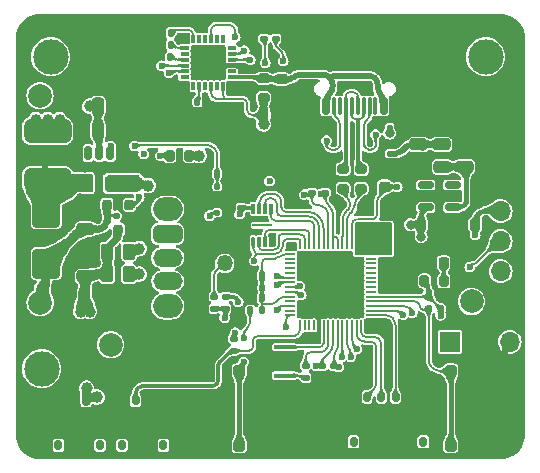
<source format=gbr>
%TF.GenerationSoftware,KiCad,Pcbnew,7.0.8-7.0.8~ubuntu22.04.1*%
%TF.CreationDate,2023-12-12T19:51:11+11:00*%
%TF.ProjectId,Boost-Converter,426f6f73-742d-4436-9f6e-766572746572,rev?*%
%TF.SameCoordinates,Original*%
%TF.FileFunction,Copper,L1,Top*%
%TF.FilePolarity,Positive*%
%FSLAX46Y46*%
G04 Gerber Fmt 4.6, Leading zero omitted, Abs format (unit mm)*
G04 Created by KiCad (PCBNEW 7.0.8-7.0.8~ubuntu22.04.1) date 2023-12-12 19:51:11*
%MOMM*%
%LPD*%
G01*
G04 APERTURE LIST*
G04 Aperture macros list*
%AMRoundRect*
0 Rectangle with rounded corners*
0 $1 Rounding radius*
0 $2 $3 $4 $5 $6 $7 $8 $9 X,Y pos of 4 corners*
0 Add a 4 corners polygon primitive as box body*
4,1,4,$2,$3,$4,$5,$6,$7,$8,$9,$2,$3,0*
0 Add four circle primitives for the rounded corners*
1,1,$1+$1,$2,$3*
1,1,$1+$1,$4,$5*
1,1,$1+$1,$6,$7*
1,1,$1+$1,$8,$9*
0 Add four rect primitives between the rounded corners*
20,1,$1+$1,$2,$3,$4,$5,0*
20,1,$1+$1,$4,$5,$6,$7,0*
20,1,$1+$1,$6,$7,$8,$9,0*
20,1,$1+$1,$8,$9,$2,$3,0*%
G04 Aperture macros list end*
%TA.AperFunction,SMDPad,CuDef*%
%ADD10RoundRect,0.225000X0.225000X0.250000X-0.225000X0.250000X-0.225000X-0.250000X0.225000X-0.250000X0*%
%TD*%
%TA.AperFunction,ComponentPad*%
%ADD11C,2.000000*%
%TD*%
%TA.AperFunction,SMDPad,CuDef*%
%ADD12RoundRect,0.250000X-0.262500X-0.450000X0.262500X-0.450000X0.262500X0.450000X-0.262500X0.450000X0*%
%TD*%
%TA.AperFunction,SMDPad,CuDef*%
%ADD13RoundRect,0.135000X0.185000X-0.135000X0.185000X0.135000X-0.185000X0.135000X-0.185000X-0.135000X0*%
%TD*%
%TA.AperFunction,SMDPad,CuDef*%
%ADD14RoundRect,0.500000X-1.500000X0.500000X-1.500000X-0.500000X1.500000X-0.500000X1.500000X0.500000X0*%
%TD*%
%TA.AperFunction,SMDPad,CuDef*%
%ADD15RoundRect,0.075000X-0.300000X0.075000X-0.300000X-0.075000X0.300000X-0.075000X0.300000X0.075000X0*%
%TD*%
%TA.AperFunction,SMDPad,CuDef*%
%ADD16RoundRect,0.075000X0.075000X0.300000X-0.075000X0.300000X-0.075000X-0.300000X0.075000X-0.300000X0*%
%TD*%
%TA.AperFunction,SMDPad,CuDef*%
%ADD17R,2.850000X2.850000*%
%TD*%
%TA.AperFunction,SMDPad,CuDef*%
%ADD18RoundRect,0.200000X-0.200000X0.250000X-0.200000X-0.250000X0.200000X-0.250000X0.200000X0.250000X0*%
%TD*%
%TA.AperFunction,ComponentPad*%
%ADD19R,1.500000X1.500000*%
%TD*%
%TA.AperFunction,SMDPad,CuDef*%
%ADD20RoundRect,0.135000X-0.185000X0.135000X-0.185000X-0.135000X0.185000X-0.135000X0.185000X0.135000X0*%
%TD*%
%TA.AperFunction,SMDPad,CuDef*%
%ADD21RoundRect,0.200000X0.275000X-0.200000X0.275000X0.200000X-0.275000X0.200000X-0.275000X-0.200000X0*%
%TD*%
%TA.AperFunction,SMDPad,CuDef*%
%ADD22RoundRect,0.218750X-0.218750X-0.256250X0.218750X-0.256250X0.218750X0.256250X-0.218750X0.256250X0*%
%TD*%
%TA.AperFunction,SMDPad,CuDef*%
%ADD23RoundRect,0.135000X0.135000X0.185000X-0.135000X0.185000X-0.135000X-0.185000X0.135000X-0.185000X0*%
%TD*%
%TA.AperFunction,SMDPad,CuDef*%
%ADD24O,0.600000X1.200000*%
%TD*%
%TA.AperFunction,SMDPad,CuDef*%
%ADD25RoundRect,0.150000X0.150000X0.450000X-0.150000X0.450000X-0.150000X-0.450000X0.150000X-0.450000X0*%
%TD*%
%TA.AperFunction,ComponentPad*%
%ADD26C,3.000000*%
%TD*%
%TA.AperFunction,SMDPad,CuDef*%
%ADD27RoundRect,0.125000X0.125000X-0.125000X0.125000X0.125000X-0.125000X0.125000X-0.125000X-0.125000X0*%
%TD*%
%TA.AperFunction,SMDPad,CuDef*%
%ADD28RoundRect,0.250000X0.250000X-0.250000X0.250000X0.250000X-0.250000X0.250000X-0.250000X-0.250000X0*%
%TD*%
%TA.AperFunction,SMDPad,CuDef*%
%ADD29RoundRect,0.140000X0.140000X0.170000X-0.140000X0.170000X-0.140000X-0.170000X0.140000X-0.170000X0*%
%TD*%
%TA.AperFunction,SMDPad,CuDef*%
%ADD30RoundRect,0.140000X0.170000X-0.140000X0.170000X0.140000X-0.170000X0.140000X-0.170000X-0.140000X0*%
%TD*%
%TA.AperFunction,ComponentPad*%
%ADD31R,1.700000X1.700000*%
%TD*%
%TA.AperFunction,ComponentPad*%
%ADD32O,1.700000X1.700000*%
%TD*%
%TA.AperFunction,SMDPad,CuDef*%
%ADD33RoundRect,0.200000X-0.200000X-0.275000X0.200000X-0.275000X0.200000X0.275000X-0.200000X0.275000X0*%
%TD*%
%TA.AperFunction,SMDPad,CuDef*%
%ADD34RoundRect,0.150000X0.512500X0.150000X-0.512500X0.150000X-0.512500X-0.150000X0.512500X-0.150000X0*%
%TD*%
%TA.AperFunction,SMDPad,CuDef*%
%ADD35RoundRect,0.250000X0.250000X0.475000X-0.250000X0.475000X-0.250000X-0.475000X0.250000X-0.475000X0*%
%TD*%
%TA.AperFunction,SMDPad,CuDef*%
%ADD36RoundRect,0.050000X-0.387500X-0.050000X0.387500X-0.050000X0.387500X0.050000X-0.387500X0.050000X0*%
%TD*%
%TA.AperFunction,SMDPad,CuDef*%
%ADD37RoundRect,0.050000X-0.050000X-0.387500X0.050000X-0.387500X0.050000X0.387500X-0.050000X0.387500X0*%
%TD*%
%TA.AperFunction,ComponentPad*%
%ADD38C,0.600000*%
%TD*%
%TA.AperFunction,SMDPad,CuDef*%
%ADD39RoundRect,0.144000X-1.456000X-1.456000X1.456000X-1.456000X1.456000X1.456000X-1.456000X1.456000X0*%
%TD*%
%TA.AperFunction,ComponentPad*%
%ADD40O,2.500000X2.000000*%
%TD*%
%TA.AperFunction,ComponentPad*%
%ADD41RoundRect,0.375000X-0.875000X0.375000X-0.875000X-0.375000X0.875000X-0.375000X0.875000X0.375000X0*%
%TD*%
%TA.AperFunction,ComponentPad*%
%ADD42O,2.500000X1.500000*%
%TD*%
%TA.AperFunction,SMDPad,CuDef*%
%ADD43O,0.300000X0.900000*%
%TD*%
%TA.AperFunction,SMDPad,CuDef*%
%ADD44RoundRect,0.075000X0.075000X0.375000X-0.075000X0.375000X-0.075000X-0.375000X0.075000X-0.375000X0*%
%TD*%
%TA.AperFunction,SMDPad,CuDef*%
%ADD45RoundRect,0.062500X0.762500X-0.062500X0.762500X0.062500X-0.762500X0.062500X-0.762500X-0.062500X0*%
%TD*%
%TA.AperFunction,SMDPad,CuDef*%
%ADD46RoundRect,0.150000X-0.150000X-0.275000X0.150000X-0.275000X0.150000X0.275000X-0.150000X0.275000X0*%
%TD*%
%TA.AperFunction,SMDPad,CuDef*%
%ADD47RoundRect,0.175000X-0.175000X-0.225000X0.175000X-0.225000X0.175000X0.225000X-0.175000X0.225000X0*%
%TD*%
%TA.AperFunction,SMDPad,CuDef*%
%ADD48RoundRect,0.140000X-0.140000X-0.170000X0.140000X-0.170000X0.140000X0.170000X-0.140000X0.170000X0*%
%TD*%
%TA.AperFunction,SMDPad,CuDef*%
%ADD49RoundRect,0.150000X0.150000X0.575000X-0.150000X0.575000X-0.150000X-0.575000X0.150000X-0.575000X0*%
%TD*%
%TA.AperFunction,SMDPad,CuDef*%
%ADD50RoundRect,0.075000X0.075000X0.650000X-0.075000X0.650000X-0.075000X-0.650000X0.075000X-0.650000X0*%
%TD*%
%TA.AperFunction,ComponentPad*%
%ADD51O,1.000000X2.100000*%
%TD*%
%TA.AperFunction,ComponentPad*%
%ADD52O,1.000000X1.600000*%
%TD*%
%TA.AperFunction,SMDPad,CuDef*%
%ADD53RoundRect,0.250000X-0.450000X0.262500X-0.450000X-0.262500X0.450000X-0.262500X0.450000X0.262500X0*%
%TD*%
%TA.AperFunction,SMDPad,CuDef*%
%ADD54RoundRect,0.225000X0.250000X-0.225000X0.250000X0.225000X-0.250000X0.225000X-0.250000X-0.225000X0*%
%TD*%
%TA.AperFunction,SMDPad,CuDef*%
%ADD55RoundRect,0.050000X-0.050000X-0.187500X0.050000X-0.187500X0.050000X0.187500X-0.050000X0.187500X0*%
%TD*%
%TA.AperFunction,SMDPad,CuDef*%
%ADD56RoundRect,0.250000X-0.475000X0.250000X-0.475000X-0.250000X0.475000X-0.250000X0.475000X0.250000X0*%
%TD*%
%TA.AperFunction,SMDPad,CuDef*%
%ADD57RoundRect,0.140000X-0.170000X0.140000X-0.170000X-0.140000X0.170000X-0.140000X0.170000X0.140000X0*%
%TD*%
%TA.AperFunction,SMDPad,CuDef*%
%ADD58RoundRect,0.225000X-0.225000X-0.250000X0.225000X-0.250000X0.225000X0.250000X-0.225000X0.250000X0*%
%TD*%
%TA.AperFunction,ComponentPad*%
%ADD59R,1.350000X1.350000*%
%TD*%
%TA.AperFunction,ComponentPad*%
%ADD60O,1.350000X1.350000*%
%TD*%
%TA.AperFunction,SMDPad,CuDef*%
%ADD61RoundRect,0.125000X-0.125000X0.125000X-0.125000X-0.125000X0.125000X-0.125000X0.125000X0.125000X0*%
%TD*%
%TA.AperFunction,SMDPad,CuDef*%
%ADD62O,1.900000X0.400000*%
%TD*%
%TA.AperFunction,SMDPad,CuDef*%
%ADD63RoundRect,0.100000X-0.850000X0.100000X-0.850000X-0.100000X0.850000X-0.100000X0.850000X0.100000X0*%
%TD*%
%TA.AperFunction,SMDPad,CuDef*%
%ADD64RoundRect,0.200000X-0.275000X0.200000X-0.275000X-0.200000X0.275000X-0.200000X0.275000X0.200000X0*%
%TD*%
%TA.AperFunction,SMDPad,CuDef*%
%ADD65RoundRect,0.250000X0.900000X-1.000000X0.900000X1.000000X-0.900000X1.000000X-0.900000X-1.000000X0*%
%TD*%
%TA.AperFunction,SMDPad,CuDef*%
%ADD66RoundRect,0.250000X0.475000X-0.250000X0.475000X0.250000X-0.475000X0.250000X-0.475000X-0.250000X0*%
%TD*%
%TA.AperFunction,ViaPad*%
%ADD67C,0.600000*%
%TD*%
%TA.AperFunction,ViaPad*%
%ADD68C,0.800000*%
%TD*%
%TA.AperFunction,ViaPad*%
%ADD69C,1.000000*%
%TD*%
%TA.AperFunction,Conductor*%
%ADD70C,0.400000*%
%TD*%
%TA.AperFunction,Conductor*%
%ADD71C,0.200000*%
%TD*%
%TA.AperFunction,Conductor*%
%ADD72C,0.300000*%
%TD*%
%TA.AperFunction,Conductor*%
%ADD73C,0.600000*%
%TD*%
%TA.AperFunction,Conductor*%
%ADD74C,0.800000*%
%TD*%
%TA.AperFunction,Conductor*%
%ADD75C,0.500000*%
%TD*%
G04 APERTURE END LIST*
D10*
%TO.P,C4,1*%
%TO.N,GND*%
X162306000Y-81788000D03*
%TO.P,C4,2*%
%TO.N,+3.3V*%
X160756000Y-81788000D03*
%TD*%
D11*
%TO.P,TP4,1,1*%
%TO.N,+3.3V*%
X165049200Y-88290400D03*
%TD*%
D12*
%TO.P,R1,1*%
%TO.N,/V_{OUT}*%
X134215500Y-85979000D03*
%TO.P,R1,2*%
%TO.N,/18V*%
X136040500Y-85979000D03*
%TD*%
D13*
%TO.P,R11,1*%
%TO.N,/CC1*%
X148463000Y-66042000D03*
%TO.P,R11,2*%
%TO.N,GND*%
X148463000Y-65022000D03*
%TD*%
D14*
%TO.P,L1,1*%
%TO.N,VBUS*%
X129159000Y-73896000D03*
%TO.P,L1,2*%
%TO.N,/SW*%
X129159000Y-77996000D03*
%TD*%
D15*
%TO.P,U4,1,ISENP*%
%TO.N,VCC*%
X144748000Y-69322000D03*
%TO.P,U4,2,NC_1*%
%TO.N,unconnected-(U4-NC_1-Pad2)*%
X144748000Y-68822000D03*
%TO.P,U4,3,GND*%
%TO.N,GND*%
X144748000Y-68322000D03*
%TO.P,U4,4,SDA*%
%TO.N,/SDA_0*%
X144748000Y-67822000D03*
%TO.P,U4,5,SCL*%
%TO.N,/SCL_0*%
X144748000Y-67322000D03*
%TO.P,U4,6,GPIO4*%
%TO.N,unconnected-(U4-GPIO4-Pad6)*%
X144748000Y-66822000D03*
D16*
%TO.P,U4,7,GPIO2*%
%TO.N,unconnected-(U4-GPIO2-Pad7)*%
X143998000Y-66072000D03*
%TO.P,U4,8,GPIO1*%
%TO.N,unconnected-(U4-GPIO1-Pad8)*%
X143498000Y-66072000D03*
%TO.P,U4,9,GPIO3*%
%TO.N,/PD_INT*%
X142998000Y-66072000D03*
%TO.P,U4,10,NC_2*%
%TO.N,unconnected-(U4-NC_2-Pad10)*%
X142498000Y-66072000D03*
%TO.P,U4,11,GPIO5*%
%TO.N,unconnected-(U4-GPIO5-Pad11)*%
X141998000Y-66072000D03*
%TO.P,U4,12,V3VD*%
%TO.N,/AP_3V*%
X141498000Y-66072000D03*
D15*
%TO.P,U4,13,OTP*%
%TO.N,Net-(U4-OTP)*%
X140748000Y-66822000D03*
%TO.P,U4,14,VFB*%
%TO.N,unconnected-(U4-VFB-Pad14)*%
X140748000Y-67322000D03*
%TO.P,U4,15,IFB*%
%TO.N,/IFB*%
X140748000Y-67822000D03*
%TO.P,U4,16,CC2*%
%TO.N,/CC1*%
X140748000Y-68322000D03*
%TO.P,U4,17,CC1*%
%TO.N,/CC2*%
X140748000Y-68822000D03*
%TO.P,U4,18,NC_3*%
%TO.N,unconnected-(U4-NC_3-Pad18)*%
X140748000Y-69322000D03*
D16*
%TO.P,U4,19,NC_4*%
%TO.N,unconnected-(U4-NC_4-Pad19)*%
X141498000Y-70072000D03*
%TO.P,U4,20,V5V*%
%TO.N,/AP_5V*%
X141998000Y-70072000D03*
%TO.P,U4,21,NC_5*%
%TO.N,unconnected-(U4-NC_5-Pad21)*%
X142498000Y-70072000D03*
%TO.P,U4,22,VBUS*%
%TO.N,VBUS*%
X142998000Y-70072000D03*
%TO.P,U4,23,PWR_EN*%
%TO.N,unconnected-(U4-PWR_EN-Pad23)*%
X143498000Y-70072000D03*
%TO.P,U4,24,VCC*%
%TO.N,VBUS*%
X143998000Y-70072000D03*
D17*
%TO.P,U4,25,EP*%
%TO.N,GND*%
X142748000Y-68072000D03*
%TD*%
D18*
%TO.P,Q1,1,G*%
%TO.N,/V_{G}*%
X136078000Y-80103000D03*
%TO.P,Q1,2,S*%
%TO.N,/V_{S}*%
X134178000Y-80103000D03*
%TO.P,Q1,3,D*%
%TO.N,/V_{OUT}*%
X135128000Y-82203000D03*
%TD*%
D19*
%TO.P,TP8,1,1*%
%TO.N,GND*%
X132918200Y-67614800D03*
%TD*%
D20*
%TO.P,R9,1*%
%TO.N,+3.3V*%
X144234800Y-87882000D03*
%TO.P,R9,2*%
%TO.N,/FLASH_CS*%
X144234800Y-88902000D03*
%TD*%
D11*
%TO.P,TP6,1,1*%
%TO.N,VBUS*%
X128508800Y-70866000D03*
%TD*%
D21*
%TO.P,R14,1*%
%TO.N,/D+*%
X154178000Y-78737000D03*
%TO.P,R14,2*%
%TO.N,/USB_D+*%
X154178000Y-77087000D03*
%TD*%
D22*
%TO.P,D2,1,K*%
%TO.N,GND*%
X161100300Y-85024000D03*
%TO.P,D2,2,A*%
%TO.N,Net-(D2-A)*%
X162675300Y-85024000D03*
%TD*%
D23*
%TO.P,R10,1*%
%TO.N,+3.3V*%
X147320000Y-89027000D03*
%TO.P,R10,2*%
%TO.N,/RUN*%
X146300000Y-89027000D03*
%TD*%
D24*
%TO.P,PS1,1,SW*%
%TO.N,/SW*%
X132577800Y-78232000D03*
D25*
%TO.P,PS1,2,GND*%
%TO.N,GND*%
X133527800Y-78232000D03*
%TO.P,PS1,3,FB*%
%TO.N,/FB*%
X134477800Y-78232000D03*
%TO.P,PS1,4,SHDN*%
%TO.N,Net-(D4-K)*%
X134477800Y-75732000D03*
%TO.P,PS1,5,Vin*%
%TO.N,VBUS*%
X133527800Y-75732000D03*
%TO.P,PS1,6,NC*%
%TO.N,unconnected-(PS1-NC-Pad6)*%
X132577800Y-75732000D03*
%TD*%
D26*
%TO.P,H1,1*%
%TO.N,N/C*%
X129413000Y-67564000D03*
%TD*%
D27*
%TO.P,D3,1,K*%
%TO.N,Net-(D3-K)*%
X158115000Y-75776000D03*
%TO.P,D3,2,A*%
%TO.N,VBUS*%
X158115000Y-73576000D03*
%TD*%
D28*
%TO.P,SW3,1,1*%
%TO.N,/Reset*%
X163289800Y-100493000D03*
X163289800Y-94193000D03*
%TO.P,SW3,2,2*%
%TO.N,GND*%
X167089800Y-100493000D03*
X167089800Y-94193000D03*
%TD*%
D29*
%TO.P,TH1,1*%
%TO.N,Net-(U4-OTP)*%
X139573000Y-66548000D03*
%TO.P,TH1,2*%
%TO.N,GND*%
X138613000Y-66548000D03*
%TD*%
D30*
%TO.P,C18,1*%
%TO.N,+1V1*%
X151511000Y-79093000D03*
%TO.P,C18,2*%
%TO.N,GND*%
X151511000Y-78133000D03*
%TD*%
D31*
%TO.P,Brd1,1,GND*%
%TO.N,GND*%
X167513000Y-78105000D03*
D32*
%TO.P,Brd1,2,VCC*%
%TO.N,+3.3V*%
X167513000Y-80645000D03*
%TO.P,Brd1,3,SCL*%
%TO.N,/SCL_1*%
X167513000Y-83185000D03*
%TO.P,Brd1,4,SDA*%
%TO.N,/SDA_1*%
X167513000Y-85725000D03*
%TD*%
D33*
%TO.P,R16,1*%
%TO.N,/V_{G}*%
X139510000Y-75946000D03*
%TO.P,R16,2*%
%TO.N,VBUS*%
X141160000Y-75946000D03*
%TD*%
%TO.P,R13,1*%
%TO.N,+3.3V*%
X161062800Y-86547999D03*
%TO.P,R13,2*%
%TO.N,Net-(D2-A)*%
X162712800Y-86547999D03*
%TD*%
D34*
%TO.P,U3,1,VI*%
%TO.N,Net-(U3-VI)*%
X163443500Y-80325000D03*
%TO.P,U3,2,GND*%
%TO.N,GND*%
X163443500Y-79375000D03*
%TO.P,U3,3,NC*%
%TO.N,unconnected-(U3-NC-Pad3)*%
X163443500Y-78425000D03*
%TO.P,U3,4,NC*%
%TO.N,unconnected-(U3-NC-Pad4)*%
X161168500Y-78425000D03*
%TO.P,U3,5,VO*%
%TO.N,+3.3V*%
X161168500Y-80325000D03*
%TD*%
D35*
%TO.P,C1,1*%
%TO.N,GND*%
X135316000Y-73787000D03*
%TO.P,C1,2*%
%TO.N,VBUS*%
X133416000Y-73787000D03*
%TD*%
D36*
%TO.P,U5,1,IOVDD*%
%TO.N,+3.3V*%
X149678800Y-84275000D03*
%TO.P,U5,2,GPIO0*%
%TO.N,unconnected-(U5-GPIO0-Pad2)*%
X149678800Y-84675000D03*
%TO.P,U5,3,GPIO1*%
%TO.N,unconnected-(U5-GPIO1-Pad3)*%
X149678800Y-85075000D03*
%TO.P,U5,4,GPIO2*%
%TO.N,unconnected-(U5-GPIO2-Pad4)*%
X149678800Y-85475000D03*
%TO.P,U5,5,GPIO3*%
%TO.N,unconnected-(U5-GPIO3-Pad5)*%
X149678800Y-85875000D03*
%TO.P,U5,6,GPIO4*%
%TO.N,/SDA_0*%
X149678800Y-86275000D03*
%TO.P,U5,7,GPIO5*%
%TO.N,/SCL_0*%
X149678800Y-86675000D03*
%TO.P,U5,8,GPIO6*%
%TO.N,/SDA_1*%
X149678800Y-87075000D03*
%TO.P,U5,9,GPIO7*%
%TO.N,/SCL_1*%
X149678800Y-87475000D03*
%TO.P,U5,10,IOVDD*%
%TO.N,+3.3V*%
X149678800Y-87875000D03*
%TO.P,U5,11,GPIO8*%
%TO.N,unconnected-(U5-GPIO8-Pad11)*%
X149678800Y-88275000D03*
%TO.P,U5,12,GPIO9*%
%TO.N,/PD_INT*%
X149678800Y-88675000D03*
%TO.P,U5,13,GPIO10*%
%TO.N,unconnected-(U5-GPIO10-Pad13)*%
X149678800Y-89075000D03*
%TO.P,U5,14,GPIO11*%
%TO.N,/EN*%
X149678800Y-89475000D03*
D37*
%TO.P,U5,15,GPIO12*%
%TO.N,/C-SW*%
X150516300Y-90312500D03*
%TO.P,U5,16,GPIO13*%
%TO.N,unconnected-(U5-GPIO13-Pad16)*%
X150916300Y-90312500D03*
%TO.P,U5,17,GPIO14*%
%TO.N,unconnected-(U5-GPIO14-Pad17)*%
X151316300Y-90312500D03*
%TO.P,U5,18,GPIO15*%
%TO.N,unconnected-(U5-GPIO15-Pad18)*%
X151716300Y-90312500D03*
%TO.P,U5,19,TESTEN*%
%TO.N,GND*%
X152116300Y-90312500D03*
%TO.P,U5,20,XIN*%
%TO.N,Net-(U5-XIN)*%
X152516300Y-90312500D03*
%TO.P,U5,21,XOUT*%
%TO.N,Net-(U5-XOUT)*%
X152916300Y-90312500D03*
%TO.P,U5,22,IOVDD*%
%TO.N,+3.3V*%
X153316300Y-90312500D03*
%TO.P,U5,23,DVDD*%
%TO.N,+1V1*%
X153716300Y-90312500D03*
%TO.P,U5,24,SWCLK*%
%TO.N,/SWC*%
X154116300Y-90312500D03*
%TO.P,U5,25,SWD*%
%TO.N,/SWD*%
X154516300Y-90312500D03*
%TO.P,U5,26,RUN*%
%TO.N,/RUN*%
X154916300Y-90312500D03*
%TO.P,U5,27,GPIO16*%
%TO.N,/A*%
X155316300Y-90312500D03*
%TO.P,U5,28,GPIO17*%
%TO.N,/B*%
X155716300Y-90312500D03*
D36*
%TO.P,U5,29,GPIO18*%
%TO.N,/SW1*%
X156553800Y-89475000D03*
%TO.P,U5,30,GPIO19*%
%TO.N,/TX*%
X156553800Y-89075000D03*
%TO.P,U5,31,GPIO20*%
%TO.N,/RX*%
X156553800Y-88675000D03*
%TO.P,U5,32,GPIO21*%
%TO.N,/Reset*%
X156553800Y-88275000D03*
%TO.P,U5,33,IOVDD*%
%TO.N,+3.3V*%
X156553800Y-87875000D03*
%TO.P,U5,34,GPIO22*%
%TO.N,unconnected-(U5-GPIO22-Pad34)*%
X156553800Y-87475000D03*
%TO.P,U5,35,GPIO23*%
%TO.N,unconnected-(U5-GPIO23-Pad35)*%
X156553800Y-87075000D03*
%TO.P,U5,36,GPIO24*%
%TO.N,unconnected-(U5-GPIO24-Pad36)*%
X156553800Y-86675000D03*
%TO.P,U5,37,GPIO25*%
%TO.N,unconnected-(U5-GPIO25-Pad37)*%
X156553800Y-86275000D03*
%TO.P,U5,38,GPIO26_ADC0*%
%TO.N,unconnected-(U5-GPIO26_ADC0-Pad38)*%
X156553800Y-85875000D03*
%TO.P,U5,39,GPIO27_ADC1*%
%TO.N,unconnected-(U5-GPIO27_ADC1-Pad39)*%
X156553800Y-85475000D03*
%TO.P,U5,40,GPIO28_ADC2*%
%TO.N,unconnected-(U5-GPIO28_ADC2-Pad40)*%
X156553800Y-85075000D03*
%TO.P,U5,41,GPIO29_ADC3*%
%TO.N,unconnected-(U5-GPIO29_ADC3-Pad41)*%
X156553800Y-84675000D03*
%TO.P,U5,42,IOVDD*%
%TO.N,+3.3V*%
X156553800Y-84275000D03*
D37*
%TO.P,U5,43,ADC_AVDD*%
X155716300Y-83437500D03*
%TO.P,U5,44,VREG_IN*%
X155316300Y-83437500D03*
%TO.P,U5,45,VREG_VOUT*%
%TO.N,+1V1*%
X154916300Y-83437500D03*
%TO.P,U5,46,USB_DM*%
%TO.N,/D-*%
X154516300Y-83437500D03*
%TO.P,U5,47,USB_DP*%
%TO.N,/D+*%
X154116300Y-83437500D03*
%TO.P,U5,48,USB_VDD*%
%TO.N,+3.3V*%
X153716300Y-83437500D03*
%TO.P,U5,49,IOVDD*%
X153316300Y-83437500D03*
%TO.P,U5,50,DVDD*%
%TO.N,+1V1*%
X152916300Y-83437500D03*
%TO.P,U5,51,QSPI_SD3*%
%TO.N,/QSPI_SD3*%
X152516300Y-83437500D03*
%TO.P,U5,52,QSPI_SCLK*%
%TO.N,/QSPI_SCLK*%
X152116300Y-83437500D03*
%TO.P,U5,53,QSPI_SD0*%
%TO.N,/QSPI_SD0*%
X151716300Y-83437500D03*
%TO.P,U5,54,QSPI_SD2*%
%TO.N,/QSPI_SD2*%
X151316300Y-83437500D03*
%TO.P,U5,55,QSPI_SD1*%
%TO.N,/QSPI_SD1*%
X150916300Y-83437500D03*
%TO.P,U5,56,QSPI_SS*%
%TO.N,/FLASH_CS*%
X150516300Y-83437500D03*
D38*
%TO.P,U5,57,GND*%
%TO.N,GND*%
X151841300Y-85600000D03*
X151841300Y-86875000D03*
X151841300Y-88150000D03*
X153116300Y-85600000D03*
X153116300Y-86875000D03*
D39*
X153116300Y-86875000D03*
D38*
X153116300Y-88150000D03*
X154391300Y-85600000D03*
X154391300Y-86875000D03*
X154391300Y-88150000D03*
%TD*%
D40*
%TO.P,SW1,*%
%TO.N,*%
X139319000Y-80482000D03*
X139319000Y-88682000D03*
D41*
%TO.P,SW1,1,A*%
%TO.N,/24V*%
X139319000Y-82582000D03*
D42*
%TO.P,SW1,2,B*%
%TO.N,/FB*%
X139319000Y-84582000D03*
%TO.P,SW1,3,C*%
%TO.N,/18V*%
X139319000Y-86582000D03*
%TD*%
D30*
%TO.P,C16,1*%
%TO.N,+3.3V*%
X145542000Y-80363000D03*
%TO.P,C16,2*%
%TO.N,GND*%
X145542000Y-79403000D03*
%TD*%
D35*
%TO.P,C6,1*%
%TO.N,GND*%
X134173000Y-88011000D03*
%TO.P,C6,2*%
%TO.N,/V_{OUT}*%
X132273000Y-88011000D03*
%TD*%
D26*
%TO.P,H3,1*%
%TO.N,N/C*%
X128651000Y-93980000D03*
%TD*%
D43*
%TO.P,U2,1,~{CS}*%
%TO.N,/FLASH_CS*%
X146568300Y-83249000D03*
D44*
%TO.P,U2,2,DO(IO1)*%
%TO.N,/QSPI_SD1*%
X147068300Y-83249000D03*
%TO.P,U2,3,IO2*%
%TO.N,/QSPI_SD2*%
X147568300Y-83249000D03*
%TO.P,U2,4,GND*%
%TO.N,GND*%
X148068300Y-83249000D03*
%TO.P,U2,5,DI(IO0)*%
%TO.N,/QSPI_SD0*%
X148068300Y-80449000D03*
%TO.P,U2,6,CLK*%
%TO.N,/QSPI_SCLK*%
X147568300Y-80449000D03*
%TO.P,U2,7,IO3*%
%TO.N,/QSPI_SD3*%
X147068300Y-80449000D03*
%TO.P,U2,8,VCC*%
%TO.N,+3.3V*%
X146568300Y-80449000D03*
D45*
%TO.P,U2,9*%
%TO.N,N/C*%
X147318300Y-81849000D03*
%TD*%
D46*
%TO.P,J2,1,Pin_1*%
%TO.N,/A*%
X156212000Y-96391000D03*
%TO.P,J2,2,Pin_2*%
%TO.N,/B*%
X157412000Y-96391000D03*
%TO.P,J2,3,Pin_3*%
%TO.N,/SW1*%
X158612000Y-96391000D03*
%TO.P,J2,4,Pin_4*%
%TO.N,GND*%
X159812000Y-96391000D03*
D47*
%TO.P,J2,MP*%
%TO.N,N/C*%
X155062000Y-100166000D03*
X160962000Y-100166000D03*
%TD*%
D10*
%TO.P,C25,1*%
%TO.N,GND*%
X148984000Y-72517000D03*
%TO.P,C25,2*%
%TO.N,VBUS*%
X147434000Y-72517000D03*
%TD*%
D48*
%TO.P,C14,1*%
%TO.N,+3.3V*%
X157889000Y-83627000D03*
%TO.P,C14,2*%
%TO.N,GND*%
X158849000Y-83627000D03*
%TD*%
D46*
%TO.P,J7,1,Pin_1*%
%TO.N,GND*%
X131226000Y-96682000D03*
%TO.P,J7,2,Pin_2*%
%TO.N,/V_{OUT}*%
X132426000Y-96682000D03*
D47*
%TO.P,J7,MP*%
%TO.N,N/C*%
X130076000Y-100457000D03*
X133576000Y-100457000D03*
%TD*%
D49*
%TO.P,J6,A1,GND*%
%TO.N,GND*%
X158410000Y-71742000D03*
%TO.P,J6,A4,VBUS*%
%TO.N,VCC*%
X157610000Y-71742000D03*
D50*
%TO.P,J6,A5,CC1*%
%TO.N,/CC1*%
X156410000Y-71742000D03*
%TO.P,J6,A6,D+*%
%TO.N,/USB_D+*%
X155410000Y-71742000D03*
%TO.P,J6,A7,D-*%
%TO.N,/USB_D-*%
X154910000Y-71742000D03*
%TO.P,J6,A8,SBU1*%
%TO.N,unconnected-(J6-SBU1-PadA8)*%
X153910000Y-71742000D03*
D49*
%TO.P,J6,A9,VBUS*%
%TO.N,VCC*%
X152710000Y-71742000D03*
%TO.P,J6,A12,GND*%
%TO.N,GND*%
X151910000Y-71742000D03*
%TO.P,J6,B1,GND*%
X151910000Y-71742000D03*
%TO.P,J6,B4,VBUS*%
%TO.N,VCC*%
X152710000Y-71742000D03*
D50*
%TO.P,J6,B5,CC2*%
%TO.N,/CC2*%
X153410000Y-71742000D03*
%TO.P,J6,B6,D+*%
%TO.N,/USB_D+*%
X154410000Y-71742000D03*
%TO.P,J6,B7,D-*%
%TO.N,/USB_D-*%
X155910000Y-71742000D03*
%TO.P,J6,B8,SBU2*%
%TO.N,unconnected-(J6-SBU2-PadB8)*%
X156910000Y-71742000D03*
D49*
%TO.P,J6,B9,VBUS*%
%TO.N,VCC*%
X157610000Y-71742000D03*
%TO.P,J6,B12,GND*%
%TO.N,GND*%
X158410000Y-71742000D03*
D51*
%TO.P,J6,S1,SHIELD*%
X159480000Y-70827000D03*
D52*
X159480000Y-66647000D03*
D51*
X150840000Y-70827000D03*
D52*
X150840000Y-66647000D03*
%TD*%
D53*
%TO.P,R2,1*%
%TO.N,GND*%
X136271000Y-76501300D03*
%TO.P,R2,2*%
%TO.N,/FB*%
X136271000Y-78326300D03*
%TD*%
D54*
%TO.P,C17,1*%
%TO.N,+1V1*%
X157696800Y-78560000D03*
%TO.P,C17,2*%
%TO.N,GND*%
X157696800Y-77010000D03*
%TD*%
D11*
%TO.P,TP2,1,1*%
%TO.N,/V_{OUT}*%
X134493000Y-91948000D03*
%TD*%
D19*
%TO.P,TP9,1,1*%
%TO.N,GND*%
X168046400Y-88874600D03*
%TD*%
D30*
%TO.P,C15,1*%
%TO.N,+3.3V*%
X157734000Y-82014000D03*
%TO.P,C15,2*%
%TO.N,GND*%
X157734000Y-81054000D03*
%TD*%
D23*
%TO.P,R4,1*%
%TO.N,+3.3V*%
X162435000Y-88900000D03*
%TO.P,R4,2*%
%TO.N,/Reset*%
X161415000Y-88900000D03*
%TD*%
D54*
%TO.P,C7,1*%
%TO.N,+3.3V*%
X156299800Y-81989000D03*
%TO.P,C7,2*%
%TO.N,GND*%
X156299800Y-80439000D03*
%TD*%
D26*
%TO.P,H2,1*%
%TO.N,N/C*%
X166243000Y-67564000D03*
%TD*%
D55*
%TO.P,D6,1,CH1*%
%TO.N,/CC2*%
X153940000Y-74930000D03*
%TO.P,D6,2,CH2*%
%TO.N,/USB_D+*%
X154440000Y-74930000D03*
%TO.P,D6,3,GND*%
%TO.N,GND*%
X154940000Y-74930000D03*
%TO.P,D6,4,CH3*%
%TO.N,/USB_D-*%
X155440000Y-74930000D03*
%TO.P,D6,5,CH4*%
%TO.N,/CC1*%
X155940000Y-74930000D03*
%TO.P,D6,6,NC1*%
X155940000Y-74154000D03*
%TO.P,D6,7,NC2*%
%TO.N,/USB_D-*%
X155440000Y-74154000D03*
%TO.P,D6,8,GND*%
%TO.N,GND*%
X154940000Y-74154000D03*
%TO.P,D6,9,NC3*%
%TO.N,/USB_D+*%
X154440000Y-74154000D03*
%TO.P,D6,10,NC4*%
%TO.N,/CC2*%
X153940000Y-74154000D03*
%TD*%
D48*
%TO.P,C8,1*%
%TO.N,GND*%
X138613000Y-65532000D03*
%TO.P,C8,2*%
%TO.N,/AP_3V*%
X139573000Y-65532000D03*
%TD*%
D12*
%TO.P,R7,1*%
%TO.N,/V_{OUT}*%
X134215500Y-84074000D03*
%TO.P,R7,2*%
%TO.N,/24V*%
X136040500Y-84074000D03*
%TD*%
D29*
%TO.P,C11,1*%
%TO.N,+3.3V*%
X147292000Y-88011000D03*
%TO.P,C11,2*%
%TO.N,GND*%
X146332000Y-88011000D03*
%TD*%
D56*
%TO.P,C21,1*%
%TO.N,GND*%
X164465000Y-74996000D03*
%TO.P,C21,2*%
%TO.N,Net-(U3-VI)*%
X164465000Y-76896000D03*
%TD*%
%TO.P,FBr1,1*%
%TO.N,Net-(D3-K)*%
X162547000Y-74996000D03*
%TO.P,FBr1,2*%
%TO.N,Net-(U3-VI)*%
X162547000Y-76896000D03*
%TD*%
D54*
%TO.P,C26,1*%
%TO.N,GND*%
X148971000Y-71006000D03*
%TO.P,C26,2*%
%TO.N,VCC*%
X148971000Y-69456000D03*
%TD*%
D30*
%TO.P,C9,1*%
%TO.N,+3.3V*%
X152654000Y-79093000D03*
%TO.P,C9,2*%
%TO.N,GND*%
X152654000Y-78133000D03*
%TD*%
D57*
%TO.P,C13,1*%
%TO.N,+3.3V*%
X152400000Y-93754000D03*
%TO.P,C13,2*%
%TO.N,GND*%
X152400000Y-94714000D03*
%TD*%
D58*
%TO.P,C5,1*%
%TO.N,GND*%
X163817000Y-81788000D03*
%TO.P,C5,2*%
%TO.N,+3.3V*%
X165367000Y-81788000D03*
%TD*%
D19*
%TO.P,TP5,1,1*%
%TO.N,GND*%
X137668000Y-91948000D03*
%TD*%
D48*
%TO.P,C23,1*%
%TO.N,GND*%
X140871000Y-71374000D03*
%TO.P,C23,2*%
%TO.N,/AP_5V*%
X141831000Y-71374000D03*
%TD*%
D59*
%TO.P,SW2,1,1*%
%TO.N,GND*%
X144145000Y-83074000D03*
D60*
%TO.P,SW2,2,2*%
%TO.N,/BOOT*%
X144145000Y-85074000D03*
%TD*%
D28*
%TO.P,J1,1,Pin_1*%
%TO.N,GND*%
X141577800Y-100493000D03*
X141577800Y-94193000D03*
%TO.P,J1,2,Pin_2*%
%TO.N,/RUN*%
X145377800Y-100493000D03*
X145377800Y-94193000D03*
%TD*%
D29*
%TO.P,C12,1*%
%TO.N,+3.3V*%
X147292000Y-86106000D03*
%TO.P,C12,2*%
%TO.N,GND*%
X146332000Y-86106000D03*
%TD*%
D46*
%TO.P,J4,1,Pin_1*%
%TO.N,/C-SW*%
X136614800Y-96677000D03*
%TO.P,J4,2,Pin_2*%
%TO.N,GND*%
X137814800Y-96677000D03*
D47*
%TO.P,J4,MP*%
%TO.N,N/C*%
X135464800Y-100452000D03*
X138964800Y-100452000D03*
%TD*%
D13*
%TO.P,R5,1*%
%TO.N,/XOUT*%
X151003000Y-94744000D03*
%TO.P,R5,2*%
%TO.N,Net-(U5-XOUT)*%
X151003000Y-93724000D03*
%TD*%
D61*
%TO.P,D4,1,K*%
%TO.N,Net-(D4-K)*%
X143510000Y-78572001D03*
%TO.P,D4,2,A*%
%TO.N,/EN*%
X143510000Y-80772001D03*
%TD*%
D35*
%TO.P,C20,1*%
%TO.N,GND*%
X135316000Y-71755000D03*
%TO.P,C20,2*%
%TO.N,VBUS*%
X133416000Y-71755000D03*
%TD*%
D57*
%TO.P,C19,1*%
%TO.N,+1V1*%
X153416000Y-93754000D03*
%TO.P,C19,2*%
%TO.N,GND*%
X153416000Y-94714000D03*
%TD*%
D62*
%TO.P,Y2,1*%
%TO.N,Net-(U5-XIN)*%
X149225000Y-92163500D03*
D63*
%TO.P,Y2,2*%
%TO.N,GND*%
X149225000Y-93363500D03*
%TO.P,Y2,3*%
%TO.N,/XOUT*%
X149225000Y-94563500D03*
%TD*%
D48*
%TO.P,C10,1*%
%TO.N,+3.3V*%
X161445000Y-87884000D03*
%TO.P,C10,2*%
%TO.N,GND*%
X162405000Y-87884000D03*
%TD*%
D56*
%TO.P,C22,1*%
%TO.N,GND*%
X132334000Y-84267000D03*
%TO.P,C22,2*%
%TO.N,/V_{OUT}*%
X132334000Y-86167000D03*
%TD*%
D21*
%TO.P,R15,1*%
%TO.N,/D-*%
X155702000Y-78738000D03*
%TO.P,R15,2*%
%TO.N,/USB_D-*%
X155702000Y-77088000D03*
%TD*%
D23*
%TO.P,R6,1*%
%TO.N,GND*%
X144528000Y-77470000D03*
%TO.P,R6,2*%
%TO.N,Net-(D4-K)*%
X143508000Y-77470000D03*
%TD*%
D64*
%TO.P,R19,1*%
%TO.N,VCC*%
X147447000Y-69406000D03*
%TO.P,R19,2*%
%TO.N,VBUS*%
X147447000Y-71056000D03*
%TD*%
D20*
%TO.P,R3,1*%
%TO.N,+3.3V*%
X144907000Y-91438000D03*
%TO.P,R3,2*%
%TO.N,/C-SW*%
X144907000Y-92458000D03*
%TD*%
D56*
%TO.P,C2,1*%
%TO.N,GND*%
X132334000Y-80264000D03*
%TO.P,C2,2*%
%TO.N,/V_{S}*%
X132334000Y-82164000D03*
%TD*%
D65*
%TO.P,D5,1,K*%
%TO.N,/V_{S}*%
X129032000Y-85081000D03*
%TO.P,D5,2,A*%
%TO.N,/SW*%
X129032000Y-80781000D03*
%TD*%
D11*
%TO.P,TP1,1,1*%
%TO.N,/V_{S}*%
X128524000Y-88392000D03*
%TD*%
D19*
%TO.P,TP7,1,1*%
%TO.N,GND*%
X130606800Y-91084400D03*
%TD*%
D48*
%TO.P,C24,1*%
%TO.N,GND*%
X138585000Y-67564000D03*
%TO.P,C24,2*%
%TO.N,/IFB*%
X139545000Y-67564000D03*
%TD*%
D13*
%TO.P,R12,1*%
%TO.N,/CC2*%
X147447000Y-66042000D03*
%TO.P,R12,2*%
%TO.N,GND*%
X147447000Y-65022000D03*
%TD*%
D20*
%TO.P,R8,1*%
%TO.N,/BOOT*%
X143256000Y-87882000D03*
%TO.P,R8,2*%
%TO.N,/FLASH_CS*%
X143256000Y-88902000D03*
%TD*%
D66*
%TO.P,C3,1*%
%TO.N,GND*%
X160528000Y-76896000D03*
%TO.P,C3,2*%
%TO.N,Net-(D3-K)*%
X160528000Y-74996000D03*
%TD*%
D31*
%TO.P,J3,1,Pin_1*%
%TO.N,/TX*%
X163210000Y-91719000D03*
D32*
%TO.P,J3,2,Pin_2*%
%TO.N,GND*%
X165750000Y-91719000D03*
%TO.P,J3,3,Pin_3*%
%TO.N,/RX*%
X168290000Y-91719000D03*
%TD*%
D67*
%TO.N,GND*%
X154940000Y-77978000D03*
X127558800Y-69138800D03*
X164211000Y-72009000D03*
X138811000Y-96774000D03*
X135128000Y-98806000D03*
X147447000Y-97155000D03*
X156972000Y-90424000D03*
X154051000Y-70231000D03*
X151892000Y-75057000D03*
X133096000Y-77089000D03*
X136271000Y-70231000D03*
X157861000Y-80391000D03*
X136906000Y-84937600D03*
X164592000Y-74295000D03*
X160020000Y-93726000D03*
X130606800Y-89458800D03*
X141605000Y-92964000D03*
X128867800Y-82992000D03*
X141859000Y-77724000D03*
X137795000Y-97663000D03*
X127101600Y-82753200D03*
X152400000Y-97536000D03*
X147955000Y-75184000D03*
X140589000Y-91313000D03*
X127127000Y-84582000D03*
X158750000Y-72644000D03*
X163322000Y-87630000D03*
X128270000Y-99060000D03*
X156921200Y-64770000D03*
X165570800Y-77988200D03*
X162433000Y-72771000D03*
X159131000Y-73660000D03*
X128905000Y-76962000D03*
X129032000Y-90982800D03*
X143383000Y-84074000D03*
X130937000Y-85725000D03*
X141605000Y-96647000D03*
X152654000Y-77470000D03*
X141478000Y-89662000D03*
X148844000Y-73660000D03*
X150584800Y-80071000D03*
X136779000Y-90424000D03*
X138557000Y-70231000D03*
X166254777Y-79630500D03*
X163068000Y-81788000D03*
X159639000Y-72517000D03*
X159766000Y-95250000D03*
X147447000Y-64516000D03*
X139446000Y-73152000D03*
X142621000Y-79502000D03*
X149225000Y-93853000D03*
X130937000Y-86741000D03*
X167894000Y-92583000D03*
X159893000Y-97663000D03*
X136398000Y-71755000D03*
X160020000Y-65125600D03*
X133858000Y-77089000D03*
X150495000Y-77089000D03*
X149860000Y-74549000D03*
X164973000Y-83820000D03*
X133439800Y-79436000D03*
X137414000Y-81788000D03*
X127863600Y-90728800D03*
X144653000Y-70231000D03*
X156299800Y-79817000D03*
X146939000Y-94234000D03*
X150495000Y-75946000D03*
X156083000Y-93599000D03*
X137541000Y-84937600D03*
X144615800Y-95438000D03*
X159258000Y-100711000D03*
X148171800Y-82788800D03*
X137414000Y-80772000D03*
X132588000Y-98679000D03*
X141605000Y-98933000D03*
X155664800Y-80706000D03*
X138176000Y-93980000D03*
X151257000Y-91440000D03*
X145923000Y-75692000D03*
X143002000Y-72136000D03*
X140589000Y-70231000D03*
X130657600Y-92506800D03*
X159385000Y-86995000D03*
X143713200Y-91948000D03*
X136906000Y-87884000D03*
X159131000Y-81153000D03*
X127889000Y-96774000D03*
X159893000Y-83566000D03*
X147955000Y-93345000D03*
X149568800Y-80071000D03*
X130694777Y-81281500D03*
X143764000Y-90982800D03*
X165912800Y-86614000D03*
X140462000Y-77343000D03*
X151892000Y-91440000D03*
X143637000Y-73533000D03*
X127127000Y-81534000D03*
X144399000Y-81407000D03*
X135890000Y-72644000D03*
X168529000Y-98298000D03*
X155498800Y-66040000D03*
X132334000Y-85090000D03*
X161036000Y-73660000D03*
X137541000Y-66548000D03*
X157988000Y-92964000D03*
X148031200Y-95504000D03*
X168021000Y-95885000D03*
X127127000Y-83693000D03*
X164592000Y-91059000D03*
X150241000Y-99822000D03*
X163195000Y-69215000D03*
X162179000Y-97917000D03*
X149225000Y-92837000D03*
X130175000Y-82550000D03*
X131873470Y-79436998D03*
X127889000Y-83058000D03*
X167386000Y-71247000D03*
X148463000Y-64516000D03*
X167640000Y-74676000D03*
X129667000Y-97536000D03*
X143891000Y-79629000D03*
X151928000Y-72614000D03*
X154140800Y-80071000D03*
X131318000Y-69799200D03*
X127101600Y-80467200D03*
X141224000Y-73660000D03*
X127203200Y-86207600D03*
X132334000Y-77089000D03*
X136652000Y-65278000D03*
X135128000Y-84963000D03*
X145923000Y-85344000D03*
X152400000Y-66141600D03*
X146304000Y-99314000D03*
X141605000Y-85725000D03*
X135890000Y-74041000D03*
X160147000Y-76962000D03*
X140589000Y-66040000D03*
X147523200Y-91948000D03*
X130937000Y-84709000D03*
X161036000Y-96139000D03*
X164592000Y-92837000D03*
X151638000Y-77470000D03*
X136017000Y-75819000D03*
X133985000Y-82804000D03*
X156210000Y-70231000D03*
X152908000Y-94742000D03*
X167284400Y-88747600D03*
X149695800Y-83627000D03*
X135763000Y-81280000D03*
X137795000Y-79502000D03*
X156972000Y-98933000D03*
D68*
%TO.N,+3.3V*%
X157861000Y-82804000D03*
D67*
X165354000Y-82677000D03*
D68*
X159893000Y-81788000D03*
D67*
X147955000Y-78105000D03*
X147320000Y-87122000D03*
D68*
X160782000Y-82804000D03*
D67*
X151892000Y-93726000D03*
X162435000Y-89487224D03*
X152273000Y-79212500D03*
X145288000Y-88317605D03*
X161417000Y-87503000D03*
X145034000Y-90932000D03*
X145415000Y-80899000D03*
%TO.N,/V_{S}*%
X135001000Y-81026000D03*
D69*
%TO.N,/18V*%
X136906000Y-85979000D03*
D67*
%TO.N,+1V1*%
X158750000Y-78613000D03*
X153797000Y-93853000D03*
X150876000Y-79248000D03*
D69*
%TO.N,/FB*%
X137668000Y-78486000D03*
D67*
%TO.N,/RUN*%
X145758800Y-91374000D03*
X155321000Y-92329000D03*
X145758800Y-93406000D03*
%TO.N,/SWC*%
X154051000Y-92964000D03*
%TO.N,/SWD*%
X154813000Y-92964000D03*
%TO.N,/TX*%
X159258000Y-89408000D03*
%TO.N,/RX*%
X160020000Y-89281000D03*
%TO.N,/EN*%
X142875000Y-81026000D03*
X149314800Y-90485000D03*
%TO.N,/FLASH_CS*%
X144145000Y-89662000D03*
X146647800Y-84836000D03*
%TO.N,Net-(D4-K)*%
X134493000Y-75118000D03*
X136525000Y-75118000D03*
D69*
%TO.N,/24V*%
X136906000Y-83820000D03*
%TO.N,/V_{OUT}*%
X132715000Y-89154000D03*
X133350000Y-96393000D03*
X131953000Y-89154000D03*
X132461000Y-95631000D03*
D67*
%TO.N,/V_{G}*%
X138684000Y-75946000D03*
X136906000Y-79469103D03*
%TO.N,/SCL_1*%
X164901941Y-85386252D03*
X150622000Y-87757000D03*
%TO.N,/SDA_1*%
X150495000Y-86995000D03*
D68*
%TO.N,VBUS*%
X158115000Y-74041000D03*
D69*
X147447000Y-73279000D03*
D67*
X137287000Y-75819000D03*
D69*
X129159000Y-72898000D03*
X130175000Y-72898000D03*
X132715000Y-71755000D03*
X141986000Y-75946000D03*
X128143000Y-72898000D03*
D67*
%TO.N,/CC1*%
X138811000Y-68326000D03*
X156930000Y-74168000D03*
X149098000Y-67945000D03*
%TO.N,/CC2*%
X152781000Y-74676000D03*
X147574000Y-68072000D03*
X139446000Y-68961000D03*
%TO.N,/SDA_0*%
X146304000Y-67818000D03*
X148590000Y-86106000D03*
%TO.N,/SCL_0*%
X148590000Y-86868000D03*
X145796000Y-67056000D03*
%TO.N,/PD_INT*%
X145034000Y-65913000D03*
X148590000Y-89027000D03*
%TD*%
D70*
%TO.N,+3.3V*%
X162435000Y-89487224D02*
X162435000Y-88900000D01*
D71*
%TO.N,GND*%
X158410000Y-71742000D02*
X158410000Y-71823168D01*
X158410014Y-71823168D02*
G75*
G03*
X158750000Y-72644000I1160786J-32D01*
G01*
%TO.N,+3.3V*%
X147320000Y-88519000D02*
X147320000Y-88078597D01*
X147292000Y-85072682D02*
X147292000Y-86106000D01*
D72*
X145542000Y-80772000D02*
X145415000Y-80899000D01*
X165354000Y-81819384D02*
X165354000Y-82677000D01*
D71*
X161417000Y-87503000D02*
X161445000Y-87475000D01*
X161445000Y-87475000D02*
X161445000Y-87470711D01*
X153316300Y-83475500D02*
X153316300Y-83015888D01*
D70*
X165367000Y-81788000D02*
X165367000Y-81480825D01*
X160756000Y-81788000D02*
X160756000Y-82741231D01*
D71*
X153316300Y-90312500D02*
X153316300Y-91903882D01*
D70*
X152654000Y-79093000D02*
X152561498Y-79093000D01*
D72*
X147320000Y-87122000D02*
X147320000Y-86173597D01*
D71*
X153035000Y-92583000D02*
X152527000Y-93091000D01*
D72*
X152400000Y-93754000D02*
X151959597Y-93754000D01*
D70*
X160756000Y-81788000D02*
X159893000Y-81788000D01*
D71*
X152654000Y-79344185D02*
X152654000Y-79093000D01*
D72*
X144849567Y-87882000D02*
X144234800Y-87882000D01*
D71*
X148844000Y-88011000D02*
X148515605Y-88339395D01*
D70*
X166221210Y-80645000D02*
X167513000Y-80645000D01*
D72*
X145542000Y-80363000D02*
X146360678Y-80363000D01*
D71*
X161464799Y-87931799D02*
X162431585Y-88898585D01*
X153505800Y-82865000D02*
X153632800Y-82865000D01*
X149678800Y-84275000D02*
X149322743Y-84275000D01*
X149678800Y-87875000D02*
X149172333Y-87875000D01*
D72*
X144907000Y-91438000D02*
X144907000Y-91238605D01*
D71*
X148397618Y-84658200D02*
X147666884Y-84658200D01*
D70*
X160756000Y-81788000D02*
X160756000Y-81320863D01*
D71*
X161445000Y-87531000D02*
X161417000Y-87503000D01*
X152400000Y-93754000D02*
X152400000Y-93397605D01*
D70*
X165049200Y-88290400D02*
X165049200Y-87717778D01*
D71*
X147320000Y-89027000D02*
X147320000Y-88519000D01*
X156553800Y-87875000D02*
X161423273Y-87875000D01*
X153316300Y-83437500D02*
X153316300Y-80943118D01*
D72*
X145542000Y-80363000D02*
X145542000Y-80772000D01*
D71*
X148082000Y-88519000D02*
X147320000Y-88519000D01*
X161445000Y-87884000D02*
X161445000Y-87531000D01*
D72*
X147320000Y-87943403D02*
X147320000Y-87122000D01*
D71*
X153716300Y-83475500D02*
X153716300Y-83066586D01*
X153378800Y-82865000D02*
X153505800Y-82865000D01*
D72*
X151892001Y-93725999D02*
G75*
G03*
X151959597Y-93754000I67599J67599D01*
G01*
D70*
X160755988Y-82741231D02*
G75*
G03*
X160782000Y-82804000I88812J31D01*
G01*
D72*
X147320000Y-86173597D02*
G75*
G03*
X147291999Y-86106001I-95600J-3D01*
G01*
D70*
X166221210Y-80645005D02*
G75*
G03*
X165608001Y-80899001I-10J-867195D01*
G01*
X165607993Y-80898993D02*
G75*
G03*
X165367000Y-81480825I581807J-581807D01*
G01*
D71*
X161445001Y-87884000D02*
G75*
G03*
X161464799Y-87931799I67599J0D01*
G01*
D72*
X165367004Y-81788004D02*
G75*
G03*
X165354000Y-81819384I31396J-31396D01*
G01*
X147291999Y-88010999D02*
G75*
G03*
X147320000Y-87943403I-67599J67599D01*
G01*
D71*
X148082000Y-88519003D02*
G75*
G03*
X148515605Y-88339395I0J613203D01*
G01*
X147666884Y-84658194D02*
G75*
G03*
X147421600Y-84759800I16J-346906D01*
G01*
X161444995Y-87470711D02*
G75*
G03*
X161062800Y-86547999I-1304895J11D01*
G01*
D72*
X145161010Y-88010990D02*
G75*
G03*
X144849567Y-87882000I-311410J-311410D01*
G01*
D71*
X147421605Y-84759805D02*
G75*
G03*
X147292000Y-85072682I312895J-312895D01*
G01*
D72*
X145033998Y-90931998D02*
G75*
G03*
X144907000Y-91238605I306602J-306602D01*
G01*
D71*
X149322743Y-84275035D02*
G75*
G03*
X148981432Y-84416376I-43J-482665D01*
G01*
D72*
X146568307Y-80448993D02*
G75*
G03*
X146360678Y-80363000I-207607J-207607D01*
G01*
D70*
X161168511Y-80325011D02*
G75*
G03*
X160756000Y-81320863I995889J-995889D01*
G01*
D71*
X153378803Y-82865003D02*
G75*
G03*
X153316300Y-83015888I150897J-150897D01*
G01*
X153316292Y-80943118D02*
G75*
G03*
X153035000Y-80264000I-960392J18D01*
G01*
X161445008Y-87883992D02*
G75*
G03*
X161423273Y-87875000I-21708J-21708D01*
G01*
X153035005Y-92583005D02*
G75*
G03*
X153316300Y-91903882I-679105J679105D01*
G01*
D72*
X145287997Y-88317605D02*
G75*
G03*
X145160999Y-88011001I-433597J5D01*
G01*
D71*
X153716305Y-83066586D02*
G75*
G03*
X153632800Y-82865000I-285105J-14D01*
G01*
X149172333Y-87875014D02*
G75*
G03*
X148844000Y-88011000I-33J-464286D01*
G01*
X152654007Y-79344185D02*
G75*
G03*
X153035000Y-80264000I1300793J-15D01*
G01*
X148397618Y-84658223D02*
G75*
G03*
X148981432Y-84416376I-18J825623D01*
G01*
X152526998Y-93090998D02*
G75*
G03*
X152400000Y-93397605I306602J-306602D01*
G01*
D70*
X152561498Y-79093000D02*
G75*
G03*
X152273000Y-79212500I2J-408000D01*
G01*
D71*
X147320000Y-88078597D02*
G75*
G03*
X147291999Y-88011001I-95600J-3D01*
G01*
%TO.N,Net-(D2-A)*%
X162712800Y-86547999D02*
X162712800Y-85114533D01*
X162712786Y-85114533D02*
G75*
G03*
X162675300Y-85024000I-127986J33D01*
G01*
%TO.N,/V_{S}*%
X135001000Y-81026000D02*
X134178000Y-81026000D01*
D73*
X134178000Y-81026000D02*
X134178000Y-81449057D01*
D74*
X128524000Y-88392000D02*
X128524000Y-87481210D01*
X129831322Y-84314478D02*
X131579456Y-82566344D01*
D73*
X133383861Y-82164000D02*
X132550800Y-82164000D01*
D74*
X129032000Y-86254790D02*
X129032000Y-85081000D01*
D73*
X134178000Y-80215500D02*
X134178000Y-81026000D01*
D74*
X128778003Y-86868003D02*
G75*
G03*
X129032000Y-86254790I-613203J613203D01*
G01*
X129831331Y-84314487D02*
G75*
G03*
X129502800Y-85107600I793069J-793113D01*
G01*
X128777997Y-86867997D02*
G75*
G03*
X128524000Y-87481210I613203J-613203D01*
G01*
X132550800Y-82164004D02*
G75*
G03*
X131579456Y-82566344I0J-1373696D01*
G01*
D73*
X133985013Y-81915013D02*
G75*
G03*
X134178000Y-81449057I-465913J465913D01*
G01*
X133383861Y-82163983D02*
G75*
G03*
X133984999Y-81914999I39J850083D01*
G01*
D74*
%TO.N,/18V*%
X136040500Y-85979000D02*
X136906000Y-85979000D01*
D71*
%TO.N,/Reset*%
X161415000Y-89027000D02*
X161415000Y-93234962D01*
X160245538Y-88275000D02*
X156553800Y-88275000D01*
X160565197Y-88429198D02*
X160528000Y-88392000D01*
X160782000Y-88900000D02*
X160744803Y-88862803D01*
X162491832Y-94193000D02*
X163289800Y-94193000D01*
D70*
X163289800Y-94193000D02*
X163289800Y-100493000D01*
D71*
X161415000Y-89027000D02*
X161088605Y-89027000D01*
X161670990Y-93853010D02*
G75*
G03*
X162491832Y-94193000I820810J820810D01*
G01*
X160527989Y-88392011D02*
G75*
G03*
X160245538Y-88275000I-282489J-282489D01*
G01*
X160654999Y-88646000D02*
G75*
G03*
X160744803Y-88862803I306601J0D01*
G01*
X161415017Y-93234962D02*
G75*
G03*
X161671001Y-93852999I873983J-38D01*
G01*
X160781998Y-88900002D02*
G75*
G03*
X161088605Y-89027000I306602J306602D01*
G01*
X160655000Y-88646000D02*
G75*
G03*
X160565196Y-88429199I-306600J0D01*
G01*
D70*
%TO.N,Net-(D3-K)*%
X160896000Y-75298000D02*
X160948202Y-75245798D01*
D75*
X159965872Y-74996000D02*
X160528000Y-74996000D01*
X159131000Y-75565000D02*
X159512000Y-75184000D01*
X162547000Y-74996000D02*
X160528000Y-74996000D01*
X158115000Y-75776000D02*
X158621601Y-75776000D01*
X158621601Y-75776000D02*
G75*
G03*
X159131000Y-75565000I-1J720400D01*
G01*
X159965872Y-74995989D02*
G75*
G03*
X159512000Y-75184000I28J-641911D01*
G01*
D71*
%TO.N,/XOUT*%
X149225000Y-94563500D02*
X150567235Y-94563500D01*
X151002990Y-94744010D02*
G75*
G03*
X150567235Y-94563500I-435790J-435790D01*
G01*
%TO.N,+1V1*%
X152916300Y-83437500D02*
X152916300Y-81024248D01*
X152040790Y-80137000D02*
X151944605Y-80137000D01*
X153416000Y-93754000D02*
X153416000Y-92889605D01*
D72*
X157856164Y-78613000D02*
X157826949Y-78583785D01*
D71*
X151511000Y-79703395D02*
X151511000Y-79399605D01*
D72*
X150876000Y-79248000D02*
X151263797Y-79248000D01*
D71*
X155461944Y-81289000D02*
X156753734Y-81289000D01*
X157061800Y-80907395D02*
X157061800Y-79742605D01*
D72*
X158750000Y-78613000D02*
X157856164Y-78613000D01*
D71*
X153716300Y-92164617D02*
X153716300Y-90312500D01*
D72*
X153416000Y-93754000D02*
X153557993Y-93754000D01*
D71*
X157188800Y-79436000D02*
X157436584Y-79188216D01*
X154916300Y-83437500D02*
X154916300Y-81742013D01*
X155029796Y-81467996D02*
G75*
G03*
X154916300Y-81742013I274004J-274004D01*
G01*
X157436578Y-79188210D02*
G75*
G03*
X157696800Y-78560000I-628178J628210D01*
G01*
X151637998Y-79092998D02*
G75*
G03*
X151511000Y-79399605I306602J-306602D01*
G01*
X152916280Y-81024248D02*
G75*
G03*
X152654000Y-80391000I-895480J48D01*
G01*
X156934802Y-81214002D02*
G75*
G03*
X157061800Y-80907395I-306602J306602D01*
G01*
X151637998Y-80010002D02*
G75*
G03*
X151944605Y-80137000I306602J306602D01*
G01*
D72*
X153797002Y-93852998D02*
G75*
G03*
X153557993Y-93754000I-239002J-239002D01*
G01*
D71*
X152654003Y-80390997D02*
G75*
G03*
X152040790Y-80137000I-613203J-613203D01*
G01*
D72*
X157826949Y-78583785D02*
G75*
G03*
X157696800Y-78560001I-136549J-379215D01*
G01*
D71*
X153542998Y-92582998D02*
G75*
G03*
X153416000Y-92889605I306602J-306602D01*
G01*
X156753734Y-81289014D02*
G75*
G03*
X156934800Y-81214000I-34J256114D01*
G01*
X153542995Y-92582995D02*
G75*
G03*
X153716300Y-92164617I-418395J418395D01*
G01*
X151511003Y-79703395D02*
G75*
G03*
X151638001Y-80009999I433597J-5D01*
G01*
X155461944Y-81289019D02*
G75*
G03*
X155029800Y-81468000I-44J-611081D01*
G01*
D72*
X151263797Y-79247998D02*
G75*
G03*
X151637999Y-79092999I3J529198D01*
G01*
D71*
X157188798Y-79435998D02*
G75*
G03*
X157061800Y-79742605I306602J-306602D01*
G01*
D73*
%TO.N,/FB*%
X136413200Y-78326300D02*
X137282451Y-78326300D01*
X137667985Y-78486015D02*
G75*
G03*
X137282451Y-78326300I-385585J-385585D01*
G01*
D71*
%TO.N,/RUN*%
X145471715Y-94099086D02*
X145377800Y-94193000D01*
X154916300Y-91351968D02*
X154916300Y-90312500D01*
D70*
X145377800Y-94091000D02*
X145377800Y-100391000D01*
D71*
X145923000Y-90678000D02*
X146124395Y-90476605D01*
X145758800Y-91374000D02*
X145758800Y-91074413D01*
X146304000Y-90043000D02*
X146304000Y-89036656D01*
X145471721Y-94099092D02*
G75*
G03*
X145758800Y-93406000I-693121J693092D01*
G01*
X146304047Y-89036656D02*
G75*
G03*
X146300000Y-89027000I-13647J-44D01*
G01*
X145922996Y-90677996D02*
G75*
G03*
X145758800Y-91074413I396404J-396404D01*
G01*
X154916314Y-91351968D02*
G75*
G03*
X155321000Y-92329000I1381686J-32D01*
G01*
X146124393Y-90476603D02*
G75*
G03*
X146304000Y-90043000I-433593J433603D01*
G01*
%TO.N,/BOOT*%
X143256000Y-87882000D02*
X143256000Y-86031605D01*
X143383000Y-85725000D02*
X143955511Y-85152489D01*
X144145000Y-85074007D02*
G75*
G03*
X143955511Y-85152489I0J-267993D01*
G01*
X143382998Y-85724998D02*
G75*
G03*
X143256000Y-86031605I306602J-306602D01*
G01*
D72*
%TO.N,/USB_D+*%
X154440000Y-74154000D02*
X154440000Y-71814426D01*
D71*
X154410000Y-70848515D02*
X154410000Y-71742000D01*
D72*
X154440000Y-74930000D02*
X154440000Y-76454477D01*
D71*
X154700000Y-70582000D02*
X155028395Y-70582000D01*
X155410000Y-70890063D02*
X155410000Y-71742000D01*
D72*
X154440000Y-74154000D02*
X154440000Y-74930000D01*
D71*
X155335002Y-70708998D02*
G75*
G03*
X155028395Y-70582000I-306602J-306602D01*
G01*
X155410014Y-70890063D02*
G75*
G03*
X155335000Y-70709000I-256114J-37D01*
G01*
X154700000Y-70582000D02*
G75*
G03*
X154483199Y-70671804I0J-306600D01*
G01*
X154439989Y-71814426D02*
G75*
G03*
X154410000Y-71742000I-102389J26D01*
G01*
X154483192Y-70671797D02*
G75*
G03*
X154410000Y-70848515I176708J-176703D01*
G01*
D72*
X154178007Y-77087007D02*
G75*
G03*
X154440000Y-76454477I-632507J632507D01*
G01*
%TO.N,/USB_D-*%
X155440000Y-74154000D02*
X155440000Y-72887313D01*
X155440000Y-74930000D02*
X155440000Y-76454477D01*
D71*
X155448000Y-72868000D02*
X155536395Y-72868000D01*
X155910000Y-72579248D02*
X155910000Y-71742000D01*
X154910000Y-71742000D02*
X154910000Y-72634775D01*
X155260605Y-72868000D02*
X155448000Y-72868000D01*
D72*
X155440000Y-74154000D02*
X155440000Y-74930000D01*
X155440010Y-76454477D02*
G75*
G03*
X155702000Y-77087000I894490J-23D01*
G01*
D71*
X154953998Y-72741002D02*
G75*
G03*
X155260605Y-72868000I306602J306602D01*
G01*
X155842986Y-72740986D02*
G75*
G03*
X155910000Y-72579248I-161786J161786D01*
G01*
X154910011Y-72634775D02*
G75*
G03*
X154954000Y-72741000I150189J-25D01*
G01*
X155447996Y-72867996D02*
G75*
G03*
X155440000Y-72887313I19304J-19304D01*
G01*
X155536395Y-72867997D02*
G75*
G03*
X155842999Y-72740999I5J433597D01*
G01*
D72*
%TO.N,/C-SW*%
X143166195Y-95438000D02*
X137244943Y-95438000D01*
X144510609Y-92622191D02*
X143726800Y-93406000D01*
D71*
X150516300Y-90312500D02*
X150516300Y-90700973D01*
D72*
X136614800Y-96027413D02*
X136614800Y-96677000D01*
D71*
X146558000Y-91583684D02*
X146558000Y-92109116D01*
X150061395Y-91186000D02*
X147027526Y-91186000D01*
D72*
X143599800Y-93712605D02*
X143599800Y-95004395D01*
D71*
X146206288Y-92458000D02*
X144907000Y-92458000D01*
X146456395Y-92354395D02*
G75*
G03*
X146558000Y-92109116I-245295J245295D01*
G01*
D72*
X144907000Y-92458006D02*
G75*
G03*
X144510609Y-92622191I0J-560594D01*
G01*
D71*
X150061395Y-91185997D02*
G75*
G03*
X150367999Y-91058999I5J433597D01*
G01*
D72*
X137244943Y-95438018D02*
G75*
G03*
X136779000Y-95631000I-43J-658882D01*
G01*
X143472802Y-95311002D02*
G75*
G03*
X143599800Y-95004395I-306602J306602D01*
G01*
D71*
X147027526Y-91186011D02*
G75*
G03*
X146659600Y-91338400I-26J-520289D01*
G01*
D72*
X143166195Y-95437997D02*
G75*
G03*
X143472799Y-95310999I5J433597D01*
G01*
D71*
X146659605Y-91338405D02*
G75*
G03*
X146558000Y-91583684I245295J-245295D01*
G01*
D72*
X143726798Y-93405998D02*
G75*
G03*
X143599800Y-93712605I306602J-306602D01*
G01*
D71*
X150368008Y-91059008D02*
G75*
G03*
X150516300Y-90700973I-358008J358008D01*
G01*
D72*
X136778996Y-95630996D02*
G75*
G03*
X136614800Y-96027413I396404J-396404D01*
G01*
D71*
X146206288Y-92457994D02*
G75*
G03*
X146456399Y-92354399I12J353694D01*
G01*
%TO.N,/SWC*%
X154116300Y-92806352D02*
X154116300Y-90312500D01*
X154051014Y-92964014D02*
G75*
G03*
X154116300Y-92806352I-157614J157614D01*
G01*
%TO.N,/SWD*%
X154811778Y-92962778D02*
X154811778Y-92578681D01*
X154813000Y-92964000D02*
X154811778Y-92962778D01*
X154516300Y-91919308D02*
X154516300Y-90312500D01*
X154516297Y-91919308D02*
G75*
G03*
X154686000Y-92329000I579403J8D01*
G01*
X154811778Y-92578681D02*
G75*
G03*
X154686000Y-92329000I-452878J-71619D01*
G01*
%TO.N,/A*%
X156845000Y-95631000D02*
X156301803Y-96174197D01*
X156061210Y-91694000D02*
X156538395Y-91694000D01*
X156972000Y-92127605D02*
X156972000Y-95324395D01*
X155316300Y-90312500D02*
X155316300Y-91122049D01*
X156301804Y-96174198D02*
G75*
G03*
X156212000Y-96391000I216796J-216802D01*
G01*
X156845002Y-95631002D02*
G75*
G03*
X156972000Y-95324395I-306602J306602D01*
G01*
X155447997Y-91440003D02*
G75*
G03*
X156061210Y-91694000I613203J613203D01*
G01*
X156845002Y-91820998D02*
G75*
G03*
X156538395Y-91694000I-306602J-306602D01*
G01*
X155316281Y-91122049D02*
G75*
G03*
X155448001Y-91439999I449719J49D01*
G01*
X156971997Y-92127605D02*
G75*
G03*
X156844999Y-91821001I-433597J5D01*
G01*
%TO.N,/B*%
X156919395Y-91313000D02*
X156135605Y-91313000D01*
X157412000Y-96391000D02*
X157412000Y-91889043D01*
X155716300Y-90913919D02*
X155716300Y-90312500D01*
X157226002Y-91439998D02*
G75*
G03*
X156919395Y-91313000I-306602J-306602D01*
G01*
X157411981Y-91889043D02*
G75*
G03*
X157225999Y-91440001I-634981J43D01*
G01*
X155828998Y-91186002D02*
G75*
G03*
X156135605Y-91313000I306602J306602D01*
G01*
X155716293Y-90913919D02*
G75*
G03*
X155829000Y-91186000I384807J19D01*
G01*
%TO.N,/SW1*%
X158612000Y-96391000D02*
X158612000Y-90248653D01*
X157917543Y-89475000D02*
X156553800Y-89475000D01*
X158368988Y-89662012D02*
G75*
G03*
X157917543Y-89475000I-451488J-451488D01*
G01*
X158612048Y-90248653D02*
G75*
G03*
X158369000Y-89662000I-829648J-47D01*
G01*
%TO.N,/TX*%
X158454067Y-89075000D02*
X156553800Y-89075000D01*
X159258010Y-89407990D02*
G75*
G03*
X158454067Y-89075000I-803910J-803910D01*
G01*
%TO.N,/RX*%
X160020000Y-89206605D02*
X160020000Y-89281000D01*
X156553800Y-88675000D02*
X159349802Y-88675000D01*
X159892999Y-88900001D02*
G75*
G03*
X159349802Y-88675000I-543199J-543199D01*
G01*
X160019997Y-89206605D02*
G75*
G03*
X159892999Y-88900001I-433597J5D01*
G01*
%TO.N,/EN*%
X142949395Y-80951605D02*
X142875000Y-81026000D01*
X149314800Y-89977000D02*
X149314800Y-90485000D01*
X149480775Y-89557024D02*
X149441800Y-89596000D01*
X149314800Y-89902605D02*
X149314800Y-89977000D01*
X143510000Y-80772001D02*
X143383000Y-80772000D01*
X149441798Y-89595998D02*
G75*
G03*
X149314800Y-89902605I306602J-306602D01*
G01*
X149678800Y-89474986D02*
G75*
G03*
X149480776Y-89557025I0J-280014D01*
G01*
X143383000Y-80771997D02*
G75*
G03*
X142949395Y-80951605I0J-613203D01*
G01*
%TO.N,/FLASH_CS*%
X146669492Y-84814308D02*
X146647800Y-84836000D01*
X146864125Y-84299000D02*
X146738080Y-84425045D01*
X150516300Y-83148110D02*
X150516300Y-83437500D01*
D72*
X144234800Y-88902000D02*
X143256000Y-88902000D01*
D71*
X149494405Y-82992000D02*
X150346988Y-82992000D01*
D72*
X144234800Y-89445204D02*
X144234800Y-88963000D01*
D71*
X146864125Y-84299000D02*
X148343375Y-84299000D01*
X148779592Y-84118313D02*
X148898101Y-83999804D01*
X146669492Y-84524311D02*
X146669492Y-84814308D01*
X149086200Y-83545693D02*
X149086200Y-83364284D01*
X146568300Y-83763465D02*
X146568300Y-83249000D01*
X146774792Y-84262008D02*
G75*
G03*
X146864125Y-84299000I89308J89308D01*
G01*
X148343375Y-84298983D02*
G75*
G03*
X148779592Y-84118313I25J616883D01*
G01*
X150350682Y-82993529D02*
G75*
G03*
X150346988Y-82992000I-3682J-3671D01*
G01*
X149187805Y-83119005D02*
G75*
G03*
X149086200Y-83364284I245295J-245295D01*
G01*
X150483201Y-83068199D02*
G75*
G03*
X150350681Y-82993530I-213001J-223101D01*
G01*
X149494405Y-82992003D02*
G75*
G03*
X149187801Y-83119001I-5J-433597D01*
G01*
D72*
X144144999Y-89661999D02*
G75*
G03*
X144234800Y-89445204I-216799J216799D01*
G01*
D71*
X146568315Y-83763465D02*
G75*
G03*
X146774800Y-84262000I704985J-35D01*
G01*
X148898102Y-83999805D02*
G75*
G03*
X149086200Y-83545693I-454102J454105D01*
G01*
X150516295Y-83148110D02*
G75*
G03*
X150483200Y-83068200I-112995J10D01*
G01*
X146738082Y-84425047D02*
G75*
G03*
X146669493Y-84524311I263718J-255553D01*
G01*
%TO.N,/D-*%
X154516300Y-82781249D02*
X154491300Y-82756249D01*
X155141300Y-80132267D02*
X155141300Y-80045423D01*
X154516300Y-83437500D02*
X154516300Y-82781249D01*
X155322256Y-79608544D02*
X155354244Y-79576556D01*
X154674461Y-80927827D02*
X154908860Y-80693428D01*
X154491300Y-82756249D02*
X154491300Y-81370017D01*
X154674463Y-80927829D02*
G75*
G03*
X154491300Y-81370017I442137J-442171D01*
G01*
X155354242Y-79576554D02*
G75*
G03*
X155702000Y-78737000I-839542J839554D01*
G01*
X154908876Y-80693444D02*
G75*
G03*
X155141300Y-80132267I-561176J561144D01*
G01*
X155322235Y-79608523D02*
G75*
G03*
X155141300Y-80045423I436965J-436877D01*
G01*
%TO.N,/D+*%
X154791300Y-80098519D02*
X154791300Y-80030267D01*
X154440316Y-80666996D02*
X154637508Y-80469804D01*
X154116300Y-83437500D02*
X154116300Y-82781249D01*
X154141300Y-82756249D02*
X154141300Y-81388885D01*
X154116300Y-82781249D02*
X154141300Y-82756249D01*
X154621052Y-79619252D02*
X154488562Y-79486762D01*
X154440325Y-80667005D02*
G75*
G03*
X154141300Y-81388885I721875J-721895D01*
G01*
X154637504Y-80469800D02*
G75*
G03*
X154791300Y-80098519I-371304J371300D01*
G01*
X154177994Y-78737000D02*
G75*
G03*
X154488562Y-79486762I1060306J0D01*
G01*
X154791312Y-80030267D02*
G75*
G03*
X154621052Y-79619252I-581312J-33D01*
G01*
%TO.N,/QSPI_SD2*%
X150913195Y-82230000D02*
X147970405Y-82230000D01*
X147568300Y-82587557D02*
X147568300Y-83249000D01*
X151316300Y-83437500D02*
X151316300Y-82589971D01*
X151316311Y-82589971D02*
G75*
G03*
X151219799Y-82357001I-329511J-29D01*
G01*
X147663812Y-82357012D02*
G75*
G03*
X147568300Y-82587557I230588J-230588D01*
G01*
X147970405Y-82230003D02*
G75*
G03*
X147663801Y-82357001I-5J-433597D01*
G01*
X151219802Y-82356998D02*
G75*
G03*
X150913195Y-82230000I-306602J-306602D01*
G01*
%TO.N,/QSPI_SD3*%
X148933800Y-79742605D02*
X148933800Y-80272395D01*
X147068300Y-80449000D02*
X147068300Y-79953848D01*
X147896010Y-79182000D02*
X148193590Y-79182000D01*
X149367405Y-80706000D02*
X151188985Y-80706000D01*
X152516300Y-82070792D02*
X152516300Y-83437500D01*
X152516303Y-82070792D02*
G75*
G03*
X152108800Y-81087000I-1391303J-8D01*
G01*
X148933803Y-80272395D02*
G75*
G03*
X149060801Y-80578999I433597J-5D01*
G01*
X148933797Y-79742605D02*
G75*
G03*
X148806799Y-79436001I-433597J5D01*
G01*
X148806803Y-79435997D02*
G75*
G03*
X148193590Y-79182000I-613203J-613203D01*
G01*
X147896010Y-79182005D02*
G75*
G03*
X147282801Y-79436001I-10J-867195D01*
G01*
X149060798Y-80579002D02*
G75*
G03*
X149367405Y-80706000I306602J306602D01*
G01*
X152108805Y-81086995D02*
G75*
G03*
X151188985Y-80706000I-919805J-919805D01*
G01*
X147282765Y-79435965D02*
G75*
G03*
X147068300Y-79953848I517935J-517835D01*
G01*
%TO.N,/QSPI_SCLK*%
X148552800Y-79996605D02*
X148552800Y-80653395D01*
X147568300Y-80449000D02*
X147568300Y-79920557D01*
X147970405Y-79563000D02*
X148119195Y-79563000D01*
X148986405Y-81087000D02*
X151241590Y-81087000D01*
X152116300Y-81972316D02*
X152116300Y-83437500D01*
X148552797Y-79996605D02*
G75*
G03*
X148425799Y-79690001I-433597J5D01*
G01*
X147663812Y-79690012D02*
G75*
G03*
X147568300Y-79920557I230588J-230588D01*
G01*
X151854803Y-81340997D02*
G75*
G03*
X151241590Y-81087000I-613203J-613203D01*
G01*
X148552803Y-80653395D02*
G75*
G03*
X148679801Y-80959999I433597J-5D01*
G01*
X148679798Y-80960002D02*
G75*
G03*
X148986405Y-81087000I306602J306602D01*
G01*
X148425802Y-79689998D02*
G75*
G03*
X148119195Y-79563000I-306602J-306602D01*
G01*
X152116293Y-81972316D02*
G75*
G03*
X151854800Y-81341000I-892793J16D01*
G01*
X147970405Y-79563003D02*
G75*
G03*
X147663801Y-79690001I-5J-433597D01*
G01*
%TO.N,/QSPI_SD1*%
X150532200Y-82611000D02*
X148965363Y-82611000D01*
X147068300Y-83669757D02*
X147068300Y-83249000D01*
X148721800Y-82831087D02*
X148721800Y-83585829D01*
X150916300Y-82925101D02*
X150916300Y-83437500D01*
X148659968Y-83735104D02*
X148612411Y-83782661D01*
X148210834Y-83949000D02*
X147319966Y-83949000D01*
X148659952Y-83735088D02*
G75*
G03*
X148721800Y-83585829I-149252J149288D01*
G01*
X147155810Y-83880990D02*
G75*
G03*
X147319966Y-83949000I164190J164190D01*
G01*
X148965363Y-82610985D02*
G75*
G03*
X148781400Y-82687200I37J-260215D01*
G01*
X150838802Y-82737998D02*
G75*
G03*
X150532195Y-82611000I-306602J-306602D01*
G01*
X150916299Y-82925101D02*
G75*
G03*
X150838800Y-82738000I-264599J1D01*
G01*
X147068319Y-83669757D02*
G75*
G03*
X147155801Y-83880999I298681J-43D01*
G01*
X148210834Y-83949028D02*
G75*
G03*
X148612411Y-83782661I-34J567928D01*
G01*
X148781404Y-82687204D02*
G75*
G03*
X148721800Y-82831087I143896J-143896D01*
G01*
%TO.N,/QSPI_SD0*%
X148068300Y-80449000D02*
X148068300Y-81091129D01*
X151716300Y-81873841D02*
X151716300Y-83437500D01*
X148478405Y-81468000D02*
X151294195Y-81468000D01*
X151600802Y-81594998D02*
G75*
G03*
X151294195Y-81468000I-306602J-306602D01*
G01*
X148068289Y-81091129D02*
G75*
G03*
X148171801Y-81340999I353411J29D01*
G01*
X151716282Y-81873841D02*
G75*
G03*
X151600799Y-81595001I-394282J41D01*
G01*
X148171798Y-81341002D02*
G75*
G03*
X148478405Y-81468000I306602J306602D01*
G01*
%TO.N,Net-(D4-K)*%
X134493000Y-75118000D02*
X134493000Y-75695304D01*
X143508000Y-75919381D02*
X143508000Y-77470000D01*
X143510000Y-78572001D02*
X143510000Y-77474828D01*
X136525000Y-75118000D02*
X136586000Y-75057000D01*
X136586000Y-75057000D02*
X142642790Y-75057000D01*
X143509988Y-77474828D02*
G75*
G03*
X143508000Y-77470000I-6788J28D01*
G01*
X143256003Y-75310997D02*
G75*
G03*
X142642790Y-75057000I-613203J-613203D01*
G01*
X134477799Y-75731999D02*
G75*
G03*
X134493000Y-75695304I-36699J36699D01*
G01*
X143508007Y-75919381D02*
G75*
G03*
X143256000Y-75311000I-860407J-19D01*
G01*
D74*
%TO.N,/24V*%
X136292790Y-84074000D02*
X136040500Y-84074000D01*
X136292790Y-84073995D02*
G75*
G03*
X136905999Y-83819999I10J867195D01*
G01*
%TO.N,/V_{OUT}*%
X132334000Y-86167000D02*
X132334000Y-87863733D01*
D73*
X135128000Y-82090500D02*
X135128000Y-82624395D01*
D74*
X132426000Y-96682000D02*
X132426000Y-95715497D01*
X132715000Y-89078082D02*
X132715000Y-89154000D01*
D73*
X134215500Y-84074000D02*
X134215500Y-85979000D01*
D74*
X133328210Y-85979000D02*
X134215500Y-85979000D01*
X133123707Y-96393000D02*
X133350000Y-96393000D01*
X131953000Y-88783548D02*
X131953000Y-89154000D01*
D73*
X135001000Y-82931000D02*
X134468291Y-83463709D01*
D74*
X132272986Y-88010986D02*
G75*
G03*
X131953000Y-88783548I772514J-772514D01*
G01*
D73*
X134468287Y-83463705D02*
G75*
G03*
X134215500Y-84074000I610313J-610295D01*
G01*
D74*
X132715007Y-89078082D02*
G75*
G03*
X132273000Y-88011000I-1509107J-18D01*
G01*
X132272990Y-88010990D02*
G75*
G03*
X132334000Y-87863733I-147290J147290D01*
G01*
X133328210Y-85979005D02*
G75*
G03*
X132715001Y-86233001I-10J-867195D01*
G01*
X133123707Y-96393004D02*
G75*
G03*
X132426001Y-96682001I-7J-986696D01*
G01*
X132461001Y-95631001D02*
G75*
G03*
X132426000Y-95715497I84499J-84499D01*
G01*
D73*
X135001002Y-82931002D02*
G75*
G03*
X135128000Y-82624395I-306602J306602D01*
G01*
D71*
%TO.N,/V_{G}*%
X136427479Y-80103000D02*
X136078000Y-80103000D01*
X139319000Y-75882000D02*
X138838509Y-75882000D01*
X136806590Y-79568513D02*
X136806590Y-79702387D01*
X136906000Y-79469103D02*
X136806590Y-79568513D01*
X138838509Y-75882005D02*
G75*
G03*
X138684001Y-75946001I-9J-218495D01*
G01*
X136652027Y-80010027D02*
G75*
G03*
X136806590Y-79702387I-400027J393627D01*
G01*
X136427479Y-80102990D02*
G75*
G03*
X136651999Y-80009999I21J317490D01*
G01*
D70*
%TO.N,Net-(U3-VI)*%
X163443500Y-80325000D02*
X164011128Y-80325000D01*
X164590309Y-79887258D02*
X164590309Y-77021309D01*
D75*
X162547000Y-76896000D02*
X164465000Y-76896000D01*
D70*
X164011128Y-80325011D02*
G75*
G03*
X164465000Y-80137000I-28J641911D01*
G01*
X164465009Y-80137009D02*
G75*
G03*
X164590308Y-79887258I-323109J318409D01*
G01*
D71*
%TO.N,/SCL_1*%
X164901941Y-85386252D02*
X165138415Y-85149778D01*
X165138415Y-85149778D02*
X165194119Y-85149778D01*
X165443800Y-85024000D02*
X167258997Y-83208803D01*
X149678800Y-87475000D02*
X149941192Y-87475000D01*
X165194119Y-85149778D02*
G75*
G03*
X165443800Y-85024000I-71619J452878D01*
G01*
X167475800Y-83118999D02*
G75*
G03*
X167258997Y-83208803I0J-306601D01*
G01*
X150622002Y-87756998D02*
G75*
G03*
X149941192Y-87475000I-680802J-680802D01*
G01*
%TO.N,/SDA_1*%
X149678800Y-87075000D02*
X150301863Y-87075000D01*
X150301863Y-87074984D02*
G75*
G03*
X150495000Y-86995000I37J273084D01*
G01*
%TO.N,VBUS*%
X146050000Y-71553605D02*
X146050000Y-72083395D01*
X144145000Y-71120000D02*
X145616395Y-71120000D01*
D75*
X133527800Y-74254578D02*
X133527800Y-75732000D01*
D72*
X141986000Y-75946000D02*
X141160000Y-75946000D01*
D71*
X143998000Y-70072000D02*
X143998000Y-70765111D01*
D73*
X132715000Y-71755000D02*
X133416000Y-71755000D01*
D75*
X158115000Y-74041000D02*
X158115000Y-73576000D01*
X147434000Y-72517000D02*
X147434000Y-73247616D01*
D73*
X147434000Y-72517000D02*
X147434000Y-71087384D01*
D71*
X143435605Y-71120000D02*
X144145000Y-71120000D01*
X142998000Y-70072000D02*
X142998000Y-70676739D01*
D75*
X133416000Y-74044863D02*
X133542375Y-74171238D01*
D71*
X146483605Y-72517000D02*
X147434000Y-72517000D01*
D75*
X133416000Y-71755000D02*
X133416000Y-74044863D01*
D71*
X143128998Y-70993002D02*
G75*
G03*
X143435605Y-71120000I306602J306602D01*
G01*
D75*
X133542389Y-74171243D02*
G75*
G03*
X133527801Y-74254578I269711J-90157D01*
G01*
D71*
X146176998Y-72390002D02*
G75*
G03*
X146483605Y-72517000I306602J306602D01*
G01*
X142997985Y-70676739D02*
G75*
G03*
X143129001Y-70992999I447315J39D01*
G01*
X146050003Y-72083395D02*
G75*
G03*
X146177001Y-72389999I433597J-5D01*
G01*
X143997996Y-70765111D02*
G75*
G03*
X144145000Y-71120000I501904J11D01*
G01*
D73*
X147447004Y-71056004D02*
G75*
G03*
X147434000Y-71087384I31396J-31396D01*
G01*
D71*
X145923002Y-71246998D02*
G75*
G03*
X145616395Y-71120000I-306602J-306602D01*
G01*
D75*
X147433994Y-73247616D02*
G75*
G03*
X147447000Y-73279000I44406J16D01*
G01*
D71*
X146049997Y-71553605D02*
G75*
G03*
X145922999Y-71247001I-433597J5D01*
G01*
%TO.N,/AP_3V*%
X141498000Y-65759889D02*
X141498000Y-66072000D01*
X140186210Y-65278000D02*
X141044395Y-65278000D01*
X141351002Y-65404998D02*
G75*
G03*
X141044395Y-65278000I-306602J-306602D01*
G01*
X140186210Y-65278005D02*
G75*
G03*
X139573001Y-65532001I-10J-867195D01*
G01*
X141498004Y-65759889D02*
G75*
G03*
X141351000Y-65405000I-501904J-11D01*
G01*
%TO.N,/AP_5V*%
X141998000Y-70072000D02*
X141998000Y-70970827D01*
X141830992Y-71373992D02*
G75*
G03*
X141998000Y-70970827I-403192J403192D01*
G01*
%TO.N,/IFB*%
X140748000Y-67822000D02*
X140167867Y-67822000D01*
X139545010Y-67563990D02*
G75*
G03*
X140167867Y-67822000I622890J622890D01*
G01*
%TO.N,/CC1*%
X138920022Y-68326000D02*
X138811000Y-68326000D01*
X155940000Y-74965768D02*
X155940000Y-74930000D01*
X156083000Y-73025000D02*
X156301108Y-72806892D01*
X156538395Y-75438000D02*
X156464000Y-75438000D01*
X149098000Y-67945000D02*
X149098000Y-67489605D01*
X155940000Y-74154000D02*
X155940000Y-73370232D01*
X140738344Y-68326000D02*
X139117605Y-68326000D01*
X156410000Y-72544002D02*
X156410000Y-71742000D01*
X156464000Y-75438000D02*
X156389605Y-75438000D01*
X155940000Y-74154000D02*
X155940000Y-74930000D01*
X148463000Y-66548000D02*
X148463000Y-66042000D01*
X138950712Y-68295310D02*
X138920022Y-68326000D01*
X156930000Y-74168000D02*
X156930000Y-75105792D01*
X148971000Y-67183000D02*
X148552803Y-66764803D01*
X155940014Y-74965768D02*
G75*
G03*
X156083000Y-75311000I488186J-32D01*
G01*
X156082998Y-75311002D02*
G75*
G03*
X156389605Y-75438000I306602J306602D01*
G01*
X149097997Y-67489605D02*
G75*
G03*
X148970999Y-67183001I-433597J5D01*
G01*
X148462999Y-66548000D02*
G75*
G03*
X148552803Y-66764803I306601J0D01*
G01*
X156082990Y-73024990D02*
G75*
G03*
X155940000Y-73370232I345210J-345210D01*
G01*
X156538395Y-75437997D02*
G75*
G03*
X156844999Y-75310999I5J433597D01*
G01*
X156845002Y-75311002D02*
G75*
G03*
X156930000Y-75105792I-205202J205202D01*
G01*
X138950708Y-68295322D02*
G75*
G03*
X139117605Y-68326000I174392J479422D01*
G01*
X140738344Y-68326047D02*
G75*
G03*
X140748000Y-68322000I-44J13647D01*
G01*
X156301110Y-72806894D02*
G75*
G03*
X156410000Y-72544002I-262910J262894D01*
G01*
%TO.N,/CC2*%
X153416000Y-75438000D02*
X153214605Y-75438000D01*
X147574000Y-68072000D02*
X147574000Y-66348605D01*
X153410000Y-71742000D02*
X153410000Y-72322910D01*
X152781000Y-75004395D02*
X152781000Y-74930000D01*
X152781000Y-74930000D02*
X152781000Y-74676000D01*
X153543000Y-72644000D02*
X153744395Y-72845395D01*
X153940000Y-73317627D02*
X153940000Y-74930000D01*
X153940000Y-74930000D02*
X153940000Y-74965768D01*
X139781575Y-68822000D02*
X140748000Y-68822000D01*
X153490395Y-75438000D02*
X153416000Y-75438000D01*
X153409997Y-72322910D02*
G75*
G03*
X153543001Y-72643999I454103J10D01*
G01*
X147573997Y-66348605D02*
G75*
G03*
X147446999Y-66042001I-433597J5D01*
G01*
X139781575Y-68821990D02*
G75*
G03*
X139446000Y-68961000I25J-474610D01*
G01*
X152907998Y-75311002D02*
G75*
G03*
X153214605Y-75438000I306602J306602D01*
G01*
X152781003Y-75004395D02*
G75*
G03*
X152908001Y-75310999I433597J-5D01*
G01*
X153490395Y-75437997D02*
G75*
G03*
X153796999Y-75310999I5J433597D01*
G01*
X153797010Y-75311010D02*
G75*
G03*
X153940000Y-74965768I-345210J345210D01*
G01*
X153939991Y-73317627D02*
G75*
G03*
X153744395Y-72845395I-667791J27D01*
G01*
%TO.N,Net-(U5-XOUT)*%
X151436605Y-92583000D02*
X152347395Y-92583000D01*
X152916300Y-91822752D02*
X152916300Y-90312500D01*
X151003000Y-93724000D02*
X151003000Y-93016605D01*
X152347395Y-92582997D02*
G75*
G03*
X152653999Y-92455999I5J433597D01*
G01*
X152654014Y-92456014D02*
G75*
G03*
X152916300Y-91822752I-633214J633214D01*
G01*
X151436605Y-92583003D02*
G75*
G03*
X151130001Y-92710001I-5J-433597D01*
G01*
X151129998Y-92709998D02*
G75*
G03*
X151003000Y-93016605I306602J-306602D01*
G01*
%TO.N,/SDA_0*%
X149678800Y-86275000D02*
X148998002Y-86275000D01*
X146304000Y-67818000D02*
X144757656Y-67818000D01*
X144757656Y-67817953D02*
G75*
G03*
X144748000Y-67822000I44J-13647D01*
G01*
X148589999Y-86106001D02*
G75*
G03*
X148998002Y-86275000I408001J408001D01*
G01*
%TO.N,/SCL_0*%
X145153820Y-67322000D02*
X144748000Y-67322000D01*
X149678800Y-86675000D02*
X149055943Y-86675000D01*
X149055943Y-86675018D02*
G75*
G03*
X148590000Y-86868000I-43J-658882D01*
G01*
X145153820Y-67322007D02*
G75*
G03*
X145795999Y-67055999I-20J908207D01*
G01*
%TO.N,/PD_INT*%
X149678800Y-88675000D02*
X148953592Y-88675000D01*
X142998000Y-65340261D02*
X142998000Y-66072000D01*
X144600395Y-64897000D02*
X143435605Y-64897000D01*
X148717000Y-88773000D02*
X148679803Y-88810197D01*
X145034000Y-65913000D02*
X145034000Y-65330605D01*
X148953592Y-88674998D02*
G75*
G03*
X148717001Y-88773001I8J-334602D01*
G01*
X143435605Y-64897003D02*
G75*
G03*
X143129001Y-65024001I-5J-433597D01*
G01*
X143129011Y-65024011D02*
G75*
G03*
X142998000Y-65340261I316289J-316289D01*
G01*
X144907002Y-65023998D02*
G75*
G03*
X144600395Y-64897000I-306602J-306602D01*
G01*
X145033997Y-65330605D02*
G75*
G03*
X144906999Y-65024001I-433597J5D01*
G01*
X148679804Y-88810198D02*
G75*
G03*
X148590000Y-89027000I216796J-216802D01*
G01*
%TO.N,Net-(U5-XIN)*%
X149225000Y-92163500D02*
X152186343Y-92163500D01*
X152516300Y-91794227D02*
X152516300Y-90312500D01*
X152399992Y-92074992D02*
G75*
G03*
X152516300Y-91794227I-280792J280792D01*
G01*
X152186343Y-92163517D02*
G75*
G03*
X152400000Y-92075000I-43J302217D01*
G01*
%TO.N,unconnected-(U5-GPIO0-Pad2)*%
X149678800Y-84675000D02*
X149397090Y-84675000D01*
%TO.N,Net-(U4-OTP)*%
X140748000Y-66822000D02*
X140234494Y-66822000D01*
X139573002Y-66547998D02*
G75*
G03*
X140234494Y-66822000I661498J661498D01*
G01*
D75*
%TO.N,VCC*%
X150114000Y-69215000D02*
X150071899Y-69257101D01*
D72*
X144748000Y-69322000D02*
X147244207Y-69322000D01*
D75*
X152421790Y-69088000D02*
X150420623Y-69088000D01*
X157610000Y-71742000D02*
X157610000Y-71406784D01*
X149591716Y-69456000D02*
X148971000Y-69456000D01*
X148971000Y-69456000D02*
X147567710Y-69456000D01*
X157099000Y-70231000D02*
X157099000Y-69955210D01*
X156538395Y-69215000D02*
X153341605Y-69215000D01*
X157339137Y-70752863D02*
X157298210Y-70711936D01*
X153289000Y-70057038D02*
X153289000Y-69955210D01*
X152710000Y-71742000D02*
X152710000Y-71454867D01*
X157098995Y-69955210D02*
G75*
G03*
X156844999Y-69342001I-867195J10D01*
G01*
X153014873Y-70718873D02*
G75*
G03*
X152710000Y-71454867I736027J-736027D01*
G01*
X153035003Y-69341997D02*
G75*
G03*
X152421790Y-69088000I-613203J-613203D01*
G01*
X153341605Y-69215003D02*
G75*
G03*
X153035001Y-69342001I-5J-433597D01*
G01*
X149591716Y-69456005D02*
G75*
G03*
X150071899Y-69257101I-16J679105D01*
G01*
X157099016Y-70231000D02*
G75*
G03*
X157298210Y-70711936I680184J0D01*
G01*
X150420623Y-69088003D02*
G75*
G03*
X150114001Y-69215001I-23J-433597D01*
G01*
X156845002Y-69341998D02*
G75*
G03*
X156538395Y-69215000I-306602J-306602D01*
G01*
X153014852Y-70718852D02*
G75*
G03*
X153289000Y-70057038I-661852J661852D01*
G01*
X147446997Y-69406003D02*
G75*
G03*
X147567710Y-69456000I120703J120703D01*
G01*
X153288995Y-69955210D02*
G75*
G03*
X153034999Y-69342001I-867195J10D01*
G01*
D72*
X147446998Y-69406002D02*
G75*
G03*
X147244207Y-69322000I-202798J-202798D01*
G01*
D75*
X157610006Y-71406784D02*
G75*
G03*
X157339137Y-70752863I-924806J-16D01*
G01*
%TD*%
%TA.AperFunction,Conductor*%
%TO.N,/SW*%
G36*
X132140074Y-77499882D02*
G01*
X132144931Y-77503004D01*
X132144934Y-77503005D01*
X132144933Y-77503005D01*
X132269225Y-77539499D01*
X132269227Y-77539500D01*
X132269228Y-77539500D01*
X132398773Y-77539500D01*
X132398773Y-77539499D01*
X132523069Y-77503004D01*
X132527925Y-77499882D01*
X132594962Y-77480200D01*
X132835037Y-77480200D01*
X132902076Y-77499885D01*
X132906925Y-77503001D01*
X132906929Y-77503003D01*
X132906931Y-77503004D01*
X132906932Y-77503004D01*
X132910100Y-77504451D01*
X132912741Y-77506739D01*
X132914392Y-77507800D01*
X132914239Y-77508037D01*
X132962909Y-77550200D01*
X132982600Y-77617238D01*
X132982600Y-78931000D01*
X132962915Y-78998039D01*
X132910111Y-79043794D01*
X132858600Y-79055000D01*
X132148751Y-79055000D01*
X132081712Y-79035315D01*
X132062541Y-79022994D01*
X132062536Y-79022992D01*
X131938244Y-78986498D01*
X131938242Y-78986498D01*
X131808698Y-78986498D01*
X131808696Y-78986498D01*
X131684405Y-79022992D01*
X131684402Y-79022993D01*
X131684401Y-79022994D01*
X131634599Y-79055000D01*
X131575420Y-79093031D01*
X131490588Y-79190935D01*
X131490587Y-79190935D01*
X131470226Y-79235518D01*
X131445114Y-79271684D01*
X131168028Y-79548771D01*
X131135802Y-79571999D01*
X130163981Y-80057909D01*
X130108528Y-80071000D01*
X127929092Y-80071000D01*
X127862053Y-80051315D01*
X127817763Y-80001607D01*
X127635000Y-79629000D01*
X127357696Y-79082391D01*
X127344295Y-79024290D01*
X127344719Y-78998039D01*
X127367232Y-77602199D01*
X127387995Y-77535487D01*
X127441530Y-77490590D01*
X127491216Y-77480200D01*
X132073038Y-77480200D01*
X132140074Y-77499882D01*
G37*
%TD.AperFunction*%
%TD*%
%TA.AperFunction,Conductor*%
%TO.N,/FB*%
G36*
X136884477Y-77616685D02*
G01*
X136905119Y-77633319D01*
X137086481Y-77814681D01*
X137119966Y-77876004D01*
X137122800Y-77902362D01*
X137122800Y-78688638D01*
X137103115Y-78755677D01*
X137086481Y-78776319D01*
X136930516Y-78932284D01*
X136869193Y-78965769D01*
X136842835Y-78968603D01*
X136834038Y-78968603D01*
X136764651Y-78988977D01*
X136729716Y-78994000D01*
X134253162Y-78994000D01*
X134186123Y-78974315D01*
X134165481Y-78957681D01*
X134058909Y-78851109D01*
X134025424Y-78789786D01*
X134023886Y-78745553D01*
X134028300Y-78715260D01*
X134028300Y-77821862D01*
X134047985Y-77754823D01*
X134064619Y-77734181D01*
X134165481Y-77633319D01*
X134226804Y-77599834D01*
X134253162Y-77597000D01*
X136817438Y-77597000D01*
X136884477Y-77616685D01*
G37*
%TD.AperFunction*%
%TD*%
%TA.AperFunction,Conductor*%
%TO.N,+3.3V*%
G36*
X158273921Y-81615002D02*
G01*
X158320414Y-81668658D01*
X158331800Y-81721000D01*
X158331800Y-84262949D01*
X158311798Y-84331070D01*
X158258142Y-84377563D01*
X158205750Y-84388949D01*
X155812800Y-84388000D01*
X155282800Y-84388000D01*
X155214679Y-84367998D01*
X155168186Y-84314342D01*
X155156800Y-84262000D01*
X155156800Y-83907432D01*
X155159221Y-83882850D01*
X155162839Y-83864662D01*
X155166800Y-83844748D01*
X155166800Y-83030252D01*
X155166800Y-81786176D01*
X155166801Y-81786174D01*
X155166800Y-81746138D01*
X155167339Y-81737911D01*
X155169302Y-81722993D01*
X155177805Y-81691241D01*
X155178800Y-81688840D01*
X155195266Y-81660320D01*
X155196830Y-81658282D01*
X155220069Y-81635049D01*
X155238335Y-81621033D01*
X155304556Y-81595436D01*
X155315035Y-81595000D01*
X158205800Y-81595000D01*
X158273921Y-81615002D01*
G37*
%TD.AperFunction*%
%TD*%
%TA.AperFunction,Conductor*%
%TO.N,GND*%
G36*
X150207921Y-83262502D02*
G01*
X150254414Y-83316158D01*
X150265800Y-83368500D01*
X150265800Y-83844750D01*
X150273644Y-83884183D01*
X150267316Y-83954897D01*
X150223762Y-84010965D01*
X150156809Y-84034584D01*
X150125483Y-84032344D01*
X150086050Y-84024500D01*
X150086048Y-84024500D01*
X149400492Y-84024500D01*
X149332371Y-84004498D01*
X149285878Y-83950842D01*
X149275774Y-83880568D01*
X149280659Y-83859564D01*
X149283940Y-83849466D01*
X149314720Y-83754735D01*
X149336700Y-83615949D01*
X149336700Y-83545690D01*
X149336700Y-83524437D01*
X149336700Y-83379929D01*
X149356702Y-83311808D01*
X149385988Y-83279973D01*
X149389686Y-83277135D01*
X149418166Y-83260689D01*
X149431693Y-83255086D01*
X149463452Y-83246577D01*
X149490331Y-83243038D01*
X149498560Y-83242500D01*
X149538572Y-83242500D01*
X150139800Y-83242500D01*
X150207921Y-83262502D01*
G37*
%TD.AperFunction*%
%TA.AperFunction,Conductor*%
G36*
X148458665Y-82500502D02*
G01*
X148505158Y-82554158D01*
X148515262Y-82624432D01*
X148506952Y-82654720D01*
X148488752Y-82698655D01*
X148471301Y-82786359D01*
X148471301Y-82803295D01*
X148471300Y-82803324D01*
X148471300Y-82831071D01*
X148471297Y-82887243D01*
X148471300Y-82887274D01*
X148471300Y-83515759D01*
X148451298Y-83583880D01*
X148422010Y-83615717D01*
X148382690Y-83645892D01*
X148354205Y-83662340D01*
X148308299Y-83681358D01*
X148276528Y-83689873D01*
X148236606Y-83695131D01*
X148215130Y-83697960D01*
X148206897Y-83698500D01*
X147994800Y-83698500D01*
X147926679Y-83678498D01*
X147880186Y-83624842D01*
X147868800Y-83572500D01*
X147868799Y-82851794D01*
X147868799Y-82851790D01*
X147866243Y-82838945D01*
X147865413Y-82833561D01*
X147861916Y-82801762D01*
X147854408Y-82773572D01*
X147846258Y-82740213D01*
X147837965Y-82703455D01*
X147832982Y-82679685D01*
X147829564Y-82663375D01*
X147826719Y-82648842D01*
X147824393Y-82636955D01*
X147830936Y-82566264D01*
X147874661Y-82510329D01*
X147899816Y-82496349D01*
X147907687Y-82493089D01*
X147939452Y-82484577D01*
X147966331Y-82481038D01*
X147974560Y-82480500D01*
X148014572Y-82480500D01*
X148390544Y-82480500D01*
X148458665Y-82500502D01*
G37*
%TD.AperFunction*%
%TA.AperFunction,Conductor*%
G36*
X156562372Y-69635502D02*
G01*
X156591649Y-69661565D01*
X156611969Y-69686324D01*
X156625694Y-69706865D01*
X156657120Y-69765661D01*
X156666572Y-69788480D01*
X156685926Y-69852283D01*
X156690744Y-69876508D01*
X156698196Y-69952174D01*
X156698500Y-69958353D01*
X156698500Y-70264714D01*
X156698515Y-70265109D01*
X156698515Y-70316046D01*
X156704353Y-70352909D01*
X156725120Y-70484042D01*
X156768453Y-70617414D01*
X156777679Y-70645811D01*
X156807561Y-70704463D01*
X156808808Y-70706909D01*
X156821910Y-70776686D01*
X156795207Y-70842470D01*
X156756595Y-70871591D01*
X156757330Y-70872690D01*
X156729999Y-70890951D01*
X156662246Y-70912164D01*
X156593779Y-70893379D01*
X156590001Y-70890951D01*
X156572986Y-70879583D01*
X156572987Y-70879583D01*
X156507213Y-70866500D01*
X156312791Y-70866500D01*
X156247013Y-70879583D01*
X156229999Y-70890951D01*
X156162246Y-70912164D01*
X156093779Y-70893379D01*
X156090001Y-70890951D01*
X156072986Y-70879583D01*
X156072987Y-70879583D01*
X156007213Y-70866500D01*
X155812788Y-70866500D01*
X155794912Y-70870056D01*
X155724198Y-70863725D01*
X155668133Y-70820168D01*
X155646761Y-70771072D01*
X155641031Y-70742282D01*
X155602842Y-70650104D01*
X155547407Y-70567145D01*
X155547402Y-70567140D01*
X155547392Y-70567127D01*
X155464492Y-70484227D01*
X155464488Y-70484224D01*
X155433385Y-70463442D01*
X155352440Y-70409357D01*
X155227940Y-70357788D01*
X155227938Y-70357787D01*
X155227935Y-70357786D01*
X155095773Y-70331499D01*
X155095771Y-70331499D01*
X155028392Y-70331500D01*
X154645127Y-70331500D01*
X154564405Y-70347556D01*
X154537497Y-70352909D01*
X154520102Y-70360114D01*
X154436108Y-70394906D01*
X154436107Y-70394906D01*
X154344866Y-70455873D01*
X154342968Y-70457772D01*
X154342939Y-70457787D01*
X154271208Y-70529520D01*
X154220026Y-70606125D01*
X154216444Y-70611486D01*
X154191731Y-70671156D01*
X154178723Y-70702562D01*
X154165413Y-70769494D01*
X154132509Y-70832405D01*
X154070815Y-70867539D01*
X154017251Y-70868497D01*
X154007211Y-70866500D01*
X153812791Y-70866500D01*
X153747013Y-70879583D01*
X153729999Y-70890951D01*
X153662246Y-70912164D01*
X153593779Y-70893379D01*
X153590001Y-70890951D01*
X153562670Y-70872690D01*
X153565049Y-70869128D01*
X153528071Y-70839335D01*
X153505644Y-70771974D01*
X153522444Y-70704464D01*
X153554233Y-70649408D01*
X153621278Y-70487556D01*
X153666624Y-70318338D01*
X153689218Y-70146765D01*
X153689496Y-70144657D01*
X153689497Y-70144646D01*
X153689497Y-70122170D01*
X153689497Y-70098719D01*
X153689500Y-70098700D01*
X153689500Y-70045867D01*
X153689500Y-70035262D01*
X153689502Y-69999471D01*
X153689500Y-69999467D01*
X153689501Y-69994883D01*
X153689500Y-69994856D01*
X153689500Y-69921164D01*
X153689495Y-69921044D01*
X153689495Y-69891087D01*
X153689496Y-69855443D01*
X153674572Y-69761209D01*
X153683672Y-69690798D01*
X153729395Y-69636485D01*
X153797224Y-69615513D01*
X153799021Y-69615500D01*
X156480816Y-69615500D01*
X156494251Y-69615500D01*
X156562372Y-69635502D01*
G37*
%TD.AperFunction*%
%TA.AperFunction,Conductor*%
G36*
X141048490Y-65529038D02*
G01*
X141075345Y-65532574D01*
X141107106Y-65541083D01*
X141120627Y-65546683D01*
X141149105Y-65563125D01*
X141160705Y-65572026D01*
X141183995Y-65595327D01*
X141184399Y-65595854D01*
X141209970Y-65662086D01*
X141207981Y-65697092D01*
X141197500Y-65749781D01*
X141197500Y-66395500D01*
X141177498Y-66463621D01*
X141123842Y-66510114D01*
X141071500Y-66521500D01*
X140425793Y-66521500D01*
X140425781Y-66521502D01*
X140357946Y-66534994D01*
X140356118Y-66535536D01*
X140331487Y-66545559D01*
X140327206Y-66547123D01*
X140306120Y-66553972D01*
X140301508Y-66555279D01*
X140281441Y-66560147D01*
X140276573Y-66561127D01*
X140257303Y-66564221D01*
X140252238Y-66564825D01*
X140236202Y-66566082D01*
X140166726Y-66551466D01*
X140131725Y-66523664D01*
X140122426Y-66513086D01*
X140119011Y-66508844D01*
X140080314Y-66456272D01*
X140077821Y-66452623D01*
X140036420Y-66387227D01*
X140034585Y-66384137D01*
X140014680Y-66348296D01*
X140005243Y-66318923D01*
X140003171Y-66319487D01*
X140000682Y-66310338D01*
X139956814Y-66210985D01*
X139956811Y-66210981D01*
X139874925Y-66129095D01*
X139840899Y-66066783D01*
X139845964Y-65995968D01*
X139874925Y-65950905D01*
X139956811Y-65869018D01*
X139956813Y-65869016D01*
X140000682Y-65769662D01*
X140000683Y-65769651D01*
X140001364Y-65767151D01*
X140013546Y-65737711D01*
X140033325Y-65703099D01*
X140035254Y-65699947D01*
X140037118Y-65697092D01*
X140076881Y-65636189D01*
X140079495Y-65632486D01*
X140079534Y-65632436D01*
X140118292Y-65581525D01*
X140121884Y-65577218D01*
X140128895Y-65569541D01*
X140189598Y-65532722D01*
X140221943Y-65528500D01*
X140230377Y-65528500D01*
X141000228Y-65528500D01*
X141040264Y-65528500D01*
X141048490Y-65529038D01*
G37*
%TD.AperFunction*%
%TA.AperFunction,Conductor*%
G36*
X167564858Y-63940848D02*
G01*
X167818357Y-63957463D01*
X167826519Y-63958537D01*
X168073670Y-64007699D01*
X168081623Y-64009830D01*
X168320231Y-64090826D01*
X168327849Y-64093982D01*
X168553841Y-64205430D01*
X168560982Y-64209552D01*
X168770470Y-64349528D01*
X168770491Y-64349542D01*
X168777031Y-64354560D01*
X168966478Y-64520702D01*
X168972309Y-64526533D01*
X169138446Y-64715978D01*
X169143466Y-64722521D01*
X169259028Y-64895473D01*
X169283451Y-64932024D01*
X169287576Y-64939169D01*
X169399021Y-65165160D01*
X169402177Y-65172781D01*
X169460441Y-65344421D01*
X169483168Y-65411374D01*
X169483170Y-65411378D01*
X169485304Y-65419343D01*
X169534460Y-65666478D01*
X169534461Y-65666479D01*
X169535536Y-65674648D01*
X169548275Y-65869016D01*
X169552165Y-65928368D01*
X169552300Y-65932489D01*
X169552300Y-99619940D01*
X169552165Y-99624061D01*
X169535550Y-99877554D01*
X169534474Y-99885733D01*
X169485314Y-100132869D01*
X169483179Y-100140837D01*
X169402187Y-100379433D01*
X169399030Y-100387055D01*
X169354900Y-100476543D01*
X169303596Y-100580579D01*
X169287587Y-100613042D01*
X169283462Y-100620186D01*
X169143471Y-100829695D01*
X169138449Y-100836239D01*
X168972314Y-101025681D01*
X168966481Y-101031514D01*
X168777039Y-101197649D01*
X168770495Y-101202671D01*
X168560986Y-101342662D01*
X168553847Y-101346784D01*
X168439003Y-101403418D01*
X168327855Y-101458230D01*
X168320233Y-101461387D01*
X168081637Y-101542379D01*
X168073669Y-101544514D01*
X167826533Y-101593674D01*
X167818354Y-101594750D01*
X167617853Y-101607891D01*
X167564857Y-101611365D01*
X167560741Y-101611500D01*
X128456859Y-101611500D01*
X128452742Y-101611365D01*
X128394298Y-101607534D01*
X128199245Y-101594750D01*
X128191066Y-101593674D01*
X127943930Y-101544514D01*
X127935962Y-101542379D01*
X127697366Y-101461387D01*
X127689744Y-101458230D01*
X127630536Y-101429032D01*
X127463746Y-101346780D01*
X127456618Y-101342665D01*
X127247104Y-101202671D01*
X127240560Y-101197649D01*
X127113866Y-101086542D01*
X127051116Y-101031512D01*
X127045285Y-101025681D01*
X126879150Y-100836239D01*
X126874128Y-100829695D01*
X126837260Y-100774519D01*
X126800922Y-100720135D01*
X129575500Y-100720135D01*
X129575501Y-100720149D01*
X129581740Y-100767540D01*
X129581742Y-100767547D01*
X129630253Y-100871580D01*
X129711419Y-100952746D01*
X129711420Y-100952746D01*
X129711421Y-100952747D01*
X129815455Y-101001259D01*
X129862861Y-101007500D01*
X130289138Y-101007499D01*
X130289141Y-101007498D01*
X130289149Y-101007498D01*
X130308340Y-101004971D01*
X130336545Y-101001259D01*
X130440579Y-100952747D01*
X130521747Y-100871579D01*
X130570259Y-100767545D01*
X130576500Y-100720139D01*
X130576500Y-100720135D01*
X133075500Y-100720135D01*
X133075501Y-100720149D01*
X133081740Y-100767540D01*
X133081742Y-100767547D01*
X133130253Y-100871580D01*
X133211419Y-100952746D01*
X133211420Y-100952746D01*
X133211421Y-100952747D01*
X133315455Y-101001259D01*
X133362861Y-101007500D01*
X133789138Y-101007499D01*
X133789141Y-101007498D01*
X133789149Y-101007498D01*
X133808340Y-101004971D01*
X133836545Y-101001259D01*
X133940579Y-100952747D01*
X134021747Y-100871579D01*
X134070259Y-100767545D01*
X134076500Y-100720139D01*
X134076500Y-100715135D01*
X134964300Y-100715135D01*
X134964301Y-100715149D01*
X134970540Y-100762540D01*
X134970541Y-100762545D01*
X134976123Y-100774515D01*
X135019053Y-100866580D01*
X135100219Y-100947746D01*
X135100220Y-100947746D01*
X135100221Y-100947747D01*
X135204255Y-100996259D01*
X135251661Y-101002500D01*
X135677938Y-101002499D01*
X135677941Y-101002498D01*
X135677949Y-101002498D01*
X135697140Y-100999971D01*
X135725345Y-100996259D01*
X135829379Y-100947747D01*
X135910547Y-100866579D01*
X135959059Y-100762545D01*
X135965300Y-100715139D01*
X135965300Y-100715135D01*
X138464300Y-100715135D01*
X138464301Y-100715149D01*
X138470540Y-100762540D01*
X138470541Y-100762545D01*
X138476123Y-100774515D01*
X138519053Y-100866580D01*
X138600219Y-100947746D01*
X138600220Y-100947746D01*
X138600221Y-100947747D01*
X138704255Y-100996259D01*
X138751661Y-101002500D01*
X139177938Y-101002499D01*
X139177941Y-101002498D01*
X139177949Y-101002498D01*
X139197140Y-100999971D01*
X139225345Y-100996259D01*
X139329379Y-100947747D01*
X139410547Y-100866579D01*
X139453477Y-100774516D01*
X144727300Y-100774516D01*
X144742153Y-100868302D01*
X144799749Y-100981342D01*
X144889457Y-101071050D01*
X144928099Y-101090738D01*
X145002496Y-101128646D01*
X145096281Y-101143500D01*
X145659318Y-101143499D01*
X145753104Y-101128646D01*
X145866142Y-101071050D01*
X145955850Y-100981342D01*
X146013446Y-100868304D01*
X146028300Y-100774519D01*
X146028299Y-100429135D01*
X154561500Y-100429135D01*
X154561501Y-100429149D01*
X154567740Y-100476540D01*
X154567742Y-100476547D01*
X154616253Y-100580580D01*
X154697419Y-100661746D01*
X154697420Y-100661746D01*
X154697421Y-100661747D01*
X154801455Y-100710259D01*
X154848861Y-100716500D01*
X155275138Y-100716499D01*
X155275141Y-100716498D01*
X155275149Y-100716498D01*
X155294340Y-100713971D01*
X155322545Y-100710259D01*
X155426579Y-100661747D01*
X155507747Y-100580579D01*
X155556259Y-100476545D01*
X155562500Y-100429139D01*
X155562500Y-100429135D01*
X160461500Y-100429135D01*
X160461501Y-100429149D01*
X160467740Y-100476540D01*
X160467742Y-100476547D01*
X160516253Y-100580580D01*
X160597419Y-100661746D01*
X160597420Y-100661746D01*
X160597421Y-100661747D01*
X160701455Y-100710259D01*
X160748861Y-100716500D01*
X161175138Y-100716499D01*
X161175141Y-100716498D01*
X161175149Y-100716498D01*
X161194340Y-100713971D01*
X161222545Y-100710259D01*
X161326579Y-100661747D01*
X161407747Y-100580579D01*
X161456259Y-100476545D01*
X161462500Y-100429139D01*
X161462499Y-99902862D01*
X161462498Y-99902854D01*
X161462498Y-99902850D01*
X161458937Y-99875803D01*
X161456259Y-99855455D01*
X161407747Y-99751421D01*
X161407746Y-99751420D01*
X161407746Y-99751419D01*
X161326580Y-99670253D01*
X161222543Y-99621740D01*
X161182325Y-99616446D01*
X161175139Y-99615500D01*
X161175138Y-99615500D01*
X160748864Y-99615500D01*
X160748850Y-99615501D01*
X160701459Y-99621740D01*
X160701455Y-99621740D01*
X160701455Y-99621741D01*
X160701454Y-99621741D01*
X160701452Y-99621742D01*
X160597419Y-99670253D01*
X160516253Y-99751419D01*
X160467740Y-99855456D01*
X160461500Y-99902854D01*
X160461500Y-100429135D01*
X155562500Y-100429135D01*
X155562499Y-99902862D01*
X155562498Y-99902854D01*
X155562498Y-99902850D01*
X155558937Y-99875803D01*
X155556259Y-99855455D01*
X155507747Y-99751421D01*
X155507746Y-99751420D01*
X155507746Y-99751419D01*
X155426580Y-99670253D01*
X155322543Y-99621740D01*
X155282325Y-99616446D01*
X155275139Y-99615500D01*
X155275138Y-99615500D01*
X154848864Y-99615500D01*
X154848850Y-99615501D01*
X154801459Y-99621740D01*
X154801455Y-99621740D01*
X154801455Y-99621741D01*
X154801454Y-99621741D01*
X154801452Y-99621742D01*
X154697419Y-99670253D01*
X154616253Y-99751419D01*
X154567740Y-99855456D01*
X154561500Y-99902854D01*
X154561500Y-100429135D01*
X146028299Y-100429135D01*
X146028299Y-100211482D01*
X146013446Y-100117696D01*
X145997130Y-100085675D01*
X145993833Y-100077981D01*
X145987108Y-100058875D01*
X145962139Y-100016725D01*
X145960221Y-100013237D01*
X145955850Y-100004658D01*
X145955848Y-100004656D01*
X145952932Y-100000643D01*
X145949703Y-99995731D01*
X145943145Y-99984661D01*
X145940415Y-99980050D01*
X145938223Y-99976022D01*
X145930870Y-99961253D01*
X145888315Y-99875779D01*
X145886831Y-99872574D01*
X145834442Y-99750567D01*
X145780466Y-99607576D01*
X145734889Y-99472236D01*
X145728300Y-99432023D01*
X145728300Y-95253975D01*
X145734889Y-95213762D01*
X145736899Y-95207795D01*
X145780466Y-95078423D01*
X145789605Y-95054212D01*
X145834442Y-94935433D01*
X145879190Y-94831217D01*
X145886840Y-94813400D01*
X145888323Y-94810200D01*
X145938235Y-94709950D01*
X145940405Y-94705961D01*
X145949696Y-94690276D01*
X145952932Y-94685356D01*
X145955843Y-94681348D01*
X145955850Y-94681342D01*
X145960239Y-94672724D01*
X145962138Y-94669271D01*
X145987108Y-94627122D01*
X145996263Y-94602863D01*
X145999054Y-94596546D01*
X146013446Y-94568304D01*
X146028300Y-94474519D01*
X146028299Y-93966583D01*
X146029605Y-93948489D01*
X146031732Y-93933829D01*
X146032688Y-93927244D01*
X146029279Y-93862042D01*
X146028142Y-93835644D01*
X146045194Y-93766729D01*
X146058795Y-93747720D01*
X146141682Y-93652063D01*
X146195497Y-93534226D01*
X146213933Y-93406000D01*
X146195497Y-93277774D01*
X146141682Y-93159937D01*
X146056849Y-93062033D01*
X146056848Y-93062032D01*
X145947873Y-92991998D01*
X145947870Y-92991996D01*
X145947869Y-92991996D01*
X145933956Y-92987911D01*
X145823218Y-92955396D01*
X145763492Y-92917013D01*
X145758799Y-92906738D01*
X145754108Y-92917012D01*
X145694382Y-92955396D01*
X145569733Y-92991995D01*
X145569726Y-92991998D01*
X145460751Y-93062032D01*
X145375918Y-93159937D01*
X145322102Y-93277776D01*
X145322101Y-93277780D01*
X145303041Y-93410347D01*
X145273548Y-93474928D01*
X145217045Y-93512318D01*
X145152742Y-93533084D01*
X145133426Y-93537677D01*
X145127013Y-93538677D01*
X145112124Y-93540998D01*
X145101182Y-93541849D01*
X145101203Y-93542114D01*
X145096284Y-93542500D01*
X145096282Y-93542501D01*
X145096279Y-93542501D01*
X145096272Y-93542502D01*
X145002497Y-93557353D01*
X144889457Y-93614949D01*
X144799749Y-93704657D01*
X144742155Y-93817694D01*
X144742154Y-93817696D01*
X144727300Y-93911481D01*
X144727300Y-93911484D01*
X144727300Y-94474516D01*
X144742153Y-94568304D01*
X144758465Y-94600319D01*
X144761760Y-94608006D01*
X144768489Y-94627120D01*
X144768489Y-94627121D01*
X144768491Y-94627124D01*
X144793451Y-94669261D01*
X144793454Y-94669265D01*
X144795383Y-94672771D01*
X144799752Y-94681345D01*
X144802663Y-94685352D01*
X144805897Y-94690272D01*
X144809374Y-94696140D01*
X144815185Y-94705950D01*
X144817360Y-94709948D01*
X144867289Y-94810231D01*
X144868767Y-94813423D01*
X144915229Y-94921627D01*
X144921157Y-94935432D01*
X144975133Y-95078423D01*
X145020711Y-95213762D01*
X145027300Y-95253973D01*
X145027300Y-99432022D01*
X145020711Y-99472235D01*
X144975133Y-99607576D01*
X144921157Y-99750567D01*
X144919780Y-99753775D01*
X144868764Y-99872581D01*
X144867272Y-99875803D01*
X144817374Y-99976022D01*
X144815181Y-99980053D01*
X144805894Y-99995731D01*
X144802662Y-100000648D01*
X144799749Y-100004657D01*
X144795377Y-100013237D01*
X144793452Y-100016734D01*
X144768489Y-100058880D01*
X144759340Y-100083121D01*
X144756530Y-100089480D01*
X144742154Y-100117695D01*
X144742153Y-100117697D01*
X144727300Y-100211482D01*
X144727300Y-100774516D01*
X139453477Y-100774516D01*
X139459059Y-100762545D01*
X139465300Y-100715139D01*
X139465299Y-100188862D01*
X139465298Y-100188854D01*
X139465298Y-100188850D01*
X139462028Y-100164018D01*
X139459059Y-100141455D01*
X139410547Y-100037421D01*
X139410546Y-100037420D01*
X139410546Y-100037419D01*
X139329380Y-99956253D01*
X139225343Y-99907740D01*
X139185125Y-99902446D01*
X139177939Y-99901500D01*
X139177938Y-99901500D01*
X138751664Y-99901500D01*
X138751650Y-99901501D01*
X138704259Y-99907740D01*
X138704255Y-99907740D01*
X138704255Y-99907741D01*
X138704254Y-99907741D01*
X138704252Y-99907742D01*
X138600219Y-99956253D01*
X138519053Y-100037419D01*
X138470540Y-100141456D01*
X138464300Y-100188854D01*
X138464300Y-100715135D01*
X135965300Y-100715135D01*
X135965299Y-100188862D01*
X135965298Y-100188854D01*
X135965298Y-100188850D01*
X135962028Y-100164018D01*
X135959059Y-100141455D01*
X135910547Y-100037421D01*
X135910546Y-100037420D01*
X135910546Y-100037419D01*
X135829380Y-99956253D01*
X135725343Y-99907740D01*
X135685125Y-99902446D01*
X135677939Y-99901500D01*
X135677938Y-99901500D01*
X135251664Y-99901500D01*
X135251650Y-99901501D01*
X135204259Y-99907740D01*
X135204255Y-99907740D01*
X135204255Y-99907741D01*
X135204254Y-99907741D01*
X135204252Y-99907742D01*
X135100219Y-99956253D01*
X135019053Y-100037419D01*
X134970540Y-100141456D01*
X134964300Y-100188854D01*
X134964300Y-100715135D01*
X134076500Y-100715135D01*
X134076499Y-100193862D01*
X134076498Y-100193854D01*
X134076498Y-100193850D01*
X134073228Y-100169018D01*
X134070259Y-100146455D01*
X134021747Y-100042421D01*
X134021746Y-100042420D01*
X134021746Y-100042419D01*
X133940580Y-99961253D01*
X133836543Y-99912740D01*
X133796325Y-99907446D01*
X133789139Y-99906500D01*
X133789138Y-99906500D01*
X133362864Y-99906500D01*
X133362850Y-99906501D01*
X133315459Y-99912740D01*
X133315455Y-99912740D01*
X133315455Y-99912741D01*
X133315454Y-99912741D01*
X133315452Y-99912742D01*
X133211419Y-99961253D01*
X133130253Y-100042419D01*
X133081740Y-100146456D01*
X133075500Y-100193854D01*
X133075500Y-100720135D01*
X130576500Y-100720135D01*
X130576499Y-100193862D01*
X130576498Y-100193854D01*
X130576498Y-100193850D01*
X130573228Y-100169018D01*
X130570259Y-100146455D01*
X130521747Y-100042421D01*
X130521746Y-100042420D01*
X130521746Y-100042419D01*
X130440580Y-99961253D01*
X130336543Y-99912740D01*
X130296325Y-99907446D01*
X130289139Y-99906500D01*
X130289138Y-99906500D01*
X129862864Y-99906500D01*
X129862850Y-99906501D01*
X129815459Y-99912740D01*
X129815455Y-99912740D01*
X129815455Y-99912741D01*
X129815454Y-99912741D01*
X129815452Y-99912742D01*
X129711419Y-99961253D01*
X129630253Y-100042419D01*
X129581740Y-100146456D01*
X129575500Y-100193854D01*
X129575500Y-100720135D01*
X126800922Y-100720135D01*
X126734131Y-100620176D01*
X126730021Y-100613058D01*
X126618565Y-100387047D01*
X126615415Y-100379442D01*
X126534417Y-100140828D01*
X126532285Y-100132869D01*
X126523037Y-100086376D01*
X126483123Y-99885720D01*
X126482049Y-99877553D01*
X126481934Y-99875803D01*
X126465434Y-99624058D01*
X126465300Y-99619940D01*
X126465300Y-93980000D01*
X126995396Y-93980000D01*
X127015779Y-94238994D01*
X127076427Y-94491610D01*
X127175846Y-94731628D01*
X127225970Y-94813423D01*
X127311585Y-94953136D01*
X127311590Y-94953143D01*
X127480310Y-95150689D01*
X127677856Y-95319409D01*
X127677863Y-95319414D01*
X127689389Y-95326477D01*
X127899372Y-95455154D01*
X128139390Y-95554573D01*
X128392006Y-95615221D01*
X128651000Y-95635604D01*
X128709462Y-95631003D01*
X131805722Y-95631003D01*
X131824761Y-95787815D01*
X131849755Y-95853717D01*
X131854211Y-95865467D01*
X131867312Y-95900009D01*
X131875500Y-95944690D01*
X131875500Y-96663467D01*
X131875385Y-96667271D01*
X131872469Y-96715482D01*
X131872468Y-96715482D01*
X131882298Y-96769121D01*
X131890929Y-96831917D01*
X131890930Y-96831921D01*
X131892914Y-96836489D01*
X131895277Y-96842843D01*
X131896565Y-96846976D01*
X131922508Y-96904621D01*
X131951219Y-96970718D01*
X131951220Y-96970720D01*
X131952244Y-96971979D01*
X131953643Y-96974705D01*
X131955697Y-96978082D01*
X131955453Y-96978230D01*
X131976080Y-97018412D01*
X131978413Y-97026988D01*
X132023793Y-97129765D01*
X132103232Y-97209204D01*
X132103234Y-97209205D01*
X132103235Y-97209206D01*
X132206009Y-97254585D01*
X132206008Y-97254585D01*
X132210478Y-97255103D01*
X132231135Y-97257500D01*
X132620864Y-97257499D01*
X132645991Y-97254585D01*
X132748765Y-97209206D01*
X132828206Y-97129765D01*
X132859398Y-97059119D01*
X132905209Y-97004886D01*
X132915241Y-96998907D01*
X132945842Y-96982551D01*
X132968641Y-96973107D01*
X132974303Y-96971389D01*
X133045294Y-96970755D01*
X133069427Y-96980394D01*
X133117635Y-97005696D01*
X133117638Y-97005696D01*
X133117638Y-97005697D01*
X133163563Y-97017016D01*
X133271015Y-97043500D01*
X133271017Y-97043500D01*
X133428983Y-97043500D01*
X133428985Y-97043500D01*
X133582365Y-97005696D01*
X133599202Y-96996859D01*
X136164300Y-96996859D01*
X136164301Y-96996866D01*
X136167214Y-97021990D01*
X136167216Y-97021994D01*
X136212593Y-97124765D01*
X136292032Y-97204204D01*
X136292034Y-97204205D01*
X136292035Y-97204206D01*
X136394809Y-97249585D01*
X136394808Y-97249585D01*
X136399278Y-97250103D01*
X136419935Y-97252500D01*
X136809664Y-97252499D01*
X136834791Y-97249585D01*
X136937565Y-97204206D01*
X137017006Y-97124765D01*
X137062385Y-97021991D01*
X137065300Y-96996865D01*
X137065299Y-96357136D01*
X137062385Y-96332009D01*
X137059620Y-96325748D01*
X137052447Y-96309503D01*
X137047434Y-96298148D01*
X137044897Y-96291373D01*
X137040358Y-96276752D01*
X137036180Y-96263290D01*
X137014899Y-96224087D01*
X137013113Y-96220530D01*
X137012232Y-96218629D01*
X136989883Y-96170387D01*
X136988638Y-96167514D01*
X136963396Y-96105042D01*
X136957462Y-96088477D01*
X136936861Y-96030968D01*
X136932647Y-96017874D01*
X136930822Y-95946902D01*
X136936177Y-95931075D01*
X136943801Y-95912670D01*
X136960242Y-95884194D01*
X136981370Y-95856658D01*
X137004619Y-95833408D01*
X137052559Y-95796623D01*
X137081039Y-95780181D01*
X137136834Y-95757072D01*
X137168602Y-95748562D01*
X137240967Y-95739038D01*
X137249190Y-95738500D01*
X137292518Y-95738503D01*
X137292519Y-95738502D01*
X137302643Y-95738503D01*
X137302694Y-95738500D01*
X143197405Y-95738500D01*
X143197453Y-95738497D01*
X143238495Y-95738498D01*
X143238500Y-95738497D01*
X143238501Y-95738497D01*
X143315115Y-95723258D01*
X143380323Y-95710288D01*
X143513923Y-95654950D01*
X143634159Y-95574611D01*
X143641251Y-95567517D01*
X143641259Y-95567512D01*
X143648380Y-95560392D01*
X143648386Y-95560388D01*
X143685287Y-95523487D01*
X143736413Y-95472361D01*
X143816752Y-95352124D01*
X143872090Y-95218524D01*
X143900301Y-95076695D01*
X143900300Y-95004392D01*
X143900300Y-94956797D01*
X143900300Y-93760199D01*
X143900301Y-93760196D01*
X143900300Y-93716734D01*
X143900839Y-93708507D01*
X143902669Y-93694600D01*
X143911183Y-93662825D01*
X143911792Y-93661355D01*
X143928227Y-93632892D01*
X143936756Y-93621776D01*
X143942184Y-93615587D01*
X143972940Y-93584831D01*
X144542595Y-93015174D01*
X144583351Y-92987913D01*
X144635999Y-92966044D01*
X144639726Y-92964634D01*
X144724818Y-92935506D01*
X144728826Y-92934281D01*
X144813055Y-92911601D01*
X144817290Y-92910616D01*
X144900803Y-92894228D01*
X144905210Y-92893525D01*
X144985335Y-92883656D01*
X144990240Y-92882892D01*
X144994154Y-92882154D01*
X144994155Y-92882153D01*
X145001237Y-92880818D01*
X145001472Y-92882066D01*
X145025028Y-92878499D01*
X145134619Y-92878499D01*
X145134622Y-92878499D01*
X145158498Y-92875730D01*
X145182866Y-92864969D01*
X145187133Y-92863269D01*
X145189807Y-92862313D01*
X145189819Y-92862311D01*
X145203221Y-92855982D01*
X145256141Y-92832616D01*
X145267659Y-92821096D01*
X145281737Y-92808959D01*
X145298125Y-92796820D01*
X145303337Y-92793349D01*
X145354016Y-92763124D01*
X145360327Y-92759829D01*
X145397554Y-92743001D01*
X145407140Y-92738668D01*
X145414569Y-92735859D01*
X145457774Y-92722564D01*
X145466152Y-92720599D01*
X145512256Y-92713069D01*
X145512264Y-92713066D01*
X145516181Y-92712109D01*
X145546121Y-92708500D01*
X145658884Y-92708500D01*
X145727005Y-92728502D01*
X145758800Y-92765195D01*
X145790595Y-92728502D01*
X145858716Y-92708500D01*
X146234142Y-92708500D01*
X146234250Y-92708494D01*
X146265790Y-92708495D01*
X146382524Y-92685278D01*
X146492486Y-92639733D01*
X146591449Y-92573609D01*
X146591904Y-92573153D01*
X146591924Y-92573140D01*
X146591922Y-92573138D01*
X146633530Y-92531530D01*
X146651061Y-92513999D01*
X146664763Y-92500297D01*
X146664763Y-92500295D01*
X146673798Y-92491261D01*
X146673831Y-92491220D01*
X146675129Y-92489923D01*
X146675131Y-92489919D01*
X146675133Y-92489918D01*
X146740503Y-92392087D01*
X146740503Y-92392086D01*
X146740505Y-92392084D01*
X146785538Y-92283372D01*
X146808498Y-92167963D01*
X146808498Y-92141517D01*
X146808500Y-92141506D01*
X146808500Y-92099909D01*
X146808501Y-92076268D01*
X146808502Y-92064958D01*
X146808501Y-92064956D01*
X146808502Y-92054825D01*
X146808500Y-92054787D01*
X146808500Y-91599328D01*
X146828502Y-91531207D01*
X146857796Y-91499365D01*
X146879450Y-91482750D01*
X146907929Y-91466308D01*
X146942359Y-91452048D01*
X146974121Y-91443538D01*
X147023504Y-91437038D01*
X147031729Y-91436500D01*
X147071683Y-91436502D01*
X147071684Y-91436501D01*
X147083684Y-91436502D01*
X147083717Y-91436500D01*
X150089435Y-91436500D01*
X150089483Y-91436497D01*
X150128771Y-91436498D01*
X150128776Y-91436497D01*
X150128777Y-91436497D01*
X150260934Y-91410210D01*
X150260934Y-91410209D01*
X150260939Y-91410209D01*
X150385439Y-91358640D01*
X150497486Y-91283773D01*
X150497488Y-91283770D01*
X150497493Y-91283767D01*
X150508218Y-91273043D01*
X150508253Y-91273023D01*
X150545138Y-91236138D01*
X150597848Y-91183428D01*
X150680675Y-91059466D01*
X150714678Y-90977367D01*
X150759222Y-90922090D01*
X150826584Y-90899666D01*
X150843441Y-90900193D01*
X150846547Y-90900499D01*
X150846552Y-90900500D01*
X150846557Y-90900500D01*
X150986047Y-90900500D01*
X150986048Y-90900500D01*
X151044531Y-90888867D01*
X151046298Y-90887685D01*
X151050733Y-90886297D01*
X151055994Y-90884118D01*
X151056189Y-90884588D01*
X151114051Y-90866471D01*
X151182518Y-90885254D01*
X151186289Y-90887678D01*
X151188069Y-90888867D01*
X151246552Y-90900500D01*
X151246553Y-90900500D01*
X151386047Y-90900500D01*
X151386048Y-90900500D01*
X151444531Y-90888867D01*
X151446298Y-90887685D01*
X151450733Y-90886297D01*
X151455994Y-90884118D01*
X151456189Y-90884588D01*
X151514051Y-90866471D01*
X151582518Y-90885254D01*
X151586289Y-90887678D01*
X151588069Y-90888867D01*
X151646552Y-90900500D01*
X151646553Y-90900500D01*
X151786047Y-90900500D01*
X151786048Y-90900500D01*
X151844531Y-90888867D01*
X151910852Y-90844552D01*
X151955167Y-90778231D01*
X151966800Y-90719748D01*
X151966800Y-89905252D01*
X151955167Y-89846769D01*
X151910852Y-89780448D01*
X151844531Y-89736133D01*
X151844528Y-89736132D01*
X151786050Y-89724500D01*
X151786048Y-89724500D01*
X151646552Y-89724500D01*
X151646549Y-89724500D01*
X151588071Y-89736132D01*
X151588064Y-89736135D01*
X151586296Y-89737317D01*
X151581858Y-89738706D01*
X151576606Y-89740882D01*
X151576411Y-89740411D01*
X151518542Y-89758528D01*
X151450076Y-89739741D01*
X151446304Y-89737317D01*
X151444535Y-89736135D01*
X151444532Y-89736133D01*
X151444531Y-89736133D01*
X151444529Y-89736132D01*
X151444528Y-89736132D01*
X151386050Y-89724500D01*
X151386048Y-89724500D01*
X151246552Y-89724500D01*
X151246549Y-89724500D01*
X151188071Y-89736132D01*
X151188064Y-89736135D01*
X151186296Y-89737317D01*
X151181858Y-89738706D01*
X151176606Y-89740882D01*
X151176411Y-89740411D01*
X151118542Y-89758528D01*
X151050076Y-89739741D01*
X151046304Y-89737317D01*
X151044535Y-89736135D01*
X151044532Y-89736133D01*
X151044531Y-89736133D01*
X151044529Y-89736132D01*
X151044528Y-89736132D01*
X150986050Y-89724500D01*
X150986048Y-89724500D01*
X150846552Y-89724500D01*
X150846549Y-89724500D01*
X150788071Y-89736132D01*
X150788064Y-89736135D01*
X150786296Y-89737317D01*
X150781858Y-89738706D01*
X150776606Y-89740882D01*
X150776411Y-89740411D01*
X150718542Y-89758528D01*
X150650076Y-89739741D01*
X150646304Y-89737317D01*
X150644535Y-89736135D01*
X150644532Y-89736133D01*
X150644531Y-89736133D01*
X150644529Y-89736132D01*
X150644528Y-89736132D01*
X150586050Y-89724500D01*
X150586048Y-89724500D01*
X150446552Y-89724500D01*
X150446546Y-89724500D01*
X150407115Y-89732344D01*
X150336401Y-89726016D01*
X150280334Y-89682461D01*
X150256715Y-89615509D01*
X150258956Y-89584181D01*
X150266799Y-89544755D01*
X150266800Y-89544746D01*
X150266800Y-89405253D01*
X150266799Y-89405249D01*
X150266374Y-89403114D01*
X150255167Y-89346769D01*
X150253985Y-89345001D01*
X150252597Y-89340566D01*
X150250418Y-89335306D01*
X150250888Y-89335110D01*
X150232771Y-89277249D01*
X150251554Y-89208782D01*
X150253986Y-89204998D01*
X150255167Y-89203231D01*
X150266800Y-89144748D01*
X150266800Y-89005252D01*
X150255167Y-88946769D01*
X150253985Y-88945001D01*
X150252597Y-88940566D01*
X150250418Y-88935306D01*
X150250888Y-88935110D01*
X150232771Y-88877249D01*
X150251554Y-88808782D01*
X150253986Y-88804998D01*
X150255167Y-88803231D01*
X150266800Y-88744748D01*
X150266800Y-88605252D01*
X150255167Y-88546769D01*
X150253985Y-88545001D01*
X150252597Y-88540566D01*
X150250418Y-88535306D01*
X150250888Y-88535110D01*
X150232771Y-88477249D01*
X150251554Y-88408782D01*
X150253986Y-88404998D01*
X150255167Y-88403231D01*
X150266800Y-88344748D01*
X150266800Y-88290539D01*
X150286802Y-88222418D01*
X150340458Y-88175925D01*
X150410732Y-88165821D01*
X150428298Y-88169643D01*
X150432929Y-88171002D01*
X150432931Y-88171004D01*
X150557228Y-88207500D01*
X150557232Y-88207500D01*
X150686768Y-88207500D01*
X150686772Y-88207500D01*
X150811069Y-88171004D01*
X150920049Y-88100967D01*
X151004882Y-88003063D01*
X151058697Y-87885226D01*
X151077133Y-87757000D01*
X151058697Y-87628774D01*
X151004882Y-87510937D01*
X150949655Y-87447201D01*
X150920048Y-87413031D01*
X150917984Y-87411705D01*
X150916377Y-87409850D01*
X150913241Y-87407133D01*
X150913631Y-87406681D01*
X150871494Y-87358047D01*
X150861394Y-87287772D01*
X150875526Y-87249894D01*
X150874138Y-87249260D01*
X150877880Y-87241064D01*
X150877882Y-87241063D01*
X150931697Y-87123226D01*
X150950133Y-86995000D01*
X150931697Y-86866774D01*
X150877882Y-86748937D01*
X150793049Y-86651033D01*
X150793048Y-86651032D01*
X150684073Y-86580998D01*
X150684070Y-86580996D01*
X150684069Y-86580996D01*
X150684066Y-86580995D01*
X150559776Y-86544501D01*
X150559774Y-86544500D01*
X150559772Y-86544500D01*
X150430228Y-86544500D01*
X150414139Y-86549224D01*
X150343142Y-86549222D01*
X150283417Y-86510837D01*
X150253925Y-86446256D01*
X150255064Y-86403744D01*
X150255165Y-86403233D01*
X150255167Y-86403231D01*
X150266800Y-86344748D01*
X150266800Y-86205252D01*
X150255167Y-86146769D01*
X150253985Y-86145001D01*
X150252597Y-86140566D01*
X150250418Y-86135306D01*
X150250888Y-86135110D01*
X150232771Y-86077249D01*
X150251554Y-86008782D01*
X150253986Y-86004998D01*
X150255167Y-86003231D01*
X150266800Y-85944748D01*
X150266800Y-85805252D01*
X150255167Y-85746769D01*
X150253985Y-85745001D01*
X150252597Y-85740566D01*
X150250418Y-85735306D01*
X150250888Y-85735110D01*
X150232771Y-85677249D01*
X150251554Y-85608782D01*
X150253986Y-85604998D01*
X150255167Y-85603231D01*
X150266800Y-85544748D01*
X150266800Y-85405252D01*
X150255167Y-85346769D01*
X150253985Y-85345001D01*
X150252597Y-85340566D01*
X150250418Y-85335306D01*
X150250888Y-85335110D01*
X150232771Y-85277249D01*
X150251554Y-85208782D01*
X150253986Y-85204998D01*
X150255167Y-85203231D01*
X150266800Y-85144748D01*
X150266800Y-85005252D01*
X150255167Y-84946769D01*
X150253985Y-84945001D01*
X150252597Y-84940566D01*
X150250418Y-84935306D01*
X150250888Y-84935110D01*
X150232771Y-84877249D01*
X150251554Y-84808782D01*
X150253986Y-84804998D01*
X150255167Y-84803231D01*
X150266800Y-84744748D01*
X150266800Y-84605252D01*
X150255167Y-84546769D01*
X150253985Y-84545001D01*
X150252597Y-84540566D01*
X150250418Y-84535306D01*
X150250888Y-84535110D01*
X150232771Y-84477249D01*
X150251554Y-84408782D01*
X150253986Y-84404998D01*
X150255167Y-84403231D01*
X150266800Y-84344748D01*
X150266800Y-84205252D01*
X150266799Y-84205250D01*
X150266799Y-84205244D01*
X150258956Y-84165818D01*
X150265282Y-84095104D01*
X150308836Y-84039036D01*
X150375788Y-84015415D01*
X150407118Y-84017656D01*
X150446544Y-84025499D01*
X150446550Y-84025499D01*
X150446552Y-84025500D01*
X150446553Y-84025500D01*
X150586047Y-84025500D01*
X150586048Y-84025500D01*
X150644531Y-84013867D01*
X150646298Y-84012685D01*
X150650733Y-84011297D01*
X150655994Y-84009118D01*
X150656189Y-84009588D01*
X150714051Y-83991471D01*
X150782518Y-84010254D01*
X150786289Y-84012678D01*
X150788069Y-84013867D01*
X150846552Y-84025500D01*
X150846553Y-84025500D01*
X150986047Y-84025500D01*
X150986048Y-84025500D01*
X151044531Y-84013867D01*
X151046298Y-84012685D01*
X151050733Y-84011297D01*
X151055994Y-84009118D01*
X151056189Y-84009588D01*
X151114051Y-83991471D01*
X151182518Y-84010254D01*
X151186289Y-84012678D01*
X151188069Y-84013867D01*
X151246552Y-84025500D01*
X151246553Y-84025500D01*
X151386047Y-84025500D01*
X151386048Y-84025500D01*
X151444531Y-84013867D01*
X151446298Y-84012685D01*
X151450733Y-84011297D01*
X151455994Y-84009118D01*
X151456189Y-84009588D01*
X151514051Y-83991471D01*
X151582518Y-84010254D01*
X151586289Y-84012678D01*
X151588069Y-84013867D01*
X151646552Y-84025500D01*
X151646553Y-84025500D01*
X151786047Y-84025500D01*
X151786048Y-84025500D01*
X151844531Y-84013867D01*
X151846298Y-84012685D01*
X151850733Y-84011297D01*
X151855994Y-84009118D01*
X151856189Y-84009588D01*
X151914051Y-83991471D01*
X151982518Y-84010254D01*
X151986289Y-84012678D01*
X151988069Y-84013867D01*
X152046552Y-84025500D01*
X152046553Y-84025500D01*
X152186047Y-84025500D01*
X152186048Y-84025500D01*
X152244531Y-84013867D01*
X152246298Y-84012685D01*
X152250733Y-84011297D01*
X152255994Y-84009118D01*
X152256189Y-84009588D01*
X152314051Y-83991471D01*
X152382518Y-84010254D01*
X152386289Y-84012678D01*
X152388069Y-84013867D01*
X152446552Y-84025500D01*
X152446553Y-84025500D01*
X152586047Y-84025500D01*
X152586048Y-84025500D01*
X152644531Y-84013867D01*
X152646298Y-84012685D01*
X152650733Y-84011297D01*
X152655994Y-84009118D01*
X152656189Y-84009588D01*
X152714051Y-83991471D01*
X152782518Y-84010254D01*
X152786289Y-84012678D01*
X152788069Y-84013867D01*
X152846552Y-84025500D01*
X152846553Y-84025500D01*
X152986047Y-84025500D01*
X152986048Y-84025500D01*
X153044531Y-84013867D01*
X153046298Y-84012685D01*
X153050733Y-84011297D01*
X153055994Y-84009118D01*
X153056189Y-84009588D01*
X153114051Y-83991471D01*
X153182518Y-84010254D01*
X153186289Y-84012678D01*
X153188069Y-84013867D01*
X153246552Y-84025500D01*
X153246553Y-84025500D01*
X153386047Y-84025500D01*
X153386048Y-84025500D01*
X153444531Y-84013867D01*
X153446298Y-84012685D01*
X153450733Y-84011297D01*
X153455994Y-84009118D01*
X153456189Y-84009588D01*
X153514051Y-83991471D01*
X153582518Y-84010254D01*
X153586289Y-84012678D01*
X153588069Y-84013867D01*
X153646552Y-84025500D01*
X153646553Y-84025500D01*
X153786047Y-84025500D01*
X153786048Y-84025500D01*
X153844531Y-84013867D01*
X153846298Y-84012685D01*
X153850733Y-84011297D01*
X153855994Y-84009118D01*
X153856189Y-84009588D01*
X153914051Y-83991471D01*
X153982518Y-84010254D01*
X153986289Y-84012678D01*
X153988069Y-84013867D01*
X154046552Y-84025500D01*
X154046553Y-84025500D01*
X154186047Y-84025500D01*
X154186048Y-84025500D01*
X154244531Y-84013867D01*
X154246298Y-84012685D01*
X154250733Y-84011297D01*
X154255994Y-84009118D01*
X154256189Y-84009588D01*
X154314051Y-83991471D01*
X154382518Y-84010254D01*
X154386289Y-84012678D01*
X154388069Y-84013867D01*
X154446552Y-84025500D01*
X154446553Y-84025500D01*
X154586047Y-84025500D01*
X154586048Y-84025500D01*
X154644531Y-84013867D01*
X154646298Y-84012685D01*
X154650733Y-84011297D01*
X154655994Y-84009118D01*
X154656189Y-84009588D01*
X154714051Y-83991471D01*
X154782518Y-84010254D01*
X154786289Y-84012678D01*
X154788069Y-84013867D01*
X154846552Y-84025500D01*
X154846553Y-84025500D01*
X154875300Y-84025500D01*
X154943421Y-84045502D01*
X154989914Y-84099158D01*
X155001300Y-84151500D01*
X155001300Y-84261992D01*
X155001301Y-84262016D01*
X155004850Y-84295038D01*
X155004851Y-84295046D01*
X155016239Y-84347396D01*
X155029997Y-84374880D01*
X155050667Y-84416173D01*
X155097160Y-84469829D01*
X155102139Y-84475305D01*
X155170870Y-84517199D01*
X155238991Y-84537201D01*
X155282797Y-84543499D01*
X155282798Y-84543500D01*
X155282800Y-84543500D01*
X155812767Y-84543500D01*
X155812796Y-84543500D01*
X155839849Y-84543510D01*
X155907960Y-84563537D01*
X155954433Y-84617210D01*
X155965800Y-84669510D01*
X155965800Y-84744750D01*
X155977432Y-84803228D01*
X155977435Y-84803235D01*
X155978617Y-84805004D01*
X155980006Y-84809441D01*
X155982182Y-84814694D01*
X155981711Y-84814888D01*
X155999828Y-84872758D01*
X155981041Y-84941224D01*
X155978617Y-84944996D01*
X155977435Y-84946764D01*
X155977432Y-84946771D01*
X155965800Y-85005249D01*
X155965800Y-85144750D01*
X155977432Y-85203228D01*
X155977435Y-85203235D01*
X155978617Y-85205004D01*
X155980006Y-85209441D01*
X155982182Y-85214694D01*
X155981711Y-85214888D01*
X155999828Y-85272758D01*
X155981041Y-85341224D01*
X155978617Y-85344996D01*
X155977435Y-85346764D01*
X155977432Y-85346771D01*
X155965800Y-85405249D01*
X155965800Y-85544750D01*
X155977432Y-85603228D01*
X155977435Y-85603235D01*
X155978617Y-85605004D01*
X155980006Y-85609441D01*
X155982182Y-85614694D01*
X155981711Y-85614888D01*
X155999828Y-85672758D01*
X155981041Y-85741224D01*
X155978617Y-85744996D01*
X155977435Y-85746764D01*
X155977432Y-85746771D01*
X155965800Y-85805249D01*
X155965800Y-85944750D01*
X155977432Y-86003228D01*
X155977435Y-86003235D01*
X155978617Y-86005004D01*
X155980006Y-86009441D01*
X155982182Y-86014694D01*
X155981711Y-86014888D01*
X155999828Y-86072758D01*
X155981041Y-86141224D01*
X155978617Y-86144996D01*
X155977435Y-86146764D01*
X155977432Y-86146771D01*
X155965800Y-86205249D01*
X155965800Y-86344750D01*
X155977432Y-86403228D01*
X155977435Y-86403235D01*
X155978617Y-86405004D01*
X155980006Y-86409441D01*
X155982182Y-86414694D01*
X155981711Y-86414888D01*
X155999828Y-86472758D01*
X155981041Y-86541224D01*
X155978617Y-86544996D01*
X155977435Y-86546764D01*
X155977432Y-86546771D01*
X155965800Y-86605249D01*
X155965800Y-86744750D01*
X155977432Y-86803228D01*
X155977435Y-86803235D01*
X155978617Y-86805004D01*
X155980006Y-86809441D01*
X155982182Y-86814694D01*
X155981711Y-86814888D01*
X155999828Y-86872758D01*
X155981041Y-86941224D01*
X155978617Y-86944996D01*
X155977435Y-86946764D01*
X155977432Y-86946771D01*
X155965800Y-87005249D01*
X155965800Y-87144750D01*
X155977432Y-87203228D01*
X155977435Y-87203235D01*
X155978617Y-87205004D01*
X155980006Y-87209441D01*
X155982182Y-87214694D01*
X155981711Y-87214888D01*
X155999828Y-87272758D01*
X155981041Y-87341224D01*
X155978617Y-87344996D01*
X155977435Y-87346764D01*
X155977432Y-87346771D01*
X155965800Y-87405249D01*
X155965800Y-87544750D01*
X155977432Y-87603228D01*
X155977435Y-87603235D01*
X155978617Y-87605004D01*
X155980006Y-87609441D01*
X155982182Y-87614694D01*
X155981711Y-87614888D01*
X155999828Y-87672758D01*
X155981041Y-87741224D01*
X155978617Y-87744996D01*
X155977435Y-87746764D01*
X155977432Y-87746771D01*
X155965800Y-87805249D01*
X155965800Y-87944750D01*
X155977432Y-88003228D01*
X155977435Y-88003235D01*
X155978617Y-88005004D01*
X155980006Y-88009441D01*
X155982182Y-88014694D01*
X155981711Y-88014888D01*
X155999828Y-88072758D01*
X155981041Y-88141224D01*
X155978617Y-88144996D01*
X155977435Y-88146764D01*
X155977432Y-88146771D01*
X155965800Y-88205249D01*
X155965800Y-88344750D01*
X155977432Y-88403228D01*
X155977435Y-88403235D01*
X155978617Y-88405004D01*
X155980006Y-88409441D01*
X155982182Y-88414694D01*
X155981711Y-88414888D01*
X155999828Y-88472758D01*
X155981041Y-88541224D01*
X155978617Y-88544996D01*
X155977435Y-88546764D01*
X155977432Y-88546771D01*
X155965800Y-88605249D01*
X155965800Y-88744750D01*
X155977432Y-88803228D01*
X155977435Y-88803235D01*
X155978617Y-88805004D01*
X155980006Y-88809441D01*
X155982182Y-88814694D01*
X155981711Y-88814888D01*
X155999828Y-88872758D01*
X155981041Y-88941224D01*
X155978617Y-88944996D01*
X155977435Y-88946764D01*
X155977432Y-88946771D01*
X155965800Y-89005249D01*
X155965800Y-89144750D01*
X155977432Y-89203228D01*
X155977435Y-89203235D01*
X155978617Y-89205004D01*
X155980006Y-89209441D01*
X155982182Y-89214694D01*
X155981711Y-89214888D01*
X155999828Y-89272758D01*
X155981041Y-89341224D01*
X155978617Y-89344996D01*
X155977435Y-89346764D01*
X155977432Y-89346771D01*
X155965800Y-89405249D01*
X155965800Y-89544750D01*
X155973644Y-89584183D01*
X155967316Y-89654897D01*
X155923762Y-89710965D01*
X155856809Y-89734584D01*
X155825483Y-89732344D01*
X155786050Y-89724500D01*
X155786048Y-89724500D01*
X155646552Y-89724500D01*
X155646549Y-89724500D01*
X155588071Y-89736132D01*
X155588064Y-89736135D01*
X155586296Y-89737317D01*
X155581858Y-89738706D01*
X155576606Y-89740882D01*
X155576411Y-89740411D01*
X155518542Y-89758528D01*
X155450076Y-89739741D01*
X155446304Y-89737317D01*
X155444535Y-89736135D01*
X155444532Y-89736133D01*
X155444531Y-89736133D01*
X155444529Y-89736132D01*
X155444528Y-89736132D01*
X155386050Y-89724500D01*
X155386048Y-89724500D01*
X155246552Y-89724500D01*
X155246549Y-89724500D01*
X155188071Y-89736132D01*
X155188064Y-89736135D01*
X155186296Y-89737317D01*
X155181858Y-89738706D01*
X155176606Y-89740882D01*
X155176411Y-89740411D01*
X155118542Y-89758528D01*
X155050076Y-89739741D01*
X155046304Y-89737317D01*
X155044535Y-89736135D01*
X155044532Y-89736133D01*
X155044531Y-89736133D01*
X155044529Y-89736132D01*
X155044528Y-89736132D01*
X154986050Y-89724500D01*
X154986048Y-89724500D01*
X154846552Y-89724500D01*
X154846549Y-89724500D01*
X154788071Y-89736132D01*
X154788064Y-89736135D01*
X154786296Y-89737317D01*
X154781858Y-89738706D01*
X154776606Y-89740882D01*
X154776411Y-89740411D01*
X154718542Y-89758528D01*
X154650076Y-89739741D01*
X154646304Y-89737317D01*
X154644535Y-89736135D01*
X154644532Y-89736133D01*
X154644531Y-89736133D01*
X154644529Y-89736132D01*
X154644528Y-89736132D01*
X154586050Y-89724500D01*
X154586048Y-89724500D01*
X154446552Y-89724500D01*
X154446549Y-89724500D01*
X154388071Y-89736132D01*
X154388064Y-89736135D01*
X154386296Y-89737317D01*
X154381858Y-89738706D01*
X154376606Y-89740882D01*
X154376411Y-89740411D01*
X154318542Y-89758528D01*
X154250076Y-89739741D01*
X154246304Y-89737317D01*
X154244535Y-89736135D01*
X154244532Y-89736133D01*
X154244531Y-89736133D01*
X154244529Y-89736132D01*
X154244528Y-89736132D01*
X154186050Y-89724500D01*
X154186048Y-89724500D01*
X154046552Y-89724500D01*
X154046549Y-89724500D01*
X153988071Y-89736132D01*
X153988064Y-89736135D01*
X153986296Y-89737317D01*
X153981858Y-89738706D01*
X153976606Y-89740882D01*
X153976411Y-89740411D01*
X153918542Y-89758528D01*
X153850076Y-89739741D01*
X153846304Y-89737317D01*
X153844535Y-89736135D01*
X153844532Y-89736133D01*
X153844531Y-89736133D01*
X153844529Y-89736132D01*
X153844528Y-89736132D01*
X153786050Y-89724500D01*
X153786048Y-89724500D01*
X153646552Y-89724500D01*
X153646549Y-89724500D01*
X153588071Y-89736132D01*
X153588064Y-89736135D01*
X153586296Y-89737317D01*
X153581858Y-89738706D01*
X153576606Y-89740882D01*
X153576411Y-89740411D01*
X153518542Y-89758528D01*
X153450076Y-89739741D01*
X153446304Y-89737317D01*
X153444535Y-89736135D01*
X153444532Y-89736133D01*
X153444531Y-89736133D01*
X153444529Y-89736132D01*
X153444528Y-89736132D01*
X153386050Y-89724500D01*
X153386048Y-89724500D01*
X153246552Y-89724500D01*
X153246549Y-89724500D01*
X153188071Y-89736132D01*
X153188064Y-89736135D01*
X153186296Y-89737317D01*
X153181858Y-89738706D01*
X153176606Y-89740882D01*
X153176411Y-89740411D01*
X153118542Y-89758528D01*
X153050076Y-89739741D01*
X153046304Y-89737317D01*
X153044535Y-89736135D01*
X153044532Y-89736133D01*
X153044531Y-89736133D01*
X153044529Y-89736132D01*
X153044528Y-89736132D01*
X152986050Y-89724500D01*
X152986048Y-89724500D01*
X152846552Y-89724500D01*
X152846549Y-89724500D01*
X152788071Y-89736132D01*
X152788064Y-89736135D01*
X152786296Y-89737317D01*
X152781858Y-89738706D01*
X152776606Y-89740882D01*
X152776411Y-89740411D01*
X152718542Y-89758528D01*
X152650076Y-89739741D01*
X152646304Y-89737317D01*
X152644535Y-89736135D01*
X152644532Y-89736133D01*
X152644531Y-89736133D01*
X152644529Y-89736132D01*
X152644528Y-89736132D01*
X152586050Y-89724500D01*
X152586048Y-89724500D01*
X152446552Y-89724500D01*
X152446549Y-89724500D01*
X152388071Y-89736132D01*
X152388068Y-89736133D01*
X152321748Y-89780448D01*
X152277433Y-89846768D01*
X152277432Y-89846771D01*
X152265800Y-89905249D01*
X152265800Y-91790088D01*
X152265259Y-91798316D01*
X152264749Y-91802183D01*
X152264575Y-91803505D01*
X152235822Y-91868419D01*
X152176539Y-91907482D01*
X152139661Y-91913000D01*
X150412573Y-91913000D01*
X150378624Y-91908340D01*
X150376071Y-91907626D01*
X150368188Y-91907022D01*
X150332127Y-91904259D01*
X150326417Y-91903558D01*
X150281134Y-91895889D01*
X150275680Y-91894715D01*
X150229295Y-91882559D01*
X150224197Y-91880989D01*
X150176439Y-91864044D01*
X150171765Y-91862172D01*
X150118613Y-91838380D01*
X150118611Y-91838379D01*
X150118608Y-91838378D01*
X150070683Y-91825593D01*
X150070681Y-91825592D01*
X150070521Y-91825550D01*
X150066302Y-91824265D01*
X150033488Y-91813000D01*
X148445960Y-91813000D01*
X148388399Y-91822605D01*
X148359617Y-91827408D01*
X148256740Y-91883082D01*
X148177519Y-91969140D01*
X148177514Y-91969147D01*
X148130526Y-92076269D01*
X148120868Y-92192844D01*
X148149583Y-92306240D01*
X148149586Y-92306245D01*
X148213560Y-92404166D01*
X148213561Y-92404167D01*
X148213562Y-92404168D01*
X148213563Y-92404169D01*
X148226194Y-92414000D01*
X148305873Y-92476017D01*
X148342587Y-92488621D01*
X148416512Y-92514000D01*
X148416514Y-92514000D01*
X150004036Y-92514000D01*
X150004040Y-92514000D01*
X150090381Y-92499592D01*
X150090383Y-92499591D01*
X150091880Y-92499077D01*
X150113851Y-92490343D01*
X150113840Y-92490312D01*
X150114684Y-92490012D01*
X150117322Y-92488964D01*
X150118608Y-92488621D01*
X150171813Y-92464805D01*
X150176427Y-92462957D01*
X150224195Y-92446008D01*
X150229265Y-92444446D01*
X150275690Y-92432279D01*
X150281125Y-92431109D01*
X150326456Y-92423433D01*
X150332124Y-92422739D01*
X150376071Y-92419373D01*
X150381235Y-92418034D01*
X150412863Y-92414000D01*
X150780754Y-92414000D01*
X150848875Y-92434002D01*
X150895368Y-92487658D01*
X150905472Y-92557932D01*
X150885520Y-92610001D01*
X150830358Y-92692558D01*
X150830357Y-92692560D01*
X150822260Y-92712109D01*
X150778787Y-92817061D01*
X150778786Y-92817064D01*
X150752499Y-92949222D01*
X150752499Y-92949229D01*
X150752500Y-92991931D01*
X150752500Y-93115355D01*
X150742660Y-93164168D01*
X150735740Y-93180637D01*
X150727773Y-93199594D01*
X150726470Y-93202488D01*
X150697877Y-93261953D01*
X150696024Y-93265512D01*
X150669847Y-93312102D01*
X150667119Y-93316521D01*
X150644824Y-93349511D01*
X150640681Y-93354976D01*
X150621792Y-93377259D01*
X150618642Y-93381790D01*
X150604291Y-93398950D01*
X150578385Y-93424857D01*
X150578383Y-93424859D01*
X150535270Y-93522499D01*
X150535269Y-93522504D01*
X150532500Y-93546372D01*
X150532500Y-93901618D01*
X150532501Y-93901624D01*
X150535269Y-93925496D01*
X150535270Y-93925498D01*
X150578384Y-94023141D01*
X150578385Y-94023142D01*
X150578385Y-94023143D01*
X150653146Y-94097904D01*
X150687172Y-94160216D01*
X150682107Y-94231031D01*
X150639560Y-94287867D01*
X150573040Y-94312678D01*
X150564046Y-94312999D01*
X150511077Y-94312997D01*
X150511045Y-94313000D01*
X150469587Y-94313000D01*
X150461137Y-94312431D01*
X150453681Y-94311423D01*
X150453685Y-94311424D01*
X150453678Y-94311423D01*
X150449230Y-94311023D01*
X150448154Y-94310927D01*
X150448149Y-94310927D01*
X150444034Y-94311556D01*
X150425011Y-94313000D01*
X150419527Y-94313000D01*
X150390101Y-94308258D01*
X150389875Y-94309266D01*
X150383834Y-94307907D01*
X150353801Y-94304191D01*
X150346924Y-94302950D01*
X150317566Y-94295951D01*
X150311203Y-94294075D01*
X150279827Y-94283001D01*
X150274105Y-94280660D01*
X150240375Y-94264887D01*
X150235360Y-94262261D01*
X150195435Y-94239015D01*
X150190137Y-94236555D01*
X150190373Y-94236046D01*
X150176690Y-94229170D01*
X150172739Y-94227533D01*
X150160139Y-94225027D01*
X150142458Y-94220148D01*
X150141500Y-94219807D01*
X150141497Y-94219806D01*
X150141496Y-94219806D01*
X150136954Y-94219087D01*
X150133119Y-94218480D01*
X150128550Y-94218185D01*
X150120320Y-94217106D01*
X150099678Y-94213000D01*
X150099674Y-94213000D01*
X148350326Y-94213000D01*
X148350322Y-94213000D01*
X148277260Y-94227533D01*
X148194399Y-94282899D01*
X148139033Y-94365760D01*
X148124500Y-94438822D01*
X148124500Y-94688177D01*
X148139033Y-94761239D01*
X148139034Y-94761240D01*
X148194399Y-94844101D01*
X148277260Y-94899466D01*
X148350326Y-94914000D01*
X150099669Y-94914000D01*
X150099674Y-94914000D01*
X150120360Y-94909884D01*
X150128586Y-94908807D01*
X150133141Y-94908512D01*
X150133151Y-94908513D01*
X150141512Y-94907189D01*
X150142456Y-94906852D01*
X150160143Y-94901971D01*
X150172740Y-94899466D01*
X150172740Y-94899465D01*
X150172744Y-94899465D01*
X150176707Y-94897822D01*
X150190375Y-94890956D01*
X150190137Y-94890443D01*
X150195425Y-94887986D01*
X150195433Y-94887984D01*
X150225276Y-94870607D01*
X150235364Y-94864734D01*
X150240380Y-94862107D01*
X150274108Y-94846335D01*
X150279797Y-94844007D01*
X150305224Y-94835031D01*
X150376116Y-94831217D01*
X150435602Y-94864098D01*
X150459841Y-94887984D01*
X150468991Y-94897001D01*
X150472729Y-94901020D01*
X150515567Y-94951309D01*
X150518383Y-94954868D01*
X150563011Y-95015668D01*
X150576699Y-95039327D01*
X150578382Y-95043138D01*
X150578385Y-95043143D01*
X150653856Y-95118614D01*
X150653859Y-95118616D01*
X150751499Y-95161729D01*
X150751500Y-95161729D01*
X150751502Y-95161730D01*
X150775377Y-95164500D01*
X151230622Y-95164499D01*
X151254498Y-95161730D01*
X151352141Y-95118616D01*
X151427616Y-95043141D01*
X151470730Y-94945498D01*
X151473500Y-94921623D01*
X151473499Y-94566378D01*
X151470730Y-94542502D01*
X151427616Y-94444859D01*
X151427614Y-94444857D01*
X151427614Y-94444856D01*
X151352141Y-94369383D01*
X151306574Y-94349264D01*
X151252337Y-94303451D01*
X151231478Y-94235587D01*
X151250620Y-94167220D01*
X151303686Y-94120055D01*
X151306574Y-94118736D01*
X151308127Y-94118049D01*
X151352141Y-94098616D01*
X151399299Y-94051457D01*
X151461609Y-94017434D01*
X151532424Y-94022498D01*
X151583620Y-94058044D01*
X151593951Y-94069968D01*
X151702926Y-94140001D01*
X151702931Y-94140004D01*
X151827228Y-94176500D01*
X151827232Y-94176500D01*
X151956771Y-94176500D01*
X151956772Y-94176500D01*
X152028963Y-94155303D01*
X152099955Y-94155303D01*
X152115338Y-94160929D01*
X152162338Y-94181682D01*
X152186627Y-94184500D01*
X152613372Y-94184499D01*
X152637662Y-94181682D01*
X152737016Y-94137813D01*
X152776925Y-94097904D01*
X152818905Y-94055925D01*
X152881217Y-94021899D01*
X152952032Y-94026964D01*
X152997095Y-94055925D01*
X153078981Y-94137811D01*
X153078983Y-94137812D01*
X153078984Y-94137813D01*
X153178338Y-94181682D01*
X153202627Y-94184500D01*
X153442553Y-94184499D01*
X153510674Y-94204501D01*
X153607931Y-94267004D01*
X153732228Y-94303500D01*
X153732232Y-94303500D01*
X153861768Y-94303500D01*
X153861772Y-94303500D01*
X153986069Y-94267004D01*
X154095049Y-94196967D01*
X154179882Y-94099063D01*
X154233697Y-93981226D01*
X154252133Y-93853000D01*
X154233697Y-93724774D01*
X154179882Y-93606937D01*
X154162341Y-93586693D01*
X154132850Y-93522114D01*
X154142955Y-93451840D01*
X154189449Y-93398185D01*
X154222067Y-93383289D01*
X154240069Y-93378004D01*
X154349049Y-93307967D01*
X154349056Y-93307958D01*
X154349482Y-93307591D01*
X154350010Y-93307349D01*
X154356631Y-93303095D01*
X154357242Y-93304046D01*
X154414061Y-93278094D01*
X154484336Y-93288194D01*
X154514518Y-93307591D01*
X154514946Y-93307962D01*
X154514951Y-93307967D01*
X154514956Y-93307970D01*
X154514957Y-93307971D01*
X154622771Y-93377259D01*
X154623931Y-93378004D01*
X154748228Y-93414500D01*
X154748232Y-93414500D01*
X154877768Y-93414500D01*
X154877772Y-93414500D01*
X155002069Y-93378004D01*
X155111049Y-93307967D01*
X155195882Y-93210063D01*
X155249697Y-93092226D01*
X155268133Y-92964000D01*
X155262300Y-92923430D01*
X155272405Y-92853157D01*
X155318898Y-92799502D01*
X155377085Y-92782416D01*
X155376851Y-92780782D01*
X155385762Y-92779500D01*
X155385772Y-92779500D01*
X155510069Y-92743004D01*
X155619049Y-92672967D01*
X155703882Y-92575063D01*
X155757697Y-92457226D01*
X155776133Y-92329000D01*
X155757697Y-92200774D01*
X155712235Y-92101227D01*
X155702130Y-92030953D01*
X155731623Y-91966372D01*
X155791349Y-91927988D01*
X155846553Y-91924435D01*
X155973247Y-91944501D01*
X156061213Y-91944500D01*
X156494228Y-91944500D01*
X156534264Y-91944500D01*
X156542490Y-91945038D01*
X156569345Y-91948574D01*
X156601106Y-91957083D01*
X156614627Y-91962683D01*
X156643108Y-91979128D01*
X156654705Y-91988026D01*
X156677959Y-92011281D01*
X156686867Y-92022890D01*
X156703312Y-92051372D01*
X156708910Y-92064886D01*
X156717423Y-92096656D01*
X156720960Y-92123525D01*
X156721500Y-92131757D01*
X156721500Y-95320265D01*
X156720960Y-95328498D01*
X156717426Y-95355343D01*
X156708913Y-95387113D01*
X156703317Y-95400623D01*
X156686869Y-95429111D01*
X156670392Y-95450583D01*
X156664954Y-95456784D01*
X156531383Y-95590354D01*
X156507074Y-95608270D01*
X156507364Y-95608709D01*
X156502189Y-95612120D01*
X156429013Y-95671422D01*
X156424601Y-95674689D01*
X156352672Y-95723258D01*
X156347351Y-95726481D01*
X156278702Y-95763556D01*
X156272403Y-95766521D01*
X156207148Y-95792941D01*
X156199904Y-95795375D01*
X156141402Y-95811153D01*
X156108593Y-95815500D01*
X156017140Y-95815500D01*
X156017132Y-95815501D01*
X155992010Y-95818414D01*
X155992005Y-95818416D01*
X155889234Y-95863793D01*
X155809795Y-95943232D01*
X155809794Y-95943234D01*
X155764414Y-96046009D01*
X155761500Y-96071129D01*
X155761500Y-96710859D01*
X155761501Y-96710866D01*
X155764414Y-96735990D01*
X155764416Y-96735994D01*
X155809793Y-96838765D01*
X155889232Y-96918204D01*
X155889234Y-96918205D01*
X155889235Y-96918206D01*
X155992009Y-96963585D01*
X155992008Y-96963585D01*
X155996478Y-96964103D01*
X156017135Y-96966500D01*
X156406864Y-96966499D01*
X156431991Y-96963585D01*
X156534765Y-96918206D01*
X156614206Y-96838765D01*
X156659585Y-96735991D01*
X156662500Y-96710865D01*
X156662499Y-96554066D01*
X156668433Y-96515855D01*
X156707128Y-96394269D01*
X156716427Y-96367394D01*
X156757604Y-96309558D01*
X156823513Y-96283166D01*
X156893228Y-96296597D01*
X156944614Y-96345587D01*
X156961500Y-96408595D01*
X156961500Y-96710859D01*
X156961501Y-96710866D01*
X156964414Y-96735990D01*
X156964416Y-96735994D01*
X157009793Y-96838765D01*
X157089232Y-96918204D01*
X157089234Y-96918205D01*
X157089235Y-96918206D01*
X157192009Y-96963585D01*
X157192008Y-96963585D01*
X157196478Y-96964103D01*
X157217135Y-96966500D01*
X157606864Y-96966499D01*
X157631991Y-96963585D01*
X157734765Y-96918206D01*
X157814206Y-96838765D01*
X157859585Y-96735991D01*
X157862500Y-96710865D01*
X157862499Y-96071136D01*
X157859585Y-96046009D01*
X157848809Y-96021604D01*
X157848613Y-96021081D01*
X157847224Y-96017875D01*
X157823304Y-95962672D01*
X157823295Y-95962659D01*
X157822190Y-95960669D01*
X157819631Y-95955523D01*
X157814206Y-95943235D01*
X157809933Y-95938962D01*
X157789422Y-95912015D01*
X157764083Y-95867325D01*
X157762098Y-95863529D01*
X157730117Y-95796949D01*
X157728751Y-95793902D01*
X157694518Y-95711745D01*
X157670248Y-95645772D01*
X157662500Y-95602270D01*
X157662500Y-91861443D01*
X157662482Y-91861088D01*
X157662482Y-91858499D01*
X157662485Y-91819365D01*
X157640687Y-91681690D01*
X157597619Y-91549121D01*
X157534341Y-91424922D01*
X157452411Y-91312152D01*
X157452095Y-91311836D01*
X157452088Y-91311822D01*
X157452086Y-91311825D01*
X157440037Y-91299776D01*
X157440032Y-91299767D01*
X157355492Y-91215227D01*
X157355488Y-91215224D01*
X157274739Y-91161270D01*
X157243440Y-91140357D01*
X157118940Y-91088788D01*
X157118938Y-91088787D01*
X157118935Y-91088786D01*
X156986773Y-91062499D01*
X156986771Y-91062499D01*
X156919392Y-91062500D01*
X156139735Y-91062500D01*
X156131503Y-91061960D01*
X156104657Y-91058426D01*
X156072886Y-91049913D01*
X156059376Y-91044317D01*
X156030888Y-91027869D01*
X156019295Y-91018973D01*
X155996037Y-90995713D01*
X155994883Y-90994209D01*
X155978435Y-90965718D01*
X155977714Y-90963977D01*
X155969205Y-90932220D01*
X155967340Y-90918061D01*
X155966800Y-90909825D01*
X155966800Y-89905253D01*
X155966799Y-89905244D01*
X155958956Y-89865818D01*
X155965282Y-89795104D01*
X156008836Y-89739036D01*
X156075788Y-89715415D01*
X156107118Y-89717656D01*
X156146544Y-89725499D01*
X156146550Y-89725499D01*
X156146552Y-89725500D01*
X156529126Y-89725500D01*
X157913391Y-89725500D01*
X157921625Y-89726039D01*
X158001494Y-89736559D01*
X158033262Y-89745073D01*
X158096181Y-89771137D01*
X158124666Y-89787583D01*
X158169518Y-89822001D01*
X158180430Y-89830374D01*
X158201117Y-89850394D01*
X158256045Y-89917313D01*
X158269770Y-89937851D01*
X158311595Y-90016088D01*
X158321048Y-90038905D01*
X158346808Y-90123799D01*
X158351630Y-90148027D01*
X158361196Y-90245098D01*
X158361500Y-90251281D01*
X158361500Y-95602270D01*
X158353751Y-95645775D01*
X158329480Y-95711746D01*
X158295257Y-95793878D01*
X158293892Y-95796924D01*
X158261896Y-95863534D01*
X158259911Y-95867331D01*
X158234572Y-95912020D01*
X158214068Y-95938960D01*
X158209792Y-95943236D01*
X158204273Y-95955736D01*
X158200815Y-95962448D01*
X158200773Y-95962517D01*
X158181903Y-95999494D01*
X158181897Y-95999507D01*
X158179851Y-96005320D01*
X158179849Y-96005325D01*
X158178019Y-96011920D01*
X158171875Y-96029111D01*
X158164415Y-96046006D01*
X158164414Y-96046009D01*
X158161500Y-96071129D01*
X158161500Y-96710859D01*
X158161501Y-96710866D01*
X158164414Y-96735990D01*
X158164416Y-96735994D01*
X158209793Y-96838765D01*
X158289232Y-96918204D01*
X158289234Y-96918205D01*
X158289235Y-96918206D01*
X158392009Y-96963585D01*
X158392008Y-96963585D01*
X158396478Y-96964103D01*
X158417135Y-96966500D01*
X158806864Y-96966499D01*
X158831991Y-96963585D01*
X158934765Y-96918206D01*
X159014206Y-96838765D01*
X159059585Y-96735991D01*
X159062500Y-96710865D01*
X159062499Y-96071136D01*
X159059585Y-96046009D01*
X159048809Y-96021604D01*
X159048613Y-96021081D01*
X159047224Y-96017875D01*
X159023304Y-95962672D01*
X159023295Y-95962659D01*
X159022190Y-95960669D01*
X159019631Y-95955523D01*
X159014206Y-95943235D01*
X159009933Y-95938962D01*
X158989422Y-95912015D01*
X158964083Y-95867325D01*
X158962098Y-95863529D01*
X158930117Y-95796949D01*
X158928751Y-95793902D01*
X158894518Y-95711745D01*
X158870248Y-95645772D01*
X158862500Y-95602270D01*
X158862500Y-90304842D01*
X158862502Y-90304811D01*
X158862502Y-90300905D01*
X158862550Y-90300737D01*
X158862547Y-90248639D01*
X158862548Y-90248639D01*
X158862543Y-90163626D01*
X158835935Y-89995696D01*
X158835934Y-89995694D01*
X158835934Y-89995691D01*
X158812233Y-89922766D01*
X158810200Y-89851799D01*
X158846858Y-89790998D01*
X158910568Y-89759668D01*
X158981102Y-89767756D01*
X159000183Y-89777823D01*
X159062319Y-89817755D01*
X159068931Y-89822004D01*
X159193228Y-89858500D01*
X159193232Y-89858500D01*
X159322768Y-89858500D01*
X159322772Y-89858500D01*
X159447069Y-89822004D01*
X159556049Y-89751967D01*
X159614575Y-89684423D01*
X159674299Y-89646039D01*
X159745296Y-89646037D01*
X159777917Y-89660934D01*
X159830931Y-89695004D01*
X159955228Y-89731500D01*
X159955232Y-89731500D01*
X160084768Y-89731500D01*
X160084772Y-89731500D01*
X160209069Y-89695004D01*
X160318049Y-89624967D01*
X160402882Y-89527063D01*
X160456697Y-89409226D01*
X160475133Y-89281000D01*
X160471643Y-89256728D01*
X160481745Y-89186456D01*
X160528237Y-89132799D01*
X160596357Y-89112796D01*
X160664479Y-89132797D01*
X160666361Y-89134030D01*
X160706236Y-89160673D01*
X160764560Y-89199643D01*
X160814835Y-89220466D01*
X160818817Y-89222281D01*
X160821058Y-89223398D01*
X160821060Y-89223398D01*
X160821061Y-89223399D01*
X160823484Y-89224322D01*
X160827229Y-89225601D01*
X160889060Y-89251212D01*
X160889063Y-89251212D01*
X160889064Y-89251213D01*
X160922362Y-89257836D01*
X161002618Y-89273799D01*
X161065528Y-89306705D01*
X161092850Y-89345473D01*
X161106715Y-89376143D01*
X161107231Y-89377283D01*
X161108418Y-89380089D01*
X161119928Y-89409226D01*
X161137320Y-89453253D01*
X161156673Y-89508424D01*
X161157397Y-89510486D01*
X161164500Y-89552194D01*
X161164500Y-93262697D01*
X161164515Y-93263020D01*
X161164514Y-93323459D01*
X161192197Y-93498281D01*
X161192198Y-93498285D01*
X161246890Y-93666626D01*
X161246892Y-93666631D01*
X161327248Y-93824345D01*
X161327252Y-93824351D01*
X161431292Y-93967552D01*
X161456955Y-93993215D01*
X161456980Y-93993261D01*
X161559267Y-94095546D01*
X161559278Y-94095556D01*
X161649321Y-94164647D01*
X161706050Y-94208176D01*
X161856752Y-94295182D01*
X161866273Y-94300679D01*
X161866282Y-94300683D01*
X162037202Y-94371478D01*
X162215895Y-94419355D01*
X162215896Y-94419355D01*
X162215907Y-94419358D01*
X162283392Y-94428240D01*
X162317895Y-94439242D01*
X162318226Y-94438434D01*
X162323953Y-94440776D01*
X162323957Y-94440778D01*
X162409873Y-94466421D01*
X162428171Y-94473476D01*
X162512121Y-94513603D01*
X162519562Y-94517802D01*
X162613792Y-94579761D01*
X162619613Y-94584088D01*
X162673256Y-94628989D01*
X162700787Y-94661387D01*
X162705451Y-94669261D01*
X162707382Y-94672769D01*
X162711752Y-94681345D01*
X162714663Y-94685352D01*
X162717897Y-94690272D01*
X162721374Y-94696140D01*
X162727185Y-94705950D01*
X162729360Y-94709948D01*
X162779289Y-94810231D01*
X162780767Y-94813423D01*
X162827229Y-94921627D01*
X162833157Y-94935432D01*
X162887133Y-95078423D01*
X162932711Y-95213762D01*
X162939300Y-95253973D01*
X162939300Y-99432022D01*
X162932711Y-99472235D01*
X162887133Y-99607576D01*
X162833157Y-99750567D01*
X162831780Y-99753775D01*
X162780764Y-99872581D01*
X162779272Y-99875803D01*
X162729374Y-99976022D01*
X162727181Y-99980053D01*
X162717894Y-99995731D01*
X162714662Y-100000648D01*
X162711749Y-100004657D01*
X162707377Y-100013237D01*
X162705452Y-100016734D01*
X162680489Y-100058880D01*
X162671340Y-100083121D01*
X162668530Y-100089480D01*
X162654154Y-100117695D01*
X162654153Y-100117697D01*
X162639300Y-100211482D01*
X162639300Y-100774516D01*
X162654153Y-100868302D01*
X162711749Y-100981342D01*
X162801457Y-101071050D01*
X162840099Y-101090738D01*
X162914496Y-101128646D01*
X163008281Y-101143500D01*
X163571318Y-101143499D01*
X163665104Y-101128646D01*
X163778142Y-101071050D01*
X163867850Y-100981342D01*
X163925446Y-100868304D01*
X163940300Y-100774519D01*
X163940299Y-100211482D01*
X163925446Y-100117696D01*
X163909130Y-100085675D01*
X163905833Y-100077981D01*
X163899108Y-100058875D01*
X163874139Y-100016725D01*
X163872221Y-100013237D01*
X163867850Y-100004658D01*
X163867848Y-100004656D01*
X163864932Y-100000643D01*
X163861703Y-99995731D01*
X163855145Y-99984661D01*
X163852415Y-99980050D01*
X163850223Y-99976022D01*
X163842870Y-99961253D01*
X163800315Y-99875779D01*
X163798831Y-99872574D01*
X163746442Y-99750567D01*
X163692466Y-99607576D01*
X163646889Y-99472236D01*
X163640300Y-99432023D01*
X163640300Y-95253975D01*
X163646889Y-95213762D01*
X163648899Y-95207795D01*
X163692466Y-95078423D01*
X163701605Y-95054212D01*
X163746442Y-94935433D01*
X163791190Y-94831217D01*
X163798840Y-94813400D01*
X163800323Y-94810200D01*
X163850235Y-94709950D01*
X163852405Y-94705961D01*
X163861696Y-94690276D01*
X163864932Y-94685356D01*
X163867843Y-94681348D01*
X163867850Y-94681342D01*
X163872239Y-94672724D01*
X163874138Y-94669271D01*
X163899108Y-94627122D01*
X163908263Y-94602863D01*
X163911054Y-94596546D01*
X163925446Y-94568304D01*
X163940300Y-94474519D01*
X163940299Y-93911482D01*
X163925446Y-93817696D01*
X163871898Y-93712602D01*
X163867850Y-93704657D01*
X163778142Y-93614949D01*
X163702302Y-93576307D01*
X163665104Y-93557354D01*
X163571319Y-93542500D01*
X163571315Y-93542500D01*
X163008283Y-93542500D01*
X162914497Y-93557353D01*
X162801456Y-93614951D01*
X162771183Y-93645223D01*
X162755453Y-93658565D01*
X162741308Y-93668694D01*
X162663428Y-93751785D01*
X162659181Y-93755910D01*
X162582969Y-93823265D01*
X162577394Y-93827658D01*
X162506293Y-93877476D01*
X162499089Y-93881837D01*
X162438331Y-93913279D01*
X162420374Y-93920872D01*
X162406818Y-93925405D01*
X162337459Y-93928424D01*
X162220161Y-93900266D01*
X162201356Y-93894157D01*
X162087701Y-93847082D01*
X162070087Y-93838108D01*
X161965197Y-93773831D01*
X161949203Y-93762211D01*
X161856668Y-93683178D01*
X161841099Y-93667300D01*
X161778461Y-93590975D01*
X161764738Y-93570436D01*
X161749807Y-93542501D01*
X161718819Y-93484524D01*
X161709369Y-93461707D01*
X161706447Y-93452075D01*
X161681095Y-93368493D01*
X161676277Y-93344267D01*
X161674228Y-93323459D01*
X161665802Y-93237877D01*
X161665500Y-93231699D01*
X161665500Y-93227889D01*
X161665502Y-93190803D01*
X161665500Y-93190799D01*
X161665501Y-93180663D01*
X161665500Y-93180637D01*
X161665500Y-92583820D01*
X162209500Y-92583820D01*
X162218232Y-92627721D01*
X162218234Y-92627725D01*
X162251495Y-92677504D01*
X162301274Y-92710765D01*
X162301278Y-92710767D01*
X162345180Y-92719500D01*
X162345185Y-92719500D01*
X164074815Y-92719500D01*
X164074820Y-92719500D01*
X164118722Y-92710767D01*
X164168504Y-92677504D01*
X164201767Y-92627722D01*
X164210500Y-92583820D01*
X164210500Y-91719003D01*
X167284659Y-91719003D01*
X167303974Y-91915124D01*
X167303974Y-91915126D01*
X167361186Y-92103728D01*
X167416653Y-92207499D01*
X167454090Y-92277538D01*
X167579117Y-92429883D01*
X167731462Y-92554910D01*
X167785549Y-92583820D01*
X167891748Y-92640585D01*
X167905273Y-92647814D01*
X168093868Y-92705024D01*
X168093872Y-92705024D01*
X168093874Y-92705025D01*
X168289997Y-92724341D01*
X168290000Y-92724341D01*
X168290003Y-92724341D01*
X168486124Y-92705025D01*
X168486126Y-92705025D01*
X168486127Y-92705024D01*
X168486132Y-92705024D01*
X168674727Y-92647814D01*
X168848538Y-92554910D01*
X169000883Y-92429883D01*
X169125910Y-92277538D01*
X169218814Y-92103727D01*
X169276024Y-91915132D01*
X169276025Y-91915124D01*
X169295341Y-91719003D01*
X169295341Y-91718996D01*
X169276025Y-91522875D01*
X169276025Y-91522873D01*
X169276024Y-91522870D01*
X169276024Y-91522868D01*
X169218814Y-91334273D01*
X169125910Y-91160462D01*
X169000883Y-91008117D01*
X168848538Y-90883090D01*
X168794459Y-90854184D01*
X168674728Y-90790186D01*
X168509847Y-90740170D01*
X168486132Y-90732976D01*
X168486131Y-90732975D01*
X168486125Y-90732974D01*
X168290003Y-90713659D01*
X168289997Y-90713659D01*
X168093875Y-90732974D01*
X168093873Y-90732974D01*
X167905271Y-90790186D01*
X167731461Y-90883090D01*
X167579117Y-91008117D01*
X167454090Y-91160461D01*
X167361186Y-91334271D01*
X167303974Y-91522873D01*
X167303974Y-91522875D01*
X167284659Y-91718996D01*
X167284659Y-91719003D01*
X164210500Y-91719003D01*
X164210500Y-90854180D01*
X164201767Y-90810278D01*
X164201765Y-90810274D01*
X164168504Y-90760495D01*
X164118725Y-90727234D01*
X164118721Y-90727232D01*
X164074820Y-90718500D01*
X162345180Y-90718500D01*
X162345179Y-90718500D01*
X162301278Y-90727232D01*
X162301274Y-90727234D01*
X162251495Y-90760495D01*
X162218234Y-90810274D01*
X162218232Y-90810278D01*
X162209500Y-90854179D01*
X162209500Y-92583820D01*
X161665500Y-92583820D01*
X161665500Y-89552191D01*
X161672603Y-89510483D01*
X161673326Y-89508424D01*
X161692679Y-89453253D01*
X161721589Y-89380064D01*
X161722767Y-89377283D01*
X161749770Y-89317548D01*
X161751446Y-89314126D01*
X161759885Y-89298152D01*
X161809391Y-89247264D01*
X161878551Y-89231219D01*
X161945406Y-89255112D01*
X161988731Y-89311357D01*
X161996010Y-89374940D01*
X161989993Y-89416797D01*
X161980208Y-89484855D01*
X161979867Y-89487224D01*
X161998303Y-89615450D01*
X162052118Y-89733287D01*
X162119500Y-89811051D01*
X162136951Y-89831191D01*
X162243159Y-89899447D01*
X162245931Y-89901228D01*
X162370228Y-89937724D01*
X162370232Y-89937724D01*
X162499768Y-89937724D01*
X162499772Y-89937724D01*
X162624069Y-89901228D01*
X162733049Y-89831191D01*
X162817882Y-89733287D01*
X162871697Y-89615450D01*
X162890133Y-89487224D01*
X162871697Y-89358998D01*
X162871696Y-89358996D01*
X162871696Y-89358994D01*
X162845610Y-89301876D01*
X162835505Y-89231603D01*
X162836295Y-89226776D01*
X162836916Y-89223398D01*
X162843798Y-89185917D01*
X162846018Y-89174485D01*
X162850351Y-89160673D01*
X162850241Y-89160643D01*
X162852726Y-89151505D01*
X162852730Y-89151498D01*
X162855500Y-89127623D01*
X162855499Y-89127619D01*
X162855937Y-89123854D01*
X162856176Y-89122214D01*
X162856183Y-89122181D01*
X162859036Y-89093270D01*
X162859057Y-89088918D01*
X162858854Y-89080194D01*
X162858852Y-89080190D01*
X162857322Y-89071176D01*
X162858810Y-89070923D01*
X162855499Y-89049942D01*
X162855499Y-88672381D01*
X162855499Y-88672378D01*
X162852730Y-88648502D01*
X162809616Y-88550859D01*
X162809614Y-88550857D01*
X162809614Y-88550856D01*
X162734143Y-88475385D01*
X162734140Y-88475383D01*
X162636500Y-88432270D01*
X162636495Y-88432269D01*
X162612627Y-88429500D01*
X162612623Y-88429500D01*
X162548695Y-88429500D01*
X162522551Y-88425536D01*
X162522331Y-88426610D01*
X162516270Y-88425364D01*
X162516269Y-88425364D01*
X162499806Y-88421981D01*
X162452796Y-88412321D01*
X162446091Y-88410554D01*
X162381678Y-88389729D01*
X162375625Y-88387423D01*
X162308798Y-88357939D01*
X162303484Y-88355289D01*
X162234068Y-88316483D01*
X162229494Y-88313664D01*
X162195124Y-88290400D01*
X163893771Y-88290400D01*
X163913444Y-88502711D01*
X163971793Y-88707784D01*
X163971794Y-88707786D01*
X163971795Y-88707789D01*
X164066834Y-88898655D01*
X164191723Y-89064033D01*
X164195329Y-89068808D01*
X164352899Y-89212453D01*
X164352901Y-89212454D01*
X164534174Y-89324694D01*
X164534175Y-89324694D01*
X164534181Y-89324698D01*
X164733002Y-89401721D01*
X164942590Y-89440900D01*
X164942593Y-89440900D01*
X165155807Y-89440900D01*
X165155810Y-89440900D01*
X165365398Y-89401721D01*
X165564219Y-89324698D01*
X165745502Y-89212452D01*
X165903072Y-89068807D01*
X166031566Y-88898655D01*
X166126605Y-88707789D01*
X166184956Y-88502710D01*
X166204629Y-88290400D01*
X166184956Y-88078090D01*
X166126605Y-87873011D01*
X166031566Y-87682145D01*
X165903072Y-87511993D01*
X165901278Y-87510357D01*
X165745500Y-87368346D01*
X165745498Y-87368345D01*
X165564225Y-87256105D01*
X165564221Y-87256103D01*
X165564219Y-87256102D01*
X165428728Y-87203613D01*
X165365399Y-87179079D01*
X165282443Y-87163572D01*
X165155810Y-87139900D01*
X164942590Y-87139900D01*
X164816837Y-87163407D01*
X164733000Y-87179079D01*
X164578954Y-87238756D01*
X164534181Y-87256102D01*
X164534180Y-87256102D01*
X164534179Y-87256103D01*
X164534174Y-87256105D01*
X164352901Y-87368345D01*
X164352899Y-87368346D01*
X164195329Y-87511991D01*
X164117771Y-87614694D01*
X164066834Y-87682145D01*
X163973330Y-87869926D01*
X163971793Y-87873015D01*
X163913444Y-88078088D01*
X163893771Y-88290400D01*
X162195124Y-88290400D01*
X162154786Y-88263097D01*
X162155043Y-88262717D01*
X162133480Y-88246220D01*
X162099434Y-88212174D01*
X162079260Y-88185818D01*
X162052553Y-88139304D01*
X162045540Y-88127090D01*
X162043965Y-88124170D01*
X162002411Y-88041976D01*
X161959293Y-87946498D01*
X161915588Y-87839391D01*
X161911396Y-87828128D01*
X161883412Y-87752937D01*
X161875499Y-87708988D01*
X161875499Y-87670631D01*
X161875499Y-87670628D01*
X161872682Y-87646338D01*
X161871316Y-87643246D01*
X161870782Y-87639356D01*
X161870193Y-87637189D01*
X161870474Y-87637112D01*
X161861864Y-87574419D01*
X161872133Y-87503000D01*
X161853697Y-87374774D01*
X161799882Y-87256937D01*
X161753674Y-87203609D01*
X161738930Y-87182599D01*
X161737314Y-87179709D01*
X161737313Y-87179708D01*
X161705430Y-87142327D01*
X161691575Y-87122507D01*
X161682431Y-87106309D01*
X161666753Y-87056605D01*
X161665990Y-87048785D01*
X161649990Y-86866978D01*
X161633961Y-86666943D01*
X161630651Y-86621934D01*
X161618669Y-86459022D01*
X161618074Y-86453573D01*
X161616397Y-86441978D01*
X161616537Y-86441957D01*
X161613300Y-86417171D01*
X161613300Y-86239743D01*
X161613300Y-86239739D01*
X161603373Y-86171606D01*
X161551998Y-86066516D01*
X161551996Y-86066513D01*
X161469285Y-85983802D01*
X161469282Y-85983800D01*
X161364194Y-85932426D01*
X161296061Y-85922499D01*
X161296060Y-85922499D01*
X160829540Y-85922499D01*
X160829538Y-85922499D01*
X160761405Y-85932426D01*
X160656317Y-85983800D01*
X160656314Y-85983802D01*
X160573603Y-86066513D01*
X160573601Y-86066516D01*
X160522227Y-86171604D01*
X160512300Y-86239737D01*
X160512300Y-86856260D01*
X160522227Y-86924393D01*
X160573601Y-87029481D01*
X160573603Y-87029484D01*
X160656314Y-87112195D01*
X160656317Y-87112197D01*
X160761407Y-87163572D01*
X160786127Y-87167173D01*
X160810413Y-87173225D01*
X160867603Y-87193697D01*
X160884670Y-87201278D01*
X160921132Y-87220833D01*
X160971710Y-87270656D01*
X160987323Y-87339915D01*
X160982478Y-87367365D01*
X160980304Y-87374769D01*
X160980303Y-87374773D01*
X160980303Y-87374774D01*
X160962384Y-87499408D01*
X160960585Y-87511920D01*
X160957839Y-87511525D01*
X160941865Y-87565931D01*
X160888209Y-87612424D01*
X160868995Y-87619377D01*
X160866463Y-87620067D01*
X160833335Y-87624500D01*
X157267800Y-87624500D01*
X157199679Y-87604498D01*
X157153186Y-87550842D01*
X157141800Y-87498500D01*
X157141800Y-87405253D01*
X157141799Y-87405249D01*
X157139482Y-87393603D01*
X157130167Y-87346769D01*
X157128985Y-87345001D01*
X157127597Y-87340566D01*
X157125418Y-87335306D01*
X157125888Y-87335110D01*
X157107771Y-87277249D01*
X157126554Y-87208782D01*
X157128986Y-87204998D01*
X157130167Y-87203231D01*
X157141800Y-87144748D01*
X157141800Y-87005252D01*
X157130167Y-86946769D01*
X157128985Y-86945001D01*
X157127597Y-86940566D01*
X157125418Y-86935306D01*
X157125888Y-86935110D01*
X157107771Y-86877249D01*
X157126554Y-86808782D01*
X157128986Y-86804998D01*
X157130167Y-86803231D01*
X157141800Y-86744748D01*
X157141800Y-86605252D01*
X157130167Y-86546769D01*
X157128985Y-86545001D01*
X157127597Y-86540566D01*
X157125418Y-86535306D01*
X157125888Y-86535110D01*
X157107771Y-86477249D01*
X157126554Y-86408782D01*
X157128986Y-86404998D01*
X157129326Y-86404489D01*
X157130167Y-86403231D01*
X157141800Y-86344748D01*
X157141800Y-86205252D01*
X157130167Y-86146769D01*
X157128985Y-86145001D01*
X157127597Y-86140566D01*
X157125418Y-86135306D01*
X157125888Y-86135110D01*
X157107771Y-86077249D01*
X157126554Y-86008782D01*
X157128986Y-86004998D01*
X157130167Y-86003231D01*
X157141800Y-85944748D01*
X157141800Y-85805252D01*
X157130167Y-85746769D01*
X157128985Y-85745001D01*
X157127597Y-85740566D01*
X157125418Y-85735306D01*
X157125888Y-85735110D01*
X157107771Y-85677249D01*
X157126554Y-85608782D01*
X157128986Y-85604998D01*
X157130167Y-85603231D01*
X157141800Y-85544748D01*
X157141800Y-85405252D01*
X157130167Y-85346769D01*
X157128985Y-85345001D01*
X157127597Y-85340566D01*
X157125418Y-85335306D01*
X157125888Y-85335110D01*
X157119683Y-85315292D01*
X162087300Y-85315292D01*
X162097756Y-85387065D01*
X162097759Y-85387072D01*
X162116954Y-85426338D01*
X162118570Y-85429999D01*
X162120218Y-85433205D01*
X162120847Y-85434300D01*
X162124912Y-85442615D01*
X162151880Y-85497780D01*
X162246401Y-85592301D01*
X162245484Y-85593217D01*
X162258203Y-85605560D01*
X162267992Y-85618433D01*
X162271246Y-85623143D01*
X162333566Y-85722713D01*
X162335787Y-85726556D01*
X162353410Y-85759691D01*
X162367736Y-85829227D01*
X162352846Y-85879066D01*
X162309640Y-85958490D01*
X162306972Y-85962946D01*
X162275540Y-86010855D01*
X162259286Y-86030830D01*
X162223605Y-86066511D01*
X162223603Y-86066514D01*
X162194722Y-86125588D01*
X162193203Y-86128499D01*
X162187669Y-86138464D01*
X162187652Y-86138503D01*
X162187309Y-86139526D01*
X162184183Y-86147147D01*
X162172227Y-86171603D01*
X162162300Y-86239737D01*
X162162300Y-86856260D01*
X162172227Y-86924393D01*
X162223601Y-87029481D01*
X162223603Y-87029484D01*
X162306314Y-87112195D01*
X162306317Y-87112197D01*
X162411407Y-87163572D01*
X162479540Y-87173499D01*
X162479545Y-87173499D01*
X162946055Y-87173499D01*
X162946060Y-87173499D01*
X163014193Y-87163572D01*
X163119283Y-87112197D01*
X163201998Y-87029482D01*
X163253373Y-86924392D01*
X163263300Y-86856259D01*
X163263300Y-86239739D01*
X163253373Y-86171606D01*
X163240670Y-86145622D01*
X163239159Y-86142286D01*
X163239155Y-86142278D01*
X163239154Y-86142275D01*
X163237857Y-86139868D01*
X163201998Y-86066516D01*
X163201996Y-86066514D01*
X163201996Y-86066513D01*
X163166309Y-86030827D01*
X163150052Y-86010847D01*
X163118624Y-85962943D01*
X163115958Y-85958489D01*
X163066607Y-85867774D01*
X163064821Y-85864230D01*
X163056709Y-85846771D01*
X163046142Y-85776565D01*
X163054967Y-85744501D01*
X163066815Y-85716555D01*
X163068335Y-85713242D01*
X163118465Y-85611949D01*
X163120749Y-85607748D01*
X163159578Y-85542421D01*
X163178796Y-85517702D01*
X163182022Y-85514476D01*
X163198719Y-85497780D01*
X163252843Y-85387067D01*
X163252962Y-85386252D01*
X164446808Y-85386252D01*
X164465244Y-85514478D01*
X164519059Y-85632315D01*
X164584258Y-85707560D01*
X164603892Y-85730219D01*
X164706501Y-85796162D01*
X164712872Y-85800256D01*
X164837169Y-85836752D01*
X164837173Y-85836752D01*
X164966709Y-85836752D01*
X164966713Y-85836752D01*
X165091010Y-85800256D01*
X165199990Y-85730219D01*
X165204510Y-85725003D01*
X166507659Y-85725003D01*
X166526974Y-85921124D01*
X166526974Y-85921126D01*
X166584186Y-86109728D01*
X166635808Y-86206305D01*
X166677090Y-86283538D01*
X166802117Y-86435883D01*
X166954462Y-86560910D01*
X167128273Y-86653814D01*
X167316868Y-86711024D01*
X167316872Y-86711024D01*
X167316874Y-86711025D01*
X167512997Y-86730341D01*
X167513000Y-86730341D01*
X167513003Y-86730341D01*
X167709124Y-86711025D01*
X167709126Y-86711025D01*
X167709127Y-86711024D01*
X167709132Y-86711024D01*
X167897727Y-86653814D01*
X168071538Y-86560910D01*
X168223883Y-86435883D01*
X168348910Y-86283538D01*
X168441814Y-86109727D01*
X168499024Y-85921132D01*
X168501831Y-85892631D01*
X168518341Y-85725003D01*
X168518341Y-85724996D01*
X168499025Y-85528875D01*
X168499025Y-85528873D01*
X168499024Y-85528870D01*
X168499024Y-85528868D01*
X168441814Y-85340273D01*
X168348910Y-85166462D01*
X168223883Y-85014117D01*
X168071538Y-84889090D01*
X168049385Y-84877249D01*
X167897728Y-84796186D01*
X167746327Y-84750259D01*
X167709132Y-84738976D01*
X167709131Y-84738975D01*
X167709125Y-84738974D01*
X167513003Y-84719659D01*
X167512997Y-84719659D01*
X167316875Y-84738974D01*
X167316873Y-84738974D01*
X167128271Y-84796186D01*
X166954461Y-84889090D01*
X166802117Y-85014117D01*
X166677090Y-85166461D01*
X166584186Y-85340271D01*
X166526974Y-85528873D01*
X166526974Y-85528875D01*
X166507659Y-85724996D01*
X166507659Y-85725003D01*
X165204510Y-85725003D01*
X165284823Y-85632315D01*
X165338638Y-85514478D01*
X165349844Y-85436533D01*
X165379336Y-85371956D01*
X165417871Y-85341940D01*
X165490595Y-85305306D01*
X165580055Y-85241230D01*
X165599490Y-85222169D01*
X165603361Y-85218698D01*
X165603479Y-85218579D01*
X165603483Y-85218577D01*
X165620074Y-85201985D01*
X165634440Y-85187873D01*
X165656092Y-85166605D01*
X165659607Y-85162451D01*
X166364633Y-84457425D01*
X166388811Y-84439915D01*
X166388294Y-84439102D01*
X166393518Y-84435777D01*
X166393519Y-84435775D01*
X166393523Y-84435774D01*
X166612414Y-84264165D01*
X166646345Y-84245188D01*
X166808949Y-84184900D01*
X166844024Y-84177344D01*
X166866830Y-84175761D01*
X167028063Y-84164570D01*
X167035997Y-84164519D01*
X167274778Y-84178067D01*
X167278727Y-84178195D01*
X167398632Y-84179324D01*
X167404201Y-84179624D01*
X167443693Y-84183514D01*
X167512998Y-84190341D01*
X167513000Y-84190341D01*
X167513003Y-84190341D01*
X167709124Y-84171025D01*
X167709126Y-84171025D01*
X167709127Y-84171024D01*
X167709132Y-84171024D01*
X167897727Y-84113814D01*
X168071538Y-84020910D01*
X168223883Y-83895883D01*
X168348910Y-83743538D01*
X168441814Y-83569727D01*
X168499024Y-83381132D01*
X168499025Y-83381124D01*
X168518341Y-83185003D01*
X168518341Y-83184996D01*
X168499025Y-82988875D01*
X168499025Y-82988873D01*
X168499024Y-82988870D01*
X168499024Y-82988868D01*
X168441814Y-82800273D01*
X168348910Y-82626462D01*
X168223883Y-82474117D01*
X168071538Y-82349090D01*
X168060612Y-82343250D01*
X167897728Y-82256186D01*
X167709125Y-82198974D01*
X167513003Y-82179659D01*
X167512997Y-82179659D01*
X167316875Y-82198974D01*
X167316873Y-82198974D01*
X167128271Y-82256186D01*
X166954461Y-82349090D01*
X166802117Y-82474117D01*
X166677090Y-82626461D01*
X166584186Y-82800271D01*
X166526974Y-82988873D01*
X166526974Y-82988875D01*
X166517007Y-83090086D01*
X166515625Y-83098387D01*
X166491426Y-83200952D01*
X166471185Y-83287935D01*
X166447350Y-83390368D01*
X166439928Y-83422262D01*
X166437909Y-83429139D01*
X166372835Y-83611723D01*
X166362515Y-83633707D01*
X166253692Y-83817155D01*
X166240335Y-83835629D01*
X166037921Y-84068005D01*
X166037918Y-84068009D01*
X166034722Y-84073372D01*
X166015587Y-84097951D01*
X165270701Y-84842838D01*
X165265431Y-84847548D01*
X165244947Y-84863884D01*
X165223062Y-84877908D01*
X165214423Y-84882259D01*
X165164283Y-84895556D01*
X165164206Y-84895560D01*
X165147732Y-84894369D01*
X165138410Y-84894369D01*
X165131051Y-84895832D01*
X165112706Y-84898097D01*
X165107774Y-84898341D01*
X165107761Y-84898342D01*
X165103823Y-84898637D01*
X165099326Y-84899088D01*
X165099318Y-84899088D01*
X165099318Y-84899089D01*
X165095443Y-84899576D01*
X165031854Y-84909204D01*
X165026949Y-84910101D01*
X164976552Y-84920888D01*
X164941894Y-84927266D01*
X164934760Y-84928162D01*
X164910168Y-84929833D01*
X164902267Y-84930371D01*
X164895994Y-84931948D01*
X164865270Y-84935752D01*
X164837169Y-84935752D01*
X164837166Y-84935752D01*
X164837164Y-84935753D01*
X164712874Y-84972247D01*
X164712867Y-84972250D01*
X164603892Y-85042284D01*
X164524234Y-85134217D01*
X164519059Y-85140189D01*
X164465244Y-85258026D01*
X164446808Y-85386252D01*
X163252962Y-85386252D01*
X163263300Y-85315295D01*
X163263299Y-84732706D01*
X163252843Y-84660933D01*
X163251956Y-84659118D01*
X163198720Y-84550220D01*
X163111579Y-84463079D01*
X163000868Y-84408957D01*
X162973694Y-84404998D01*
X162929095Y-84398500D01*
X162929092Y-84398500D01*
X162421507Y-84398500D01*
X162349734Y-84408956D01*
X162349728Y-84408958D01*
X162239020Y-84463079D01*
X162151879Y-84550220D01*
X162097757Y-84660931D01*
X162087300Y-84732703D01*
X162087300Y-85315292D01*
X157119683Y-85315292D01*
X157107771Y-85277249D01*
X157126554Y-85208782D01*
X157128986Y-85204998D01*
X157130167Y-85203231D01*
X157141800Y-85144748D01*
X157141800Y-85005252D01*
X157130167Y-84946769D01*
X157128985Y-84945001D01*
X157127597Y-84940566D01*
X157125418Y-84935306D01*
X157125888Y-84935110D01*
X157107771Y-84877249D01*
X157126554Y-84808782D01*
X157128986Y-84804998D01*
X157130167Y-84803231D01*
X157141800Y-84744748D01*
X157141800Y-84670076D01*
X157161802Y-84601955D01*
X157215458Y-84555462D01*
X157267848Y-84544076D01*
X158205688Y-84544449D01*
X158238773Y-84540902D01*
X158291165Y-84529516D01*
X158359973Y-84495082D01*
X158413629Y-84448589D01*
X158419105Y-84443610D01*
X158460999Y-84374879D01*
X158481001Y-84306758D01*
X158487300Y-84262949D01*
X158487300Y-81788000D01*
X159337750Y-81788000D01*
X159356670Y-81931709D01*
X159412137Y-82065624D01*
X159500378Y-82180621D01*
X159615375Y-82268862D01*
X159691054Y-82300208D01*
X159749291Y-82324330D01*
X159893000Y-82343250D01*
X160036709Y-82324330D01*
X160103587Y-82296628D01*
X160174172Y-82289040D01*
X160237659Y-82320819D01*
X160266569Y-82361036D01*
X160272432Y-82373974D01*
X160273633Y-82376808D01*
X160298569Y-82439865D01*
X160305019Y-82510568D01*
X160297807Y-82534417D01*
X160245670Y-82660290D01*
X160226750Y-82803999D01*
X160226750Y-82804000D01*
X160245670Y-82947709D01*
X160301137Y-83081624D01*
X160389378Y-83196621D01*
X160504375Y-83284862D01*
X160579791Y-83316099D01*
X160638291Y-83340330D01*
X160782000Y-83359250D01*
X160925709Y-83340330D01*
X161010155Y-83305351D01*
X161059624Y-83284862D01*
X161174621Y-83196621D01*
X161262862Y-83081624D01*
X161287986Y-83020967D01*
X161318330Y-82947709D01*
X161337250Y-82804000D01*
X161336955Y-82801763D01*
X161328852Y-82740213D01*
X161318330Y-82660291D01*
X161262861Y-82526375D01*
X161262860Y-82526374D01*
X161262860Y-82526373D01*
X161251129Y-82511085D01*
X161225528Y-82444865D01*
X161233918Y-82388051D01*
X161238376Y-82376775D01*
X161239556Y-82373991D01*
X161281124Y-82282262D01*
X161282836Y-82278774D01*
X161321629Y-82205666D01*
X161331827Y-82176365D01*
X161334730Y-82169401D01*
X161336462Y-82165859D01*
X161345866Y-82146625D01*
X161356500Y-82073639D01*
X164766500Y-82073639D01*
X164777133Y-82146624D01*
X164808851Y-82211506D01*
X164814778Y-82224422D01*
X164815999Y-82226514D01*
X164818187Y-82230602D01*
X164832174Y-82259212D01*
X164847535Y-82274572D01*
X164867292Y-82300205D01*
X164902757Y-82361036D01*
X164903673Y-82362607D01*
X164905863Y-82366705D01*
X164928627Y-82413340D01*
X164940532Y-82483332D01*
X164930010Y-82520948D01*
X164917304Y-82548771D01*
X164917301Y-82548781D01*
X164898867Y-82676996D01*
X164898867Y-82676998D01*
X164898867Y-82677000D01*
X164917303Y-82805226D01*
X164971118Y-82923063D01*
X165036175Y-82998144D01*
X165055951Y-83020967D01*
X165163502Y-83090086D01*
X165164931Y-83091004D01*
X165289228Y-83127500D01*
X165289232Y-83127500D01*
X165418768Y-83127500D01*
X165418772Y-83127500D01*
X165543069Y-83091004D01*
X165652049Y-83020967D01*
X165736882Y-82923063D01*
X165790697Y-82805226D01*
X165809133Y-82677000D01*
X165790697Y-82548774D01*
X165784107Y-82534345D01*
X165774005Y-82464073D01*
X165787627Y-82422558D01*
X165792560Y-82413340D01*
X165814649Y-82372059D01*
X165817087Y-82367898D01*
X165852133Y-82313067D01*
X165869196Y-82291839D01*
X165901826Y-82259211D01*
X165956866Y-82146625D01*
X165967500Y-82073636D01*
X165967500Y-81566817D01*
X165967781Y-81560866D01*
X165967921Y-81559387D01*
X165967699Y-81498722D01*
X165967699Y-81498719D01*
X165967699Y-81498716D01*
X165965446Y-81487607D01*
X165964851Y-81484187D01*
X165964374Y-81480910D01*
X165956866Y-81429375D01*
X165956865Y-81429372D01*
X165953977Y-81420025D01*
X165955077Y-81419684D01*
X165949579Y-81402517D01*
X165942708Y-81361257D01*
X165929179Y-81265519D01*
X165918938Y-81182081D01*
X165930492Y-81112032D01*
X165978084Y-81059349D01*
X165984604Y-81055610D01*
X166012529Y-81040684D01*
X166035344Y-81031233D01*
X166092536Y-81013884D01*
X166098414Y-81012406D01*
X166142449Y-81003575D01*
X166148665Y-81002649D01*
X166187662Y-80998808D01*
X166218185Y-80995802D01*
X166224351Y-80995500D01*
X166276720Y-80995501D01*
X166276723Y-80995500D01*
X166368215Y-80995500D01*
X166404864Y-81000948D01*
X166426718Y-81007593D01*
X166467966Y-81029114D01*
X166590447Y-81125470D01*
X166596342Y-81130738D01*
X166719064Y-81255100D01*
X166722923Y-81259387D01*
X166802116Y-81355882D01*
X166802117Y-81355883D01*
X166954462Y-81480910D01*
X167089887Y-81553296D01*
X167127685Y-81573500D01*
X167128273Y-81573814D01*
X167316868Y-81631024D01*
X167316872Y-81631024D01*
X167316874Y-81631025D01*
X167512997Y-81650341D01*
X167513000Y-81650341D01*
X167513003Y-81650341D01*
X167709124Y-81631025D01*
X167709126Y-81631025D01*
X167709127Y-81631024D01*
X167709132Y-81631024D01*
X167897727Y-81573814D01*
X168071538Y-81480910D01*
X168223883Y-81355883D01*
X168348910Y-81203538D01*
X168441814Y-81029727D01*
X168499024Y-80841132D01*
X168499336Y-80837967D01*
X168518341Y-80645003D01*
X168518341Y-80644996D01*
X168499025Y-80448875D01*
X168499025Y-80448873D01*
X168499024Y-80448870D01*
X168499024Y-80448868D01*
X168441814Y-80260273D01*
X168348910Y-80086462D01*
X168223883Y-79934117D01*
X168071538Y-79809090D01*
X168027994Y-79785815D01*
X167897728Y-79716186D01*
X167733523Y-79666375D01*
X167709132Y-79658976D01*
X167709131Y-79658975D01*
X167709125Y-79658974D01*
X167513003Y-79639659D01*
X167512997Y-79639659D01*
X167316875Y-79658974D01*
X167316873Y-79658974D01*
X167128271Y-79716186D01*
X166954464Y-79809088D01*
X166827073Y-79913634D01*
X166822223Y-79917239D01*
X166737764Y-79973950D01*
X166731611Y-79977592D01*
X166637933Y-80026086D01*
X166565512Y-80063575D01*
X166560397Y-80065939D01*
X166434287Y-80117518D01*
X166373491Y-80142384D01*
X166254048Y-80187132D01*
X166137733Y-80230708D01*
X165844437Y-80346578D01*
X165842808Y-80347262D01*
X165842804Y-80347264D01*
X165835705Y-80352033D01*
X165804385Y-80367270D01*
X165753782Y-80383711D01*
X165753774Y-80383714D01*
X165753774Y-80383715D01*
X165668859Y-80426981D01*
X165582989Y-80470734D01*
X165427925Y-80583394D01*
X165402581Y-80608737D01*
X165397070Y-80614247D01*
X165397039Y-80614263D01*
X165294859Y-80716443D01*
X165294852Y-80716451D01*
X165186298Y-80865864D01*
X165186295Y-80865869D01*
X165109625Y-81016347D01*
X165098077Y-81034852D01*
X165078121Y-81061402D01*
X165075551Y-81064599D01*
X164995386Y-81157926D01*
X164992099Y-81161468D01*
X164943860Y-81209614D01*
X164928073Y-81222973D01*
X164920784Y-81228177D01*
X164832174Y-81316787D01*
X164832173Y-81316789D01*
X164777135Y-81429372D01*
X164777134Y-81429375D01*
X164766500Y-81502360D01*
X164766500Y-82073639D01*
X161356500Y-82073639D01*
X161356500Y-82073636D01*
X161356500Y-81502364D01*
X161345866Y-81429375D01*
X161337861Y-81413002D01*
X161328329Y-81386188D01*
X161326755Y-81379415D01*
X161300081Y-81320444D01*
X161298525Y-81316681D01*
X161294937Y-81307137D01*
X161282104Y-81272997D01*
X161269497Y-81239461D01*
X161268493Y-81236581D01*
X161237604Y-81140538D01*
X161206331Y-81029254D01*
X161207157Y-80958263D01*
X161237952Y-80906659D01*
X161241302Y-80903265D01*
X161259579Y-80884746D01*
X161261883Y-80882529D01*
X161313189Y-80835675D01*
X161315838Y-80833393D01*
X161352292Y-80803744D01*
X161417761Y-80776283D01*
X161431791Y-80775499D01*
X161725860Y-80775499D01*
X161725864Y-80775499D01*
X161750991Y-80772585D01*
X161853765Y-80727206D01*
X161933206Y-80647765D01*
X161978585Y-80544991D01*
X161981500Y-80519865D01*
X161981499Y-80130136D01*
X161978585Y-80105009D01*
X161958770Y-80060133D01*
X161933206Y-80002234D01*
X161853767Y-79922795D01*
X161853765Y-79922794D01*
X161750989Y-79877414D01*
X161750990Y-79877414D01*
X161725868Y-79874500D01*
X160611140Y-79874500D01*
X160611133Y-79874501D01*
X160586009Y-79877414D01*
X160586005Y-79877416D01*
X160483234Y-79922793D01*
X160403795Y-80002232D01*
X160403794Y-80002234D01*
X160358414Y-80105009D01*
X160355500Y-80130130D01*
X160355500Y-80519860D01*
X160355501Y-80519866D01*
X160358414Y-80544989D01*
X160358416Y-80544994D01*
X160403793Y-80647765D01*
X160441471Y-80685443D01*
X160475497Y-80747755D01*
X160470432Y-80818570D01*
X160469512Y-80820961D01*
X160449858Y-80870553D01*
X160436316Y-80904722D01*
X160380063Y-81032965D01*
X160377156Y-81039593D01*
X160319502Y-81156992D01*
X160317974Y-81159908D01*
X160278253Y-81231130D01*
X160227603Y-81280881D01*
X160158096Y-81295350D01*
X160119993Y-81286166D01*
X160036709Y-81251670D01*
X159893000Y-81232750D01*
X159749290Y-81251670D01*
X159615375Y-81307137D01*
X159500378Y-81395378D01*
X159412137Y-81510375D01*
X159356670Y-81644290D01*
X159337750Y-81787999D01*
X159337750Y-81788000D01*
X158487300Y-81788000D01*
X158487300Y-81721000D01*
X158485994Y-81708850D01*
X158483749Y-81687961D01*
X158483748Y-81687953D01*
X158483747Y-81687947D01*
X158472361Y-81635605D01*
X158437933Y-81566827D01*
X158391440Y-81513171D01*
X158386461Y-81507695D01*
X158317730Y-81465801D01*
X158260606Y-81449028D01*
X158249613Y-81445800D01*
X158249611Y-81445799D01*
X158249609Y-81445799D01*
X158249605Y-81445798D01*
X158249598Y-81445797D01*
X158205803Y-81439500D01*
X158205800Y-81439500D01*
X157331152Y-81439500D01*
X157263031Y-81419498D01*
X157216538Y-81365842D01*
X157206434Y-81295568D01*
X157226385Y-81243501D01*
X157231008Y-81236581D01*
X157234443Y-81231440D01*
X157286012Y-81106940D01*
X157295070Y-81061402D01*
X157312300Y-80974777D01*
X157312300Y-80974776D01*
X157312301Y-80974771D01*
X157312300Y-80907392D01*
X157312300Y-80885669D01*
X157312300Y-79746735D01*
X157312839Y-79738505D01*
X157313026Y-79737084D01*
X157316374Y-79711652D01*
X157324883Y-79679895D01*
X157330485Y-79666369D01*
X157346927Y-79637891D01*
X157363416Y-79616402D01*
X157368832Y-79610226D01*
X157413985Y-79565073D01*
X157432749Y-79549626D01*
X157444055Y-79542023D01*
X157557098Y-79428294D01*
X157561190Y-79424528D01*
X157673266Y-79330140D01*
X157678460Y-79326208D01*
X157786285Y-79253073D01*
X157792799Y-79249208D01*
X157895777Y-79196236D01*
X157903750Y-79192807D01*
X157988130Y-79163231D01*
X157994038Y-79161160D01*
X158017550Y-79155383D01*
X158055425Y-79149866D01*
X158108496Y-79123921D01*
X158130836Y-79114167D01*
X158130844Y-79114161D01*
X158136239Y-79111145D01*
X158136279Y-79111218D01*
X158145170Y-79105992D01*
X158168007Y-79094828D01*
X158168007Y-79094827D01*
X158168011Y-79094826D01*
X158181589Y-79081246D01*
X158198693Y-79066935D01*
X158229594Y-79045428D01*
X158235496Y-79041787D01*
X158330641Y-78990106D01*
X158337784Y-78986787D01*
X158377812Y-78971163D01*
X158448540Y-78965027D01*
X158491744Y-78982540D01*
X158560931Y-79027004D01*
X158685228Y-79063500D01*
X158685232Y-79063500D01*
X158814768Y-79063500D01*
X158814772Y-79063500D01*
X158939069Y-79027004D01*
X159048049Y-78956967D01*
X159132882Y-78859063D01*
X159186697Y-78741226D01*
X159204147Y-78619860D01*
X160355500Y-78619860D01*
X160355501Y-78619866D01*
X160358414Y-78644989D01*
X160358416Y-78644994D01*
X160403793Y-78747765D01*
X160483232Y-78827204D01*
X160483234Y-78827205D01*
X160483235Y-78827206D01*
X160586009Y-78872585D01*
X160611135Y-78875500D01*
X161725864Y-78875499D01*
X161750991Y-78872585D01*
X161853765Y-78827206D01*
X161933206Y-78747765D01*
X161978585Y-78644991D01*
X161981500Y-78619865D01*
X161981499Y-78230136D01*
X161978585Y-78205009D01*
X161959816Y-78162500D01*
X161933206Y-78102234D01*
X161853767Y-78022795D01*
X161853765Y-78022794D01*
X161750989Y-77977414D01*
X161750990Y-77977414D01*
X161725868Y-77974500D01*
X160611140Y-77974500D01*
X160611133Y-77974501D01*
X160586009Y-77977414D01*
X160586005Y-77977416D01*
X160483234Y-78022793D01*
X160403795Y-78102232D01*
X160403794Y-78102234D01*
X160358414Y-78205009D01*
X160355500Y-78230130D01*
X160355500Y-78619860D01*
X159204147Y-78619860D01*
X159205133Y-78613000D01*
X159186697Y-78484774D01*
X159132882Y-78366937D01*
X159048049Y-78269033D01*
X159048048Y-78269032D01*
X158939073Y-78198998D01*
X158939070Y-78198996D01*
X158939069Y-78198996D01*
X158939059Y-78198993D01*
X158814776Y-78162501D01*
X158814774Y-78162500D01*
X158814772Y-78162500D01*
X158685228Y-78162500D01*
X158685226Y-78162500D01*
X158685221Y-78162501D01*
X158560935Y-78198993D01*
X158560927Y-78198997D01*
X158539098Y-78213026D01*
X158470977Y-78233027D01*
X158408588Y-78216495D01*
X158357145Y-78187175D01*
X158351425Y-78183491D01*
X158268831Y-78123742D01*
X158253587Y-78110749D01*
X158168012Y-78025174D01*
X158168010Y-78025173D01*
X158055427Y-77970135D01*
X158055425Y-77970134D01*
X158037177Y-77967475D01*
X157982439Y-77959500D01*
X157982436Y-77959500D01*
X157411164Y-77959500D01*
X157411160Y-77959500D01*
X157338175Y-77970134D01*
X157338172Y-77970135D01*
X157225589Y-78025173D01*
X157225587Y-78025174D01*
X157136974Y-78113787D01*
X157136973Y-78113789D01*
X157081935Y-78226372D01*
X157081934Y-78226375D01*
X157071300Y-78299360D01*
X157071300Y-78461345D01*
X157067883Y-78490490D01*
X157065925Y-78498721D01*
X157061435Y-78619864D01*
X157058874Y-78688974D01*
X157051360Y-78870786D01*
X157043860Y-79031388D01*
X157036446Y-79169516D01*
X157036383Y-79170681D01*
X157035105Y-79190929D01*
X157010850Y-79257654D01*
X156998452Y-79272083D01*
X156964024Y-79306511D01*
X156889158Y-79418558D01*
X156889157Y-79418560D01*
X156883825Y-79431432D01*
X156837587Y-79543061D01*
X156837586Y-79543064D01*
X156811299Y-79675222D01*
X156811299Y-79675229D01*
X156811300Y-79717931D01*
X156811300Y-80903265D01*
X156810760Y-80911498D01*
X156808463Y-80928947D01*
X156779740Y-80993874D01*
X156720474Y-81032965D01*
X156683541Y-81038500D01*
X155434336Y-81038500D01*
X155433981Y-81038516D01*
X155394149Y-81038515D01*
X155394148Y-81038515D01*
X155394147Y-81038515D01*
X155260196Y-81059722D01*
X155260191Y-81059723D01*
X155260188Y-81059724D01*
X155221118Y-81072417D01*
X155150150Y-81074440D01*
X155089354Y-81037773D01*
X155058033Y-80974059D01*
X155066130Y-80903526D01*
X155093091Y-80863488D01*
X155144116Y-80812462D01*
X155240713Y-80679499D01*
X155315320Y-80533062D01*
X155366100Y-80376756D01*
X155391804Y-80214430D01*
X155391800Y-80132257D01*
X155391800Y-80121939D01*
X155391800Y-80089586D01*
X155391801Y-80089584D01*
X155391800Y-80049546D01*
X155392339Y-80041319D01*
X155394165Y-80027440D01*
X155402149Y-79966769D01*
X155410656Y-79935014D01*
X155434665Y-79877040D01*
X155451101Y-79848567D01*
X155496727Y-79789094D01*
X155502170Y-79782889D01*
X155515640Y-79769420D01*
X155568245Y-79716817D01*
X155568275Y-79716780D01*
X155598008Y-79687049D01*
X155598008Y-79687048D01*
X155600929Y-79684128D01*
X155600978Y-79684177D01*
X155610646Y-79674641D01*
X155615349Y-79670633D01*
X155701255Y-79561864D01*
X155704356Y-79558233D01*
X155790986Y-79464291D01*
X155795056Y-79460263D01*
X155877805Y-79385568D01*
X155883176Y-79381231D01*
X155909486Y-79362262D01*
X155960959Y-79325151D01*
X155967875Y-79320819D01*
X156014708Y-79295564D01*
X156056340Y-79281785D01*
X156078393Y-79278573D01*
X156183483Y-79227198D01*
X156266198Y-79144483D01*
X156317573Y-79039393D01*
X156327500Y-78971260D01*
X156327500Y-78504740D01*
X156317573Y-78436607D01*
X156266198Y-78331517D01*
X156266196Y-78331514D01*
X156183485Y-78248803D01*
X156183482Y-78248801D01*
X156078394Y-78197427D01*
X156010261Y-78187500D01*
X156010260Y-78187500D01*
X155393740Y-78187500D01*
X155393738Y-78187500D01*
X155325605Y-78197427D01*
X155220517Y-78248801D01*
X155220514Y-78248803D01*
X155137803Y-78331514D01*
X155137801Y-78331517D01*
X155086427Y-78436605D01*
X155076500Y-78504738D01*
X155076500Y-78971261D01*
X155080166Y-78996419D01*
X155086427Y-79039393D01*
X155086811Y-79040178D01*
X155096540Y-79067856D01*
X155097530Y-79072256D01*
X155112455Y-79117367D01*
X155113456Y-79120695D01*
X155130847Y-79184940D01*
X155149417Y-79266028D01*
X155162984Y-79334383D01*
X155156627Y-79405094D01*
X155128501Y-79447998D01*
X155107852Y-79468652D01*
X155096768Y-79479738D01*
X155090469Y-79488410D01*
X155069413Y-79517396D01*
X155013194Y-79560754D01*
X154942459Y-79566835D01*
X154879664Y-79533709D01*
X154865538Y-79517407D01*
X154844470Y-79488410D01*
X154798183Y-79442123D01*
X154780634Y-79424574D01*
X154746608Y-79362262D01*
X154744913Y-79318249D01*
X154759672Y-79211327D01*
X154770300Y-79144482D01*
X154774800Y-79116184D01*
X154779098Y-79093259D01*
X154783632Y-79069074D01*
X154790699Y-79047750D01*
X154790683Y-79047745D01*
X154793572Y-79038394D01*
X154793573Y-79038393D01*
X154800659Y-78989748D01*
X154801577Y-78984840D01*
X154802411Y-78981192D01*
X154802737Y-78976647D01*
X154803232Y-78972097D01*
X154803500Y-78970260D01*
X154803500Y-78968336D01*
X154803663Y-78963807D01*
X154804189Y-78956516D01*
X154805808Y-78934034D01*
X154805241Y-78927026D01*
X154805272Y-78927208D01*
X154803500Y-78906150D01*
X154803500Y-78503744D01*
X154803500Y-78503740D01*
X154793573Y-78435607D01*
X154742198Y-78330517D01*
X154742196Y-78330514D01*
X154659485Y-78247803D01*
X154659482Y-78247801D01*
X154554394Y-78196427D01*
X154486261Y-78186500D01*
X154486260Y-78186500D01*
X153869740Y-78186500D01*
X153869738Y-78186500D01*
X153801605Y-78196427D01*
X153696517Y-78247801D01*
X153696514Y-78247803D01*
X153613803Y-78330514D01*
X153613801Y-78330517D01*
X153562427Y-78435605D01*
X153552500Y-78503738D01*
X153552500Y-78970261D01*
X153562427Y-79038394D01*
X153613801Y-79143482D01*
X153613803Y-79143485D01*
X153696514Y-79226196D01*
X153696517Y-79226198D01*
X153801607Y-79277573D01*
X153846151Y-79284063D01*
X153883591Y-79295681D01*
X153929475Y-79318249D01*
X153935871Y-79321395D01*
X153942960Y-79325473D01*
X154024960Y-79380006D01*
X154030547Y-79384185D01*
X154117399Y-79456983D01*
X154121730Y-79460973D01*
X154140283Y-79479737D01*
X154199187Y-79539310D01*
X154211518Y-79553831D01*
X154238486Y-79590947D01*
X154278231Y-79630692D01*
X154281802Y-79634577D01*
X154308070Y-79665692D01*
X154310944Y-79668821D01*
X154319889Y-79675075D01*
X154336780Y-79689240D01*
X154412688Y-79765148D01*
X154440999Y-79793459D01*
X154446429Y-79799651D01*
X154485802Y-79850963D01*
X154486393Y-79851732D01*
X154502837Y-79880214D01*
X154507912Y-79892465D01*
X154523189Y-79929345D01*
X154531702Y-79961111D01*
X154533046Y-79971312D01*
X154538137Y-80009972D01*
X154540260Y-80026086D01*
X154540800Y-80034321D01*
X154540800Y-80094373D01*
X154540260Y-80102607D01*
X154533606Y-80153132D01*
X154525093Y-80184902D01*
X154510356Y-80220478D01*
X154493911Y-80248960D01*
X154462866Y-80289419D01*
X154457427Y-80295622D01*
X154286492Y-80466560D01*
X154263189Y-80489862D01*
X154243712Y-80509340D01*
X154243551Y-80509516D01*
X154192444Y-80560621D01*
X154192438Y-80560628D01*
X154074809Y-80722527D01*
X154074809Y-80722528D01*
X153983956Y-80900831D01*
X153956293Y-80985966D01*
X153929177Y-81069418D01*
X153922109Y-81091169D01*
X153890801Y-81288818D01*
X153890800Y-81364208D01*
X153890800Y-82507380D01*
X153870798Y-82575501D01*
X153817142Y-82621994D01*
X153746868Y-82632098D01*
X153740216Y-82630959D01*
X153730540Y-82629034D01*
X153726185Y-82628167D01*
X153701226Y-82619998D01*
X153698635Y-82619303D01*
X153698634Y-82619303D01*
X153687871Y-82618361D01*
X153681814Y-82617831D01*
X153615697Y-82591966D01*
X153574059Y-82534461D01*
X153566800Y-82492311D01*
X153566800Y-80915362D01*
X153566792Y-80915206D01*
X153566792Y-80883602D01*
X153566793Y-80847821D01*
X153536979Y-80659564D01*
X153478082Y-80478289D01*
X153478079Y-80478282D01*
X153391553Y-80308463D01*
X153391546Y-80308452D01*
X153279524Y-80154266D01*
X153279521Y-80154262D01*
X153213894Y-80088634D01*
X153210536Y-80085001D01*
X153111535Y-79969085D01*
X153099913Y-79953090D01*
X153062762Y-79892465D01*
X153024157Y-79829467D01*
X153015183Y-79811853D01*
X153013631Y-79808107D01*
X152962623Y-79684960D01*
X152955035Y-79614371D01*
X152963288Y-79586953D01*
X152967755Y-79576571D01*
X152989525Y-79525962D01*
X152991083Y-79522617D01*
X153000654Y-79503538D01*
X153017076Y-79470800D01*
X153019399Y-79466582D01*
X153038851Y-79434246D01*
X153057723Y-79410104D01*
X153067813Y-79400016D01*
X153111682Y-79300662D01*
X153114500Y-79276373D01*
X153114499Y-78909628D01*
X153111682Y-78885338D01*
X153086014Y-78827205D01*
X153067813Y-78785983D01*
X152991018Y-78709188D01*
X152991016Y-78709187D01*
X152891660Y-78665317D01*
X152891661Y-78665317D01*
X152867376Y-78662500D01*
X152440631Y-78662500D01*
X152440625Y-78662501D01*
X152416339Y-78665317D01*
X152416334Y-78665319D01*
X152316983Y-78709186D01*
X152316981Y-78709188D01*
X152301075Y-78725095D01*
X152238763Y-78759121D01*
X152211980Y-78762000D01*
X152208228Y-78762000D01*
X152208225Y-78762000D01*
X152208223Y-78762001D01*
X152083933Y-78798495D01*
X152083923Y-78798500D01*
X152080089Y-78800964D01*
X152011966Y-78820959D01*
X151943847Y-78800950D01*
X151922884Y-78784054D01*
X151848018Y-78709188D01*
X151848016Y-78709187D01*
X151748660Y-78665317D01*
X151748661Y-78665317D01*
X151724376Y-78662500D01*
X151297631Y-78662500D01*
X151297625Y-78662501D01*
X151273339Y-78665317D01*
X151273334Y-78665319D01*
X151173984Y-78709186D01*
X151105644Y-78777526D01*
X151043331Y-78811551D01*
X150981053Y-78809327D01*
X150964595Y-78804495D01*
X150940772Y-78797500D01*
X150811228Y-78797500D01*
X150811225Y-78797500D01*
X150811223Y-78797501D01*
X150686933Y-78833995D01*
X150686926Y-78833998D01*
X150577951Y-78904032D01*
X150505002Y-78988222D01*
X150493118Y-79001937D01*
X150439303Y-79119774D01*
X150420867Y-79248000D01*
X150439303Y-79376226D01*
X150493118Y-79494063D01*
X150564611Y-79576572D01*
X150577951Y-79591967D01*
X150682309Y-79659034D01*
X150686931Y-79662004D01*
X150811228Y-79698500D01*
X150811232Y-79698500D01*
X150940768Y-79698500D01*
X150940772Y-79698500D01*
X151065069Y-79662004D01*
X151066377Y-79661162D01*
X151067869Y-79660724D01*
X151073269Y-79658259D01*
X151073623Y-79659034D01*
X151134494Y-79641158D01*
X151202616Y-79661156D01*
X151249112Y-79714808D01*
X151260502Y-79767158D01*
X151260502Y-79770776D01*
X151286789Y-79902936D01*
X151286790Y-79902937D01*
X151295316Y-79923521D01*
X151338360Y-80027439D01*
X151413227Y-80139486D01*
X151413231Y-80139490D01*
X151422448Y-80148707D01*
X151422454Y-80148714D01*
X151423934Y-80150193D01*
X151423956Y-80150234D01*
X151423963Y-80150228D01*
X151508507Y-80234772D01*
X151508513Y-80234777D01*
X151524043Y-80245154D01*
X151569571Y-80299631D01*
X151578419Y-80370074D01*
X151547777Y-80434118D01*
X151487375Y-80471430D01*
X151437596Y-80474841D01*
X151290665Y-80455499D01*
X151290661Y-80455499D01*
X151188982Y-80455500D01*
X149371535Y-80455500D01*
X149363303Y-80454960D01*
X149336457Y-80451426D01*
X149304686Y-80442913D01*
X149291176Y-80437317D01*
X149262692Y-80420872D01*
X149251098Y-80411976D01*
X149227839Y-80388717D01*
X149218929Y-80377105D01*
X149202488Y-80348629D01*
X149196887Y-80335108D01*
X149188377Y-80303345D01*
X149184838Y-80276468D01*
X149184300Y-80268241D01*
X149184300Y-79714664D01*
X149184297Y-79714608D01*
X149184297Y-79698146D01*
X149184298Y-79675229D01*
X149184236Y-79674918D01*
X149158010Y-79543065D01*
X149158009Y-79543062D01*
X149158009Y-79543061D01*
X149106440Y-79418561D01*
X149031573Y-79306514D01*
X149031568Y-79306509D01*
X149031559Y-79306498D01*
X149020838Y-79295777D01*
X149020833Y-79295768D01*
X148952717Y-79227651D01*
X148921732Y-79196665D01*
X148779399Y-79093255D01*
X148779397Y-79093254D01*
X148779393Y-79093251D01*
X148622648Y-79013386D01*
X148622644Y-79013385D01*
X148622643Y-79013384D01*
X148622642Y-79013384D01*
X148455320Y-78959020D01*
X148281553Y-78931499D01*
X148281550Y-78931499D01*
X148193587Y-78931500D01*
X147868798Y-78931500D01*
X147868702Y-78931504D01*
X147808047Y-78931504D01*
X147753009Y-78940220D01*
X147634283Y-78959023D01*
X147466964Y-79013387D01*
X147466958Y-79013390D01*
X147310205Y-79093259D01*
X147310204Y-79093260D01*
X147167870Y-79196670D01*
X147141061Y-79223478D01*
X147140466Y-79223997D01*
X147050921Y-79313558D01*
X146960003Y-79438723D01*
X146889780Y-79576572D01*
X146841985Y-79723709D01*
X146837937Y-79749278D01*
X146807528Y-79813433D01*
X146747262Y-79850963D01*
X146688906Y-79853153D01*
X146665513Y-79848500D01*
X146471091Y-79848500D01*
X146405313Y-79861583D01*
X146330722Y-79911422D01*
X146273988Y-79996333D01*
X146272152Y-79995106D01*
X146237817Y-80037713D01*
X146170453Y-80060133D01*
X146145207Y-80057921D01*
X146145198Y-80058002D01*
X146141981Y-80057638D01*
X146139641Y-80057434D01*
X146139054Y-80057308D01*
X146098115Y-80052688D01*
X146087391Y-80051478D01*
X146080969Y-80050415D01*
X146053925Y-80044485D01*
X146029309Y-80039088D01*
X146023287Y-80037452D01*
X145969974Y-80020088D01*
X145964490Y-80018015D01*
X145909193Y-79994119D01*
X145904310Y-79991755D01*
X145847722Y-79961280D01*
X145847721Y-79961279D01*
X145805170Y-79945849D01*
X145805163Y-79945847D01*
X145805141Y-79945839D01*
X145805115Y-79945833D01*
X145804898Y-79945773D01*
X145796511Y-79942758D01*
X145785057Y-79937700D01*
X145779665Y-79935319D01*
X145779659Y-79935317D01*
X145755376Y-79932500D01*
X145328631Y-79932500D01*
X145328625Y-79932501D01*
X145304339Y-79935317D01*
X145304334Y-79935319D01*
X145204983Y-79979186D01*
X145128188Y-80055981D01*
X145128187Y-80055983D01*
X145084317Y-80155339D01*
X145081500Y-80179621D01*
X145081500Y-80548949D01*
X145061498Y-80617070D01*
X145050727Y-80631458D01*
X145032120Y-80652932D01*
X145018830Y-80682033D01*
X144978303Y-80770774D01*
X144959867Y-80899000D01*
X144978303Y-81027226D01*
X145032118Y-81145063D01*
X145100415Y-81223883D01*
X145116951Y-81242967D01*
X145216801Y-81307137D01*
X145225931Y-81313004D01*
X145350228Y-81349500D01*
X145350232Y-81349500D01*
X145479768Y-81349500D01*
X145479772Y-81349500D01*
X145604069Y-81313004D01*
X145713049Y-81242967D01*
X145797882Y-81145063D01*
X145851697Y-81027226D01*
X145870133Y-80899000D01*
X145863507Y-80852918D01*
X145873609Y-80782647D01*
X145920101Y-80728990D01*
X145938235Y-80719327D01*
X145964501Y-80707976D01*
X145969963Y-80705912D01*
X146023307Y-80688538D01*
X146029285Y-80686914D01*
X146080981Y-80675579D01*
X146087376Y-80674520D01*
X146127678Y-80669973D01*
X146197608Y-80682212D01*
X146249823Y-80730316D01*
X146267801Y-80795179D01*
X146267801Y-80846211D01*
X146280883Y-80911986D01*
X146330722Y-80986577D01*
X146369376Y-81012404D01*
X146405314Y-81036417D01*
X146471089Y-81049500D01*
X146665510Y-81049499D01*
X146731286Y-81036417D01*
X146748298Y-81025050D01*
X146816051Y-81003835D01*
X146884518Y-81022618D01*
X146888303Y-81025050D01*
X146905314Y-81036417D01*
X146971089Y-81049500D01*
X147165510Y-81049499D01*
X147231286Y-81036417D01*
X147248298Y-81025050D01*
X147316051Y-81003835D01*
X147384518Y-81022618D01*
X147388303Y-81025050D01*
X147405314Y-81036417D01*
X147471089Y-81049500D01*
X147665510Y-81049499D01*
X147669069Y-81048791D01*
X147670973Y-81048961D01*
X147671670Y-81048893D01*
X147671682Y-81049025D01*
X147739782Y-81055119D01*
X147795849Y-81098673D01*
X147817227Y-81147781D01*
X147841004Y-81267279D01*
X147841005Y-81267283D01*
X147886529Y-81377175D01*
X147886530Y-81377177D01*
X147886748Y-81377502D01*
X147886809Y-81377697D01*
X147889447Y-81382632D01*
X147888510Y-81383132D01*
X147907960Y-81445255D01*
X147889175Y-81513722D01*
X147836356Y-81561163D01*
X147781980Y-81573500D01*
X146534817Y-81573500D01*
X146472690Y-81585858D01*
X146402234Y-81632934D01*
X146355158Y-81703390D01*
X146342800Y-81765517D01*
X146342800Y-81932482D01*
X146355158Y-81994609D01*
X146402234Y-82065065D01*
X146437995Y-82088959D01*
X146472691Y-82112142D01*
X146534820Y-82124500D01*
X147274751Y-82124500D01*
X147342872Y-82144502D01*
X147389365Y-82198158D01*
X147399469Y-82268432D01*
X147385866Y-82309910D01*
X147383433Y-82314458D01*
X147339971Y-82419367D01*
X147317807Y-82530733D01*
X147317200Y-82536895D01*
X147314502Y-82536629D01*
X147297710Y-82593528D01*
X147243990Y-82639947D01*
X147173702Y-82649954D01*
X147167233Y-82648842D01*
X147165513Y-82648500D01*
X146971091Y-82648500D01*
X146905314Y-82661582D01*
X146863600Y-82689455D01*
X146795847Y-82710669D01*
X146727380Y-82691885D01*
X146717669Y-82685240D01*
X146704564Y-82675344D01*
X146596504Y-82644598D01*
X146484642Y-82654964D01*
X146484637Y-82654965D01*
X146384075Y-82705040D01*
X146384070Y-82705043D01*
X146308384Y-82788065D01*
X146308384Y-82788066D01*
X146301279Y-82806407D01*
X146269952Y-82887274D01*
X146267800Y-82892828D01*
X146267800Y-83513896D01*
X146267252Y-83522194D01*
X146266480Y-83528002D01*
X146266480Y-83528006D01*
X146265499Y-83535398D01*
X146265499Y-83535401D01*
X146265498Y-83535407D01*
X146267015Y-83585583D01*
X146267016Y-83585588D01*
X146270903Y-83605542D01*
X146276647Y-83635028D01*
X146286912Y-83690648D01*
X146297214Y-83749400D01*
X146307545Y-83811269D01*
X146316312Y-83866258D01*
X146316659Y-83868196D01*
X146320906Y-83878729D01*
X146328495Y-83906136D01*
X146341333Y-83987209D01*
X146355997Y-84032344D01*
X146387487Y-84129270D01*
X146387810Y-84130262D01*
X146458335Y-84268683D01*
X146456391Y-84269673D01*
X146472559Y-84329419D01*
X146458277Y-84383566D01*
X146458756Y-84383792D01*
X146457531Y-84386394D01*
X146457497Y-84386526D01*
X146457284Y-84386920D01*
X146454798Y-84392206D01*
X146445554Y-84408566D01*
X146434495Y-84425120D01*
X146397846Y-84461123D01*
X146375783Y-84475303D01*
X146349749Y-84492034D01*
X146349748Y-84492034D01*
X146264919Y-84589934D01*
X146264919Y-84589935D01*
X146264918Y-84589936D01*
X146264918Y-84589937D01*
X146211103Y-84707774D01*
X146192667Y-84836000D01*
X146211103Y-84964226D01*
X146264918Y-85082063D01*
X146319234Y-85144748D01*
X146349751Y-85179967D01*
X146453407Y-85246583D01*
X146458731Y-85250004D01*
X146583028Y-85286500D01*
X146583032Y-85286500D01*
X146712568Y-85286500D01*
X146712572Y-85286500D01*
X146836869Y-85250004D01*
X146847380Y-85243248D01*
X146915500Y-85223247D01*
X146983621Y-85243249D01*
X147030114Y-85296905D01*
X147041500Y-85349247D01*
X147041500Y-85453260D01*
X147034166Y-85495619D01*
X147023177Y-85526406D01*
X147012729Y-85555674D01*
X146982067Y-85631794D01*
X146980818Y-85634686D01*
X146952163Y-85696688D01*
X146950363Y-85700279D01*
X146949521Y-85701833D01*
X146927694Y-85742102D01*
X146914331Y-85760012D01*
X146908188Y-85768980D01*
X146906398Y-85773036D01*
X146900601Y-85783699D01*
X146900827Y-85783822D01*
X146898312Y-85788466D01*
X146898309Y-85788473D01*
X146879238Y-85832061D01*
X146877508Y-85836014D01*
X146875803Y-85841012D01*
X146875405Y-85840876D01*
X146871741Y-85851523D01*
X146864318Y-85868335D01*
X146864317Y-85868338D01*
X146861500Y-85892624D01*
X146861500Y-86319368D01*
X146861501Y-86319374D01*
X146864318Y-86343662D01*
X146864318Y-86343663D01*
X146878464Y-86375703D01*
X146881450Y-86383990D01*
X146886899Y-86403228D01*
X146888432Y-86408641D01*
X146892790Y-86417171D01*
X146911192Y-86453195D01*
X146912538Y-86456000D01*
X146928942Y-86492451D01*
X146938497Y-86513683D01*
X146965810Y-86581609D01*
X146993628Y-86658151D01*
X146997872Y-86670952D01*
X147001887Y-86735006D01*
X146995866Y-86765503D01*
X146990305Y-86785137D01*
X146981234Y-86809453D01*
X146971487Y-86829801D01*
X146964969Y-86840765D01*
X146951891Y-86858886D01*
X146937118Y-86875935D01*
X146883304Y-86993770D01*
X146883303Y-86993773D01*
X146864867Y-87122000D01*
X146883303Y-87250226D01*
X146883304Y-87250229D01*
X146937117Y-87368061D01*
X146937119Y-87368065D01*
X146951689Y-87384881D01*
X146981178Y-87449463D01*
X146974883Y-87510422D01*
X146970199Y-87523313D01*
X146965810Y-87535390D01*
X146949376Y-87576261D01*
X146938497Y-87603316D01*
X146912539Y-87660995D01*
X146911193Y-87663801D01*
X146888436Y-87708348D01*
X146888430Y-87708362D01*
X146873085Y-87752930D01*
X146871149Y-87757868D01*
X146864317Y-87773338D01*
X146861500Y-87797621D01*
X146861500Y-88224368D01*
X146861501Y-88224374D01*
X146864317Y-88248660D01*
X146864319Y-88248665D01*
X146908186Y-88348016D01*
X146984980Y-88424810D01*
X146985339Y-88425056D01*
X146985841Y-88425671D01*
X146993239Y-88433069D01*
X146992490Y-88433817D01*
X147030236Y-88480054D01*
X147038271Y-88550594D01*
X147009846Y-88610954D01*
X146996897Y-88626078D01*
X146993588Y-88629653D01*
X146945384Y-88677858D01*
X146925264Y-88723426D01*
X146879450Y-88777663D01*
X146811587Y-88798521D01*
X146743219Y-88779378D01*
X146696055Y-88726312D01*
X146694736Y-88723426D01*
X146688985Y-88710402D01*
X146674616Y-88677859D01*
X146674615Y-88677858D01*
X146674615Y-88677857D01*
X146599143Y-88602385D01*
X146599140Y-88602383D01*
X146501500Y-88559270D01*
X146501495Y-88559269D01*
X146477626Y-88556500D01*
X146122381Y-88556500D01*
X146122375Y-88556501D01*
X146098503Y-88559269D01*
X146098501Y-88559270D01*
X146026347Y-88591130D01*
X146000862Y-88602383D01*
X146000857Y-88602385D01*
X146000856Y-88602385D01*
X145925385Y-88677856D01*
X145925383Y-88677859D01*
X145882270Y-88775499D01*
X145882269Y-88775504D01*
X145879500Y-88799372D01*
X145879500Y-89254618D01*
X145879501Y-89254622D01*
X145882154Y-89277501D01*
X145882270Y-89278496D01*
X145882271Y-89278501D01*
X145901056Y-89321048D01*
X145907210Y-89336410D01*
X145913922Y-89353168D01*
X145915400Y-89356856D01*
X145918253Y-89362348D01*
X145918216Y-89362366D01*
X145924073Y-89373174D01*
X145925383Y-89376140D01*
X145931981Y-89385772D01*
X145931834Y-89385872D01*
X145943905Y-89402054D01*
X145951889Y-89416797D01*
X145965780Y-89442449D01*
X145967543Y-89445962D01*
X145995169Y-89505582D01*
X145996402Y-89508424D01*
X146025967Y-89581442D01*
X146046068Y-89637342D01*
X146053500Y-89679976D01*
X146053500Y-90038867D01*
X146052960Y-90047099D01*
X146043306Y-90120430D01*
X146034792Y-90152202D01*
X146011254Y-90209026D01*
X145994808Y-90237512D01*
X145949774Y-90296200D01*
X145944336Y-90302401D01*
X145782779Y-90463961D01*
X145782761Y-90463970D01*
X145700726Y-90546003D01*
X145700721Y-90546008D01*
X145625681Y-90649296D01*
X145625678Y-90649301D01*
X145621559Y-90657386D01*
X145572810Y-90709000D01*
X145503894Y-90726064D01*
X145436693Y-90703161D01*
X145414074Y-90682696D01*
X145332049Y-90588033D01*
X145332048Y-90588032D01*
X145223073Y-90517998D01*
X145223070Y-90517996D01*
X145223069Y-90517996D01*
X145164742Y-90500870D01*
X145098776Y-90481501D01*
X145098774Y-90481500D01*
X145098772Y-90481500D01*
X144969228Y-90481500D01*
X144969225Y-90481500D01*
X144969223Y-90481501D01*
X144844933Y-90517995D01*
X144844926Y-90517998D01*
X144735951Y-90588032D01*
X144676355Y-90656811D01*
X144651118Y-90685937D01*
X144597303Y-90803774D01*
X144592572Y-90836679D01*
X144578867Y-90932000D01*
X144583766Y-90966072D01*
X144573661Y-91036346D01*
X144548144Y-91073098D01*
X144482383Y-91138859D01*
X144439270Y-91236499D01*
X144439269Y-91236504D01*
X144436500Y-91260372D01*
X144436500Y-91615618D01*
X144436501Y-91615624D01*
X144439269Y-91639496D01*
X144439270Y-91639498D01*
X144482384Y-91737141D01*
X144482385Y-91737142D01*
X144482385Y-91737143D01*
X144557856Y-91812614D01*
X144557860Y-91812617D01*
X144603424Y-91832735D01*
X144657662Y-91878547D01*
X144678521Y-91946411D01*
X144659379Y-92014778D01*
X144606314Y-92061944D01*
X144603428Y-92063262D01*
X144557858Y-92083384D01*
X144557856Y-92083385D01*
X144482385Y-92158856D01*
X144482385Y-92158857D01*
X144482384Y-92158858D01*
X144482384Y-92158859D01*
X144462497Y-92203898D01*
X144439146Y-92256783D01*
X144422198Y-92284692D01*
X144405929Y-92304988D01*
X144404007Y-92307273D01*
X144382696Y-92331422D01*
X144362288Y-92349983D01*
X144346047Y-92361783D01*
X144346045Y-92361785D01*
X144339228Y-92368600D01*
X144288455Y-92419373D01*
X144264475Y-92443351D01*
X144264473Y-92443354D01*
X144264471Y-92443356D01*
X144247881Y-92459946D01*
X144204877Y-92502949D01*
X144199391Y-92507831D01*
X144191586Y-92514000D01*
X144184174Y-92519858D01*
X144180653Y-92522814D01*
X144180650Y-92522817D01*
X144177936Y-92525235D01*
X144177934Y-92525237D01*
X144172628Y-92532704D01*
X144159021Y-92548805D01*
X143551221Y-93156608D01*
X143551212Y-93156612D01*
X143463193Y-93244631D01*
X143463188Y-93244637D01*
X143391117Y-93352501D01*
X143382848Y-93364876D01*
X143375222Y-93383287D01*
X143327512Y-93498470D01*
X143327510Y-93498477D01*
X143299299Y-93640301D01*
X143299299Y-93640304D01*
X143299300Y-93678153D01*
X143299300Y-94952557D01*
X143299299Y-94952575D01*
X143299299Y-95000265D01*
X143298760Y-95008492D01*
X143296931Y-95022392D01*
X143288401Y-95054212D01*
X143287799Y-95055664D01*
X143271364Y-95084117D01*
X143270417Y-95085351D01*
X143247163Y-95108603D01*
X143245908Y-95109566D01*
X143217449Y-95126002D01*
X143215999Y-95126603D01*
X143184191Y-95135128D01*
X143181185Y-95135523D01*
X143170266Y-95136960D01*
X143162040Y-95137499D01*
X143108455Y-95137499D01*
X143108443Y-95137500D01*
X137214276Y-95137500D01*
X137213931Y-95137515D01*
X137169456Y-95137513D01*
X137169446Y-95137513D01*
X137020285Y-95161131D01*
X136876655Y-95207792D01*
X136876647Y-95207795D01*
X136742093Y-95276350D01*
X136742091Y-95276351D01*
X136619910Y-95365118D01*
X136619904Y-95365123D01*
X136603423Y-95381605D01*
X136603403Y-95381615D01*
X136518598Y-95466420D01*
X136518590Y-95466430D01*
X136518588Y-95466432D01*
X136512956Y-95474184D01*
X136438914Y-95576095D01*
X136377385Y-95696854D01*
X136377381Y-95696864D01*
X136341232Y-95808130D01*
X136335500Y-95825772D01*
X136335499Y-95825777D01*
X136335499Y-95825778D01*
X136332840Y-95842563D01*
X136320802Y-95879769D01*
X136318514Y-95884286D01*
X136293104Y-95975234D01*
X136276624Y-96029111D01*
X136265284Y-96066185D01*
X136237844Y-96147388D01*
X136210954Y-96218629D01*
X136186106Y-96276754D01*
X136177965Y-96301246D01*
X136177964Y-96301252D01*
X136177960Y-96301263D01*
X136177158Y-96304570D01*
X136169979Y-96325748D01*
X136167215Y-96332009D01*
X136167214Y-96332011D01*
X136167214Y-96332014D01*
X136164300Y-96357132D01*
X136164300Y-96996859D01*
X133599202Y-96996859D01*
X133722240Y-96932283D01*
X133840483Y-96827530D01*
X133930220Y-96697523D01*
X133986237Y-96549818D01*
X133986237Y-96549817D01*
X133986238Y-96549815D01*
X134005278Y-96393003D01*
X134005278Y-96392996D01*
X133986238Y-96236184D01*
X133978392Y-96215498D01*
X133930220Y-96088477D01*
X133930216Y-96088472D01*
X133930216Y-96088470D01*
X133840483Y-95958470D01*
X133840481Y-95958468D01*
X133722240Y-95853717D01*
X133582365Y-95780304D01*
X133582361Y-95780302D01*
X133428987Y-95742500D01*
X133428985Y-95742500D01*
X133271015Y-95742500D01*
X133271013Y-95742500D01*
X133263447Y-95743419D01*
X133263259Y-95741871D01*
X133201071Y-95739131D01*
X133143092Y-95698155D01*
X133116776Y-95635102D01*
X133116277Y-95630996D01*
X133111343Y-95590354D01*
X133097238Y-95474184D01*
X133075152Y-95415949D01*
X133041220Y-95326477D01*
X133041216Y-95326472D01*
X133041216Y-95326470D01*
X132951483Y-95196470D01*
X132951481Y-95196468D01*
X132833240Y-95091717D01*
X132693365Y-95018304D01*
X132693361Y-95018302D01*
X132539987Y-94980500D01*
X132539985Y-94980500D01*
X132382015Y-94980500D01*
X132382012Y-94980500D01*
X132228638Y-95018302D01*
X132228634Y-95018304D01*
X132088759Y-95091717D01*
X131970518Y-95196468D01*
X131970516Y-95196470D01*
X131880783Y-95326470D01*
X131880782Y-95326473D01*
X131880781Y-95326475D01*
X131880780Y-95326477D01*
X131871053Y-95352125D01*
X131824761Y-95474184D01*
X131805722Y-95630996D01*
X131805722Y-95631003D01*
X128709462Y-95631003D01*
X128909994Y-95615221D01*
X129162610Y-95554573D01*
X129402628Y-95455154D01*
X129624140Y-95319412D01*
X129821689Y-95150689D01*
X129990412Y-94953140D01*
X130126154Y-94731628D01*
X130225573Y-94491610D01*
X130286221Y-94238994D01*
X130306604Y-93980000D01*
X130286221Y-93721006D01*
X130225573Y-93468390D01*
X130126154Y-93228372D01*
X129990412Y-93006860D01*
X129977717Y-92991996D01*
X129821689Y-92809310D01*
X129624143Y-92640590D01*
X129624136Y-92640585D01*
X129474363Y-92548805D01*
X129402628Y-92504846D01*
X129162610Y-92405427D01*
X128909994Y-92344779D01*
X128651000Y-92324396D01*
X128392006Y-92344779D01*
X128139389Y-92405427D01*
X127996013Y-92464816D01*
X127907120Y-92501637D01*
X127899370Y-92504847D01*
X127677863Y-92640585D01*
X127677856Y-92640590D01*
X127480310Y-92809310D01*
X127311590Y-93006856D01*
X127311585Y-93006863D01*
X127176142Y-93227889D01*
X127175846Y-93228372D01*
X127155250Y-93278094D01*
X127076427Y-93468389D01*
X127028834Y-93666629D01*
X127015779Y-93721006D01*
X126995396Y-93980000D01*
X126465300Y-93980000D01*
X126465300Y-91948000D01*
X133337571Y-91948000D01*
X133357244Y-92160311D01*
X133415593Y-92365384D01*
X133415594Y-92365386D01*
X133415595Y-92365389D01*
X133510634Y-92556255D01*
X133633912Y-92719500D01*
X133639129Y-92726408D01*
X133796699Y-92870053D01*
X133796701Y-92870054D01*
X133977974Y-92982294D01*
X133977975Y-92982294D01*
X133977981Y-92982298D01*
X134176802Y-93059321D01*
X134386390Y-93098500D01*
X134386393Y-93098500D01*
X134599607Y-93098500D01*
X134599610Y-93098500D01*
X134809198Y-93059321D01*
X135008019Y-92982298D01*
X135189302Y-92870052D01*
X135346872Y-92726407D01*
X135475366Y-92556255D01*
X135570405Y-92365389D01*
X135628756Y-92160310D01*
X135648429Y-91948000D01*
X135628756Y-91735690D01*
X135570405Y-91530611D01*
X135475366Y-91339745D01*
X135346872Y-91169593D01*
X135284810Y-91113015D01*
X135189300Y-91025946D01*
X135189298Y-91025945D01*
X135008025Y-90913705D01*
X135008021Y-90913703D01*
X135008019Y-90913702D01*
X134865370Y-90858440D01*
X134809199Y-90836679D01*
X134756801Y-90826884D01*
X134599610Y-90797500D01*
X134386390Y-90797500D01*
X134260637Y-90821007D01*
X134176800Y-90836679D01*
X134042088Y-90888867D01*
X133977981Y-90913702D01*
X133977980Y-90913702D01*
X133977979Y-90913703D01*
X133977974Y-90913705D01*
X133796701Y-91025945D01*
X133796699Y-91025946D01*
X133639129Y-91169591D01*
X133581598Y-91245774D01*
X133510634Y-91339745D01*
X133447615Y-91466306D01*
X133415593Y-91530615D01*
X133357244Y-91735688D01*
X133337571Y-91948000D01*
X126465300Y-91948000D01*
X126465300Y-88392000D01*
X127368571Y-88392000D01*
X127388244Y-88604311D01*
X127446593Y-88809384D01*
X127446594Y-88809386D01*
X127446595Y-88809389D01*
X127541634Y-89000255D01*
X127658664Y-89155226D01*
X127670129Y-89170408D01*
X127827699Y-89314053D01*
X127827701Y-89314054D01*
X128008974Y-89426294D01*
X128008975Y-89426294D01*
X128008981Y-89426298D01*
X128207802Y-89503321D01*
X128417390Y-89542500D01*
X128417393Y-89542500D01*
X128630607Y-89542500D01*
X128630610Y-89542500D01*
X128840198Y-89503321D01*
X129039019Y-89426298D01*
X129220302Y-89314052D01*
X129377872Y-89170407D01*
X129506366Y-89000255D01*
X129601405Y-88809389D01*
X129659756Y-88604310D01*
X129679429Y-88392000D01*
X129659756Y-88179690D01*
X129601405Y-87974611D01*
X129597264Y-87966295D01*
X129590876Y-87949028D01*
X129590569Y-87949139D01*
X129588477Y-87943317D01*
X129588477Y-87943313D01*
X129509688Y-87723993D01*
X129504858Y-87706797D01*
X129464286Y-87509498D01*
X129461805Y-87489112D01*
X129453118Y-87269286D01*
X129453337Y-87260992D01*
X129479124Y-86982120D01*
X129479789Y-86977118D01*
X129483697Y-86954654D01*
X129541335Y-86623419D01*
X129541283Y-86620546D01*
X129541176Y-86614611D01*
X129545450Y-86579713D01*
X129546745Y-86574881D01*
X129583700Y-86514261D01*
X129647562Y-86483242D01*
X129668450Y-86481499D01*
X129963516Y-86481499D01*
X129963518Y-86481499D01*
X130057304Y-86466646D01*
X130170342Y-86409050D01*
X130260050Y-86319342D01*
X130317646Y-86206304D01*
X130332500Y-86112519D01*
X130332499Y-85424750D01*
X130343613Y-85373010D01*
X130355434Y-85346764D01*
X130516694Y-84988701D01*
X130621012Y-84776428D01*
X130626200Y-84763373D01*
X130630020Y-84753760D01*
X130631102Y-84750260D01*
X130631102Y-84750258D01*
X130636452Y-84726479D01*
X130636451Y-84726481D01*
X130639140Y-84707775D01*
X130648459Y-84642958D01*
X130658560Y-84608560D01*
X130678752Y-84564345D01*
X130698135Y-84534186D01*
X130730886Y-84496389D01*
X130746859Y-84481641D01*
X130746574Y-84481301D01*
X130749615Y-84478753D01*
X130749618Y-84478752D01*
X130779560Y-84453675D01*
X130783526Y-84449398D01*
X130806286Y-84417634D01*
X130898390Y-84247310D01*
X130899773Y-84244884D01*
X131088228Y-83931359D01*
X131089968Y-83928632D01*
X131246031Y-83697960D01*
X131277925Y-83650819D01*
X131278312Y-83651081D01*
X131294788Y-83629535D01*
X131628078Y-83296245D01*
X131653007Y-83276904D01*
X131771726Y-83206671D01*
X131823006Y-83176336D01*
X132004549Y-83074829D01*
X132185952Y-82979284D01*
X132367216Y-82889697D01*
X132504918Y-82826107D01*
X132557743Y-82814499D01*
X132840517Y-82814499D01*
X132840518Y-82814499D01*
X132881040Y-82808081D01*
X132934299Y-82799647D01*
X132934299Y-82799646D01*
X132934304Y-82799646D01*
X132948716Y-82792302D01*
X132973077Y-82782925D01*
X132980575Y-82780902D01*
X133090118Y-82726621D01*
X133094722Y-82724567D01*
X133202099Y-82681729D01*
X133207186Y-82679949D01*
X133312984Y-82647957D01*
X133318517Y-82646556D01*
X133422995Y-82625053D01*
X133428834Y-82624135D01*
X133518977Y-82614289D01*
X133533611Y-82612691D01*
X133538025Y-82612009D01*
X133550240Y-82607257D01*
X133576211Y-82600234D01*
X133688413Y-82582468D01*
X133883123Y-82519209D01*
X134065539Y-82426268D01*
X134231169Y-82305933D01*
X134248062Y-82289040D01*
X134266634Y-82270469D01*
X134266693Y-82270436D01*
X134355864Y-82181264D01*
X134418175Y-82147238D01*
X134488991Y-82152302D01*
X134545827Y-82194848D01*
X134570639Y-82261368D01*
X134570948Y-82272024D01*
X134570673Y-82292767D01*
X134568834Y-82425184D01*
X134566995Y-82551592D01*
X134565391Y-82656637D01*
X134565156Y-82671991D01*
X134565032Y-82679685D01*
X134543936Y-82747475D01*
X134528144Y-82766752D01*
X134191674Y-83103222D01*
X134191672Y-83103224D01*
X134191663Y-83103231D01*
X134186642Y-83108253D01*
X134186626Y-83108261D01*
X134108296Y-83186594D01*
X134045984Y-83220620D01*
X134019200Y-83223500D01*
X133921483Y-83223500D01*
X133827697Y-83238353D01*
X133714657Y-83295949D01*
X133624949Y-83385657D01*
X133581734Y-83470474D01*
X133567354Y-83498696D01*
X133552500Y-83592481D01*
X133552500Y-83592484D01*
X133552500Y-84555516D01*
X133567354Y-84649307D01*
X133567373Y-84649365D01*
X133577269Y-84675751D01*
X133578027Y-84678767D01*
X133613464Y-84777554D01*
X133650684Y-84893576D01*
X133665787Y-84945631D01*
X133679063Y-84991392D01*
X133679063Y-85061608D01*
X133650684Y-85159423D01*
X133613462Y-85275451D01*
X133609379Y-85286828D01*
X133567545Y-85344190D01*
X133524827Y-85365585D01*
X133459200Y-85384001D01*
X133455675Y-85384881D01*
X133358065Y-85406289D01*
X133354400Y-85406980D01*
X133257188Y-85422340D01*
X133253419Y-85422819D01*
X133160795Y-85431776D01*
X133160048Y-85431867D01*
X133156871Y-85432256D01*
X133154859Y-85432554D01*
X133153770Y-85432715D01*
X133142106Y-85437214D01*
X133113217Y-85444574D01*
X133051038Y-85452759D01*
X133051037Y-85452760D01*
X132947282Y-85480560D01*
X132923574Y-85484538D01*
X132782125Y-85494556D01*
X132537342Y-85505982D01*
X132300894Y-85511310D01*
X132298146Y-85511446D01*
X132298143Y-85511447D01*
X132295066Y-85512266D01*
X132262676Y-85516500D01*
X131827483Y-85516500D01*
X131733697Y-85531353D01*
X131620657Y-85588949D01*
X131530949Y-85678657D01*
X131478030Y-85782518D01*
X131473354Y-85791696D01*
X131458500Y-85885481D01*
X131458500Y-85885484D01*
X131458500Y-86448516D01*
X131473353Y-86542302D01*
X131530949Y-86655342D01*
X131620655Y-86745048D01*
X131620657Y-86745049D01*
X131620658Y-86745050D01*
X131648943Y-86759462D01*
X131700558Y-86808209D01*
X131715038Y-86845769D01*
X131721192Y-86875000D01*
X131721643Y-86877139D01*
X131735324Y-86946225D01*
X131735334Y-86995134D01*
X131728599Y-87029207D01*
X131702399Y-87155809D01*
X131676243Y-87276278D01*
X131674117Y-87285590D01*
X131655680Y-87366323D01*
X131645113Y-87395465D01*
X131637353Y-87410695D01*
X131627459Y-87473170D01*
X131623304Y-87499408D01*
X131622500Y-87504482D01*
X131622500Y-87892106D01*
X131618734Y-87919908D01*
X131618902Y-87919937D01*
X131618111Y-87924510D01*
X131617961Y-87925620D01*
X131617849Y-87926023D01*
X131610753Y-87967069D01*
X131595717Y-88008597D01*
X131568768Y-88055277D01*
X131568764Y-88055286D01*
X131568763Y-88055288D01*
X131488669Y-88248665D01*
X131486341Y-88254285D01*
X131433165Y-88452767D01*
X131430602Y-88462332D01*
X131402496Y-88675878D01*
X131402496Y-88675879D01*
X131402499Y-88767152D01*
X131382499Y-88835273D01*
X131380200Y-88838725D01*
X131372782Y-88849472D01*
X131372777Y-88849482D01*
X131316762Y-88997183D01*
X131297722Y-89153996D01*
X131297722Y-89154003D01*
X131316761Y-89310815D01*
X131341536Y-89376140D01*
X131372780Y-89458523D01*
X131372781Y-89458525D01*
X131372782Y-89458526D01*
X131372783Y-89458529D01*
X131462516Y-89588529D01*
X131462518Y-89588531D01*
X131479111Y-89603231D01*
X131580760Y-89693283D01*
X131720635Y-89766696D01*
X131720636Y-89766696D01*
X131720638Y-89766697D01*
X131765780Y-89777823D01*
X131874015Y-89804500D01*
X131874017Y-89804500D01*
X132031983Y-89804500D01*
X132031985Y-89804500D01*
X132185365Y-89766696D01*
X132275444Y-89719417D01*
X132345057Y-89705471D01*
X132392554Y-89719417D01*
X132482635Y-89766696D01*
X132482636Y-89766696D01*
X132482638Y-89766697D01*
X132527780Y-89777823D01*
X132636015Y-89804500D01*
X132636017Y-89804500D01*
X132793983Y-89804500D01*
X132793985Y-89804500D01*
X132947365Y-89766696D01*
X133087240Y-89693283D01*
X133205483Y-89588530D01*
X133288147Y-89468770D01*
X133295216Y-89458529D01*
X133295216Y-89458528D01*
X133295220Y-89458523D01*
X133351237Y-89310818D01*
X133351237Y-89310817D01*
X133351238Y-89310815D01*
X133370278Y-89154003D01*
X133370278Y-89153996D01*
X133351238Y-88997184D01*
X133336624Y-88958651D01*
X133295220Y-88849477D01*
X133295216Y-88849472D01*
X133295216Y-88849470D01*
X133262469Y-88802028D01*
X133257446Y-88788610D01*
X137918500Y-88788610D01*
X137944516Y-88927783D01*
X137957679Y-88998199D01*
X137979792Y-89055280D01*
X138034702Y-89197019D01*
X138034703Y-89197020D01*
X
... [265487 chars truncated]
</source>
